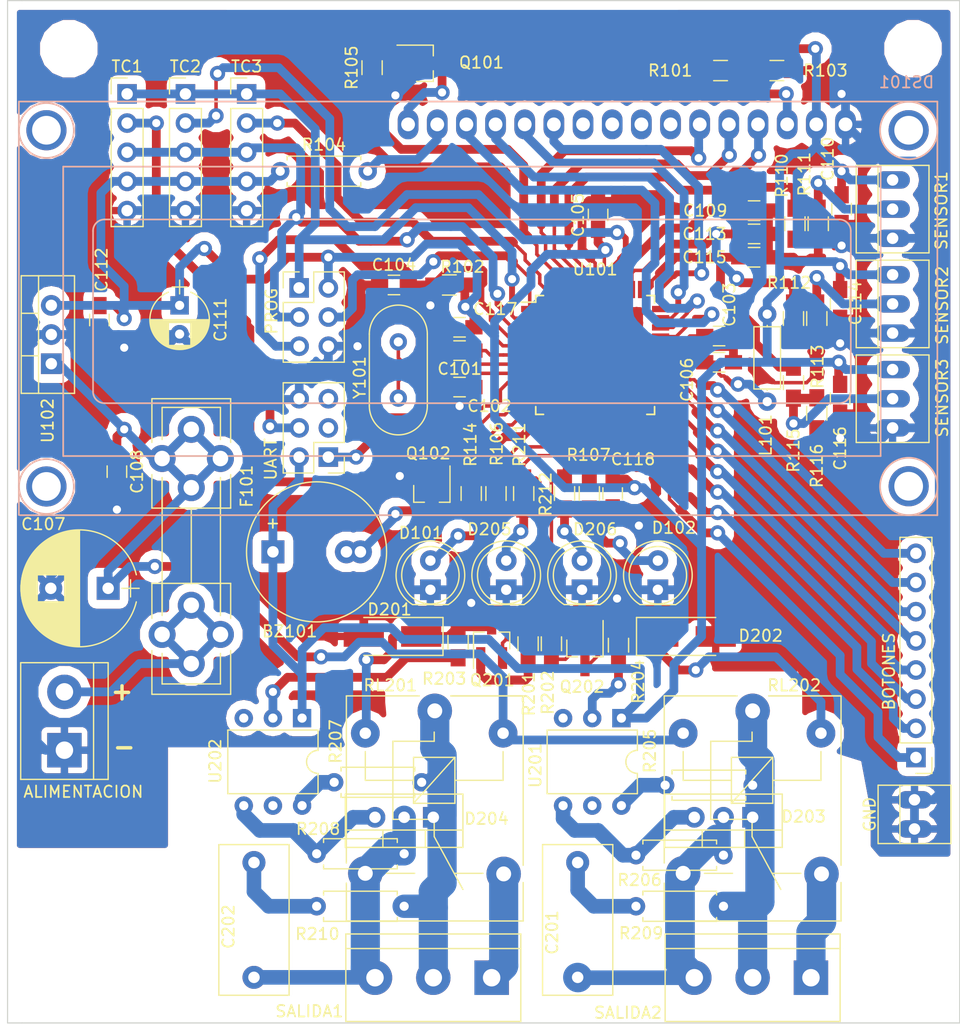
<source format=kicad_pcb>
(kicad_pcb (version 4) (host pcbnew 4.0.6-e0-6349~53~ubuntu16.04.1)
  (layers (0 F.Cu signal) (31 B.Cu signal) (34 B.Paste user) (35 F.Paste user) (36 B.SilkS user) (37 F.SilkS user) (38 B.Mask user) (39 F.Mask user) (44 Edge.Cuts user))
  (net 0 "")
  (net 1 VDD)
  (net 2 GND)
  (net 3 +5V)
  (net 4 /MISO)
  (net 5 /SCK)
  (net 6 /MOSI)
  (net 7 /RST)
  (net 8 /TXD_AVR)
  (net 9 /RXD_AVR)
  (net 10 /Temp2)
  (net 11 /Temp1)
  (net 12 /Salida2)
  (net 13 /Salida1)
  (net 14 "Net-(BZ101-Pad2)")
  (net 15 "Net-(C101-Pad1)")
  (net 16 "Net-(C102-Pad1)")
  (net 17 "Net-(C103-Pad1)")
  (net 18 "Net-(C106-Pad1)")
  (net 19 /CS_1)
  (net 20 "Net-(C201-Pad1)")
  (net 21 "Net-(C201-Pad2)")
  (net 22 "Net-(C202-Pad1)")
  (net 23 "Net-(C202-Pad2)")
  (net 24 "Net-(D101-Pad2)")
  (net 25 "Net-(D102-Pad2)")
  (net 26 "Net-(D201-Pad1)")
  (net 27 "Net-(D202-Pad1)")
  (net 28 "Net-(D203-Pad1)")
  (net 29 "Net-(D203-Pad3)")
  (net 30 "Net-(D204-Pad1)")
  (net 31 "Net-(D204-Pad3)")
  (net 32 "Net-(DS101-Pad16)")
  (net 33 "Net-(DS101-Pad15)")
  (net 34 "Net-(DS101-Pad3)")
  (net 35 /LCD_RS)
  (net 36 /LCD_RW)
  (net 37 /LCD_E)
  (net 38 "Net-(DS101-Pad7)")
  (net 39 "Net-(DS101-Pad8)")
  (net 40 "Net-(DS101-Pad9)")
  (net 41 "Net-(DS101-Pad10)")
  (net 42 /LCD_D4)
  (net 43 /LCD_D5)
  (net 44 /LCD_D6)
  (net 45 /LCD_D7)
  (net 46 "Net-(F101-Pad2)")
  (net 47 /aux1)
  (net 48 /aux2)
  (net 49 /aux3)
  (net 50 /aux4)
  (net 51 /aux5)
  (net 52 /aux6)
  (net 53 /aux7)
  (net 54 /aux8)
  (net 55 "Net-(J106-Pad2)")
  (net 56 "Net-(J107-Pad2)")
  (net 57 "Net-(J108-Pad2)")
  (net 58 /CS_2)
  (net 59 /CS_3)
  (net 60 "Net-(J201-Pad1)")
  (net 61 "Net-(J202-Pad1)")
  (net 62 "Net-(Q101-Pad1)")
  (net 63 "Net-(Q102-Pad1)")
  (net 64 "Net-(Q201-Pad1)")
  (net 65 "Net-(Q202-Pad1)")
  (net 66 /BacklightLCD)
  (net 67 /Buzzer)
  (net 68 "Net-(R203-Pad1)")
  (net 69 "Net-(R204-Pad1)")
  (net 70 "Net-(R205-Pad2)")
  (net 71 "Net-(R207-Pad2)")
  (net 72 "Net-(U201-Pad5)")
  (net 73 "Net-(U201-Pad3)")
  (net 74 "Net-(U202-Pad5)")
  (net 75 "Net-(U202-Pad3)")
  (net 76 /Temp3)
  (net 77 "Net-(D205-Pad2)")
  (net 78 "Net-(D206-Pad2)")
  (net 79 /Led_1)
  (net 80 /Led_2)
  (net 81 "Net-(J103-Pad3)")
  (net 82 "Net-(J103-Pad5)")
  (module TO_SOT_Packages_SMD:SOT-23_Handsoldering (layer F.Cu) (at 141.986 46.355)
    (fp_text reference Q101 (at 4.953 -0.0635) (layer F.SilkS))
    (fp_text value BC817)
    (pad 1 smd rect (at -1.5 -0.95) (size 1.9 0.8) (layers F.Cu F.Paste F.Mask) (net 62 "Net-(Q101-Pad1)"))
    (pad 2 smd rect (at -1.5 0.95) (size 1.9 0.8) (layers F.Cu F.Paste F.Mask) (net 2 GND))
    (pad 3 smd rect (at 1.5 0) (size 1.9 0.8) (layers F.Cu F.Paste F.Mask) (net 32 "Net-(DS101-Pad16)"))
  )
  (module propias:1602B (layer B.Cu) (at 184.15 83.185 180)
    (fp_text reference DS101 (at 0.1905 35.179 180) (layer B.SilkS) (effects (justify mirror)))
    (fp_text value LCD16X2)
    (pad 1 thru_hole oval (at 5.5 31.51) (size 1.8 2.6) (drill 1.2) (layers *.Cu *.Mask) (net 2 GND))
    (pad 2 thru_hole oval (at 8.04 31.51) (size 1.8 2.6) (drill 1.2) (layers *.Cu *.Mask) (net 3 +5V))
    (pad 3 thru_hole oval (at 10.58 31.51) (size 1.8 2.6) (drill 1.2) (layers *.Cu *.Mask) (net 34 "Net-(DS101-Pad3)"))
    (pad 4 thru_hole oval (at 13.12 31.51) (size 1.8 2.6) (drill 1.2) (layers *.Cu *.Mask) (net 35 /LCD_RS))
    (pad 5 thru_hole oval (at 15.66 31.51) (size 1.8 2.6) (drill 1.2) (layers *.Cu *.Mask) (net 36 /LCD_RW))
    (pad 6 thru_hole oval (at 18.2 31.51) (size 1.8 2.6) (drill 1.2) (layers *.Cu *.Mask) (net 37 /LCD_E))
    (pad 7 thru_hole oval (at 20.74 31.51) (size 1.8 2.6) (drill 1.2) (layers *.Cu *.Mask) (net 38 "Net-(DS101-Pad7)"))
    (pad 8 thru_hole oval (at 23.28 31.51) (size 1.8 2.6) (drill 1.2) (layers *.Cu *.Mask) (net 39 "Net-(DS101-Pad8)"))
    (pad 9 thru_hole oval (at 25.82 31.51) (size 1.8 2.6) (drill 1.2) (layers *.Cu *.Mask) (net 40 "Net-(DS101-Pad9)"))
    (pad 10 thru_hole oval (at 28.36 31.51) (size 1.8 2.6) (drill 1.2) (layers *.Cu *.Mask) (net 41 "Net-(DS101-Pad10)"))
    (pad 11 thru_hole oval (at 30.9 31.51) (size 1.8 2.6) (drill 1.2) (layers *.Cu *.Mask) (net 42 /LCD_D4))
    (pad 12 thru_hole oval (at 33.44 31.51) (size 1.8 2.6) (drill 1.2) (layers *.Cu *.Mask) (net 43 /LCD_D5))
    (pad 13 thru_hole oval (at 35.98 31.51) (size 1.8 2.6) (drill 1.2) (layers *.Cu *.Mask) (net 44 /LCD_D6))
    (pad 14 thru_hole oval (at 38.52 31.51) (size 1.8 2.6) (drill 1.2) (layers *.Cu *.Mask) (net 45 /LCD_D7))
    (pad 15 thru_hole oval (at 41.06 31.51 180) (size 1.8 2.6) (drill 1.2) (layers *.Cu *.Mask) (net 33 "Net-(DS101-Pad15)"))
    (pad 16 thru_hole oval (at 43.6 31.51 180) (size 1.8 2.6) (drill 1.2) (layers *.Cu *.Mask) (net 32 "Net-(DS101-Pad16)"))
    (pad 0 thru_hole circle (at 0 0 180) (size 3.5 3.5) (drill 2.5) (layers *.Cu *.Mask))
    (pad 0 thru_hole circle (at 0 31 180) (size 3.5 3.5) (drill 2.5) (layers *.Cu *.Mask))
    (pad 0 thru_hole circle (at 75.1 31 180) (size 3.5 3.5) (drill 2.5) (layers *.Cu *.Mask))
    (pad 0 thru_hole circle (at 75.1 -0.02032 180) (size 3.5 3.5) (drill 2.5) (layers *.Cu *.Mask))
  )
  (module propias:Buzzer (layer F.Cu) (at 128.778 88.9)
    (fp_text reference BZ101 (at 1.4605 6.9215) (layer F.SilkS))
    (fp_text value Buzzer)
    (fp_text user + (at -0.01 -2.54) (layer F.SilkS))
    (pad 2 thru_hole circle (at 6.4 0) (size 2 2) (drill 1) (layers *.Cu *.Mask) (net 14 "Net-(BZ101-Pad2)"))
    (pad 1 thru_hole rect (at 0 0) (size 2 2) (drill 1) (layers *.Cu *.Mask) (net 3 +5V))
    (pad 2 thru_hole circle (at 7.62 0) (size 2 2) (drill 1) (layers *.Cu *.Mask) (net 14 "Net-(BZ101-Pad2)"))
  )
  (module Capacitors_SMD:C_0805_HandSoldering (layer F.Cu) (at 145.034 71.374)
    (fp_text reference C101 (at 0 1.5875 180) (layer F.SilkS))
    (fp_text value 22p)
    (pad 1 smd rect (at -1.25 0) (size 1.5 1.25) (layers F.Cu F.Paste F.Mask) (net 15 "Net-(C101-Pad1)"))
    (pad 2 smd rect (at 1.25 0) (size 1.5 1.25) (layers F.Cu F.Paste F.Mask) (net 2 GND))
  )
  (module Capacitors_SMD:C_0805_HandSoldering (layer F.Cu) (at 145.034 74.549)
    (fp_text reference C102 (at 2.6035 1.651) (layer F.SilkS))
    (fp_text value 22p)
    (pad 1 smd rect (at -1.25 0) (size 1.5 1.25) (layers F.Cu F.Paste F.Mask) (net 16 "Net-(C102-Pad1)"))
    (pad 2 smd rect (at 1.25 0) (size 1.5 1.25) (layers F.Cu F.Paste F.Mask) (net 2 GND))
  )
  (module Capacitors_SMD:C_0805_HandSoldering (layer F.Cu) (at 167.64 70.104)
    (fp_text reference C103 (at 0.889 -2.7305 90) (layer F.SilkS))
    (fp_text value 100n)
    (pad 1 smd rect (at -1.25 0) (size 1.5 1.25) (layers F.Cu F.Paste F.Mask) (net 17 "Net-(C103-Pad1)"))
    (pad 2 smd rect (at 1.25 0) (size 1.5 1.25) (layers F.Cu F.Paste F.Mask) (net 2 GND))
  )
  (module Capacitors_SMD:C_0805_HandSoldering (layer F.Cu) (at 139.319 65.659)
    (fp_text reference C104 (at 0 -1.75) (layer F.SilkS))
    (fp_text value 100n)
    (pad 1 smd rect (at -1.25 0) (size 1.5 1.25) (layers F.Cu F.Paste F.Mask) (net 2 GND))
    (pad 2 smd rect (at 1.25 0) (size 1.5 1.25) (layers F.Cu F.Paste F.Mask) (net 7 /RST))
  )
  (module Capacitors_SMD:C_0805_HandSoldering (layer F.Cu) (at 157.099 59.563 90)
    (fp_text reference C105 (at 0 -1.75 90) (layer F.SilkS))
    (fp_text value 100n)
    (pad 1 smd rect (at -1.25 0 90) (size 1.5 1.25) (layers F.Cu F.Paste F.Mask) (net 3 +5V))
    (pad 2 smd rect (at 1.25 0 90) (size 1.5 1.25) (layers F.Cu F.Paste F.Mask) (net 2 GND))
  )
  (module Capacitors_SMD:C_0805_HandSoldering (layer F.Cu) (at 167.64 72.39)
    (fp_text reference C106 (at -2.794 1.524 90) (layer F.SilkS))
    (fp_text value 100n)
    (pad 1 smd rect (at -1.25 0) (size 1.5 1.25) (layers F.Cu F.Paste F.Mask) (net 18 "Net-(C106-Pad1)"))
    (pad 2 smd rect (at 1.25 0) (size 1.5 1.25) (layers F.Cu F.Paste F.Mask) (net 2 GND))
  )
  (module Capacitors_THT:CP_Radial_D10.0mm_P5.00mm (layer F.Cu) (at 114.427 92.075 180)
    (fp_text reference C107 (at 5.6515 5.588 180) (layer F.SilkS))
    (fp_text value "1000u x16v")
    (pad 1 thru_hole rect (at 0 0 180) (size 2 2) (drill 1) (layers *.Cu *.Mask) (net 1 VDD))
    (pad 2 thru_hole circle (at 5 0 180) (size 2 2) (drill 1) (layers *.Cu *.Mask) (net 2 GND))
  )
  (module Capacitors_SMD:C_0805_HandSoldering (layer F.Cu) (at 115.189 81.915 270)
    (fp_text reference C108 (at 0 -1.75 270) (layer F.SilkS))
    (fp_text value 100n)
    (pad 1 smd rect (at -1.25 0 270) (size 1.5 1.25) (layers F.Cu F.Paste F.Mask) (net 1 VDD))
    (pad 2 smd rect (at 1.25 0 270) (size 1.5 1.25) (layers F.Cu F.Paste F.Mask) (net 2 GND))
  )
  (module Capacitors_SMD:C_0805_HandSoldering (layer F.Cu) (at 170.688 59.182)
    (fp_text reference C109 (at -4.2545 0) (layer F.SilkS))
    (fp_text value 100n)
    (pad 1 smd rect (at -1.25 0) (size 1.5 1.25) (layers F.Cu F.Paste F.Mask) (net 11 /Temp1))
    (pad 2 smd rect (at 1.25 0) (size 1.5 1.25) (layers F.Cu F.Paste F.Mask) (net 2 GND))
  )
  (module Capacitors_SMD:C_0805_HandSoldering (layer F.Cu) (at 178.308 59.055 270)
    (fp_text reference C110 (at -4.3815 1.2065 450) (layer F.SilkS))
    (fp_text value 100n)
    (pad 1 smd rect (at -1.25 0 270) (size 1.5 1.25) (layers F.Cu F.Paste F.Mask) (net 3 +5V))
    (pad 2 smd rect (at 1.25 0 270) (size 1.5 1.25) (layers F.Cu F.Paste F.Mask) (net 2 GND))
  )
  (module Capacitors_THT:CP_Radial_D5.0mm_P2.50mm (layer F.Cu) (at 120.65 67.437 270)
    (fp_text reference C111 (at 1.25 -3.56 270) (layer F.SilkS))
    (fp_text value 100u)
    (pad 1 thru_hole rect (at 0 0 270) (size 1.6 1.6) (drill 0.8) (layers *.Cu *.Mask) (net 3 +5V))
    (pad 2 thru_hole circle (at 2.5 0 270) (size 1.6 1.6) (drill 0.8) (layers *.Cu *.Mask) (net 2 GND))
  )
  (module Capacitors_SMD:C_0805_HandSoldering (layer F.Cu) (at 113.665 68.707 270)
    (fp_text reference C112 (at -4.3815 -0.1905 270) (layer F.SilkS))
    (fp_text value 100n)
    (pad 1 smd rect (at -1.25 0 270) (size 1.5 1.25) (layers F.Cu F.Paste F.Mask) (net 3 +5V))
    (pad 2 smd rect (at 1.25 0 270) (size 1.5 1.25) (layers F.Cu F.Paste F.Mask) (net 2 GND))
  )
  (module Capacitors_SMD:C_0805_HandSoldering (layer F.Cu) (at 170.688 61.214)
    (fp_text reference C113 (at -4.318 0) (layer F.SilkS))
    (fp_text value 100n)
    (pad 1 smd rect (at -1.25 0) (size 1.5 1.25) (layers F.Cu F.Paste F.Mask) (net 10 /Temp2))
    (pad 2 smd rect (at 1.25 0) (size 1.5 1.25) (layers F.Cu F.Paste F.Mask) (net 2 GND))
  )
  (module Capacitors_SMD:C_0805_HandSoldering (layer F.Cu) (at 178.181 67.31 270)
    (fp_text reference C114 (at -0.0635 -1.3335 270) (layer F.SilkS))
    (fp_text value 100n)
    (pad 1 smd rect (at -1.25 0 270) (size 1.5 1.25) (layers F.Cu F.Paste F.Mask) (net 3 +5V))
    (pad 2 smd rect (at 1.25 0 270) (size 1.5 1.25) (layers F.Cu F.Paste F.Mask) (net 2 GND))
  )
  (module Capacitors_SMD:C_0805_HandSoldering (layer F.Cu) (at 170.688 63.246)
    (fp_text reference C115 (at -4.318 0) (layer F.SilkS))
    (fp_text value 100n)
    (pad 1 smd rect (at -1.25 0) (size 1.5 1.25) (layers F.Cu F.Paste F.Mask) (net 76 /Temp3))
    (pad 2 smd rect (at 1.25 0) (size 1.5 1.25) (layers F.Cu F.Paste F.Mask) (net 2 GND))
  )
  (module Capacitors_SMD:C_0805_HandSoldering (layer F.Cu) (at 178.181 75.565 270)
    (fp_text reference C116 (at 4.318 0 270) (layer F.SilkS))
    (fp_text value 100n)
    (pad 1 smd rect (at -1.25 0 270) (size 1.5 1.25) (layers F.Cu F.Paste F.Mask) (net 3 +5V))
    (pad 2 smd rect (at 1.25 0 270) (size 1.5 1.25) (layers F.Cu F.Paste F.Mask) (net 2 GND))
  )
  (module Capacitors_THT:C_Rect_L13.0mm_W6.0mm_P10.00mm_FKS3_FKP3_MKS4 (layer F.Cu) (at 155.321 115.951 270)
    (fp_text reference C201 (at 6.096 2.2225 270) (layer F.SilkS))
    (fp_text value "0.01u 630v")
    (pad 1 thru_hole circle (at 0 0 270) (size 2 2) (drill 1) (layers *.Cu *.Mask) (net 20 "Net-(C201-Pad1)"))
    (pad 2 thru_hole circle (at 10 0 270) (size 2 2) (drill 1) (layers *.Cu *.Mask) (net 21 "Net-(C201-Pad2)"))
  )
  (module Capacitors_THT:C_Rect_L13.0mm_W6.0mm_P10.00mm_FKS3_FKP3_MKS4 (layer F.Cu) (at 127.127 115.951 270)
    (fp_text reference C202 (at 5.588 2.2225 270) (layer F.SilkS))
    (fp_text value "0.01u 630v")
    (pad 1 thru_hole circle (at 0 0 270) (size 2 2) (drill 1) (layers *.Cu *.Mask) (net 22 "Net-(C202-Pad1)"))
    (pad 2 thru_hole circle (at 10 0 270) (size 2 2) (drill 1) (layers *.Cu *.Mask) (net 23 "Net-(C202-Pad2)"))
  )
  (module LEDs:LED_D5.0mm (layer F.Cu) (at 142.494 92.202 90)
    (fp_text reference D101 (at 4.953 -0.8255 180) (layer F.SilkS))
    (fp_text value LED)
    (pad 1 thru_hole rect (at 0 0 90) (size 1.8 1.8) (drill 0.9) (layers *.Cu *.Mask) (net 2 GND))
    (pad 2 thru_hole circle (at 2.54 0 90) (size 1.8 1.8) (drill 0.9) (layers *.Cu *.Mask) (net 24 "Net-(D101-Pad2)"))
  )
  (module LEDs:LED_D5.0mm (layer F.Cu) (at 162.306 92.202 90)
    (fp_text reference D102 (at 5.3975 1.397 180) (layer F.SilkS))
    (fp_text value LED)
    (pad 1 thru_hole rect (at 0 0 90) (size 1.8 1.8) (drill 0.9) (layers *.Cu *.Mask) (net 2 GND))
    (pad 2 thru_hole circle (at 2.54 0 90) (size 1.8 1.8) (drill 0.9) (layers *.Cu *.Mask) (net 25 "Net-(D102-Pad2)"))
  )
  (module Diodes_SMD:D_SMA_Handsoldering (layer F.Cu) (at 139.192 96.266 180)
    (fp_text reference D201 (at 0.254 2.3495 180) (layer F.SilkS))
    (fp_text value 1n4007)
    (pad 1 smd rect (at -2.5 0 180) (size 3.5 1.8) (layers F.Cu F.Paste F.Mask) (net 26 "Net-(D201-Pad1)"))
    (pad 2 smd rect (at 2.5 0 180) (size 3.5 1.8) (layers F.Cu F.Paste F.Mask) (net 2 GND))
  )
  (module Diodes_SMD:D_SMA_Handsoldering (layer F.Cu) (at 164.846 96.266)
    (fp_text reference D202 (at 6.4135 -0.0635) (layer F.SilkS))
    (fp_text value 1n4007)
    (pad 1 smd rect (at -2.5 0) (size 3.5 1.8) (layers F.Cu F.Paste F.Mask) (net 27 "Net-(D202-Pad1)"))
    (pad 2 smd rect (at 2.5 0) (size 3.5 1.8) (layers F.Cu F.Paste F.Mask) (net 2 GND))
  )
  (module Fuse_Holders_and_Fuses:Fuseholder5x20_horiz_open_universal_Type-III (layer F.Cu) (at 121.666 78.232 270)
    (fp_text reference F101 (at 4.953 -4.826 270) (layer F.SilkS))
    (fp_text value Fuse)
    (pad 2 thru_hole circle (at 15.32 0 270) (size 2.35 2.35) (drill 1.35) (layers *.Cu *.Mask) (net 46 "Net-(F101-Pad2)"))
    (pad 2 thru_hole circle (at 20.4 0 270) (size 2.35 2.35) (drill 1.35) (layers *.Cu *.Mask) (net 46 "Net-(F101-Pad2)"))
    (pad 1 thru_hole circle (at 5.08 0 270) (size 2.35 2.35) (drill 1.35) (layers *.Cu *.Mask) (net 1 VDD))
    (pad 1 thru_hole circle (at 0 0 270) (size 2.35 2.35) (drill 1.35) (layers *.Cu *.Mask) (net 1 VDD))
    (pad 2 thru_hole circle (at 17.86 -2.54 270) (size 2.35 2.35) (drill 1.35) (layers *.Cu *.Mask) (net 46 "Net-(F101-Pad2)"))
    (pad 2 thru_hole circle (at 17.86 2.54 270) (size 2.35 2.35) (drill 1.35) (layers *.Cu *.Mask) (net 46 "Net-(F101-Pad2)"))
    (pad 1 thru_hole circle (at 2.54 -2.54 270) (size 2.35 2.35) (drill 1.35) (layers *.Cu *.Mask) (net 1 VDD))
    (pad 1 thru_hole circle (at 2.54 2.54 270) (size 2.35 2.35) (drill 1.35) (layers *.Cu *.Mask) (net 1 VDD))
  )
  (module Pin_Headers:Pin_Header_Straight_1x08_Pitch2.54mm (layer F.Cu) (at 184.785 106.807 180)
    (fp_text reference BOTONES (at 2.3495 7.493 270) (layer F.SilkS))
    (fp_text value Aux)
    (pad 1 thru_hole rect (at 0 0 180) (size 1.7 1.7) (drill 1) (layers *.Cu *.Mask) (net 47 /aux1))
    (pad 2 thru_hole oval (at 0 2.54 180) (size 1.7 1.7) (drill 1) (layers *.Cu *.Mask) (net 48 /aux2))
    (pad 3 thru_hole oval (at 0 5.08 180) (size 1.7 1.7) (drill 1) (layers *.Cu *.Mask) (net 49 /aux3))
    (pad 4 thru_hole oval (at 0 7.62 180) (size 1.7 1.7) (drill 1) (layers *.Cu *.Mask) (net 50 /aux4))
    (pad 5 thru_hole oval (at 0 10.16 180) (size 1.7 1.7) (drill 1) (layers *.Cu *.Mask) (net 51 /aux5))
    (pad 6 thru_hole oval (at 0 12.7 180) (size 1.7 1.7) (drill 1) (layers *.Cu *.Mask) (net 52 /aux6))
    (pad 7 thru_hole oval (at 0 15.24 180) (size 1.7 1.7) (drill 1) (layers *.Cu *.Mask) (net 53 /aux7))
    (pad 8 thru_hole oval (at 0 17.78 180) (size 1.7 1.7) (drill 1) (layers *.Cu *.Mask) (net 54 /aux8))
  )
  (module Pin_Headers:Pin_Header_Straight_2x03_Pitch2.54mm (layer F.Cu) (at 131.064 65.913)
    (fp_text reference PROG (at -2.413 2.032 90) (layer F.SilkS))
    (fp_text value PROG)
    (pad 1 thru_hole rect (at 0 0) (size 1.7 1.7) (drill 1) (layers *.Cu *.Mask) (net 4 /MISO))
    (pad 2 thru_hole oval (at 2.54 0) (size 1.7 1.7) (drill 1) (layers *.Cu *.Mask) (net 3 +5V))
    (pad 3 thru_hole oval (at 0 2.54) (size 1.7 1.7) (drill 1) (layers *.Cu *.Mask) (net 5 /SCK))
    (pad 4 thru_hole oval (at 2.54 2.54) (size 1.7 1.7) (drill 1) (layers *.Cu *.Mask) (net 6 /MOSI))
    (pad 5 thru_hole oval (at 0 5.08) (size 1.7 1.7) (drill 1) (layers *.Cu *.Mask) (net 7 /RST))
    (pad 6 thru_hole oval (at 2.54 5.08) (size 1.7 1.7) (drill 1) (layers *.Cu *.Mask) (net 2 GND))
  )
  (module Connectors:bornier2 (layer F.Cu) (at 110.617 106.172 90)
    (fp_text reference ALIMENTACION (at -3.6195 1.651 180) (layer F.SilkS))
    (fp_text value FUENTE12V)
    (pad 1 thru_hole rect (at 0 0 90) (size 3 3) (drill 1.52) (layers *.Cu *.Mask) (net 2 GND))
    (pad 2 thru_hole circle (at 5.08 0 90) (size 3 3) (drill 1.52) (layers *.Cu *.Mask) (net 46 "Net-(F101-Pad2)"))
  )
  (module Connectors:PINHEAD1-2 (layer F.Cu) (at 184.658 113.03 90)
    (fp_text reference GND (at 1.27 -3.9 90) (layer F.SilkS))
    (fp_text value GND)
    (pad 1 thru_hole oval (at 0 0 90) (size 1.51 3.01) (drill 1) (layers *.Cu *.Mask) (net 2 GND))
    (pad 2 thru_hole oval (at 2.54 0 90) (size 1.51 3.01) (drill 1) (layers *.Cu *.Mask) (net 2 GND))
  )
  (module Connectors:PINHEAD1-3 (layer F.Cu) (at 182.753 61.595 90)
    (fp_text reference SENSOR1 (at 2.413 4.2545 90) (layer F.SilkS))
    (fp_text value LM35)
    (pad 1 thru_hole oval (at 0 0 90) (size 1.51 3.01) (drill 1) (layers *.Cu *.Mask) (net 2 GND))
    (pad 2 thru_hole oval (at 2.54 0 90) (size 1.51 3.01) (drill 1) (layers *.Cu *.Mask) (net 55 "Net-(J106-Pad2)"))
    (pad 3 thru_hole oval (at 5.08 0 90) (size 1.51 3.01) (drill 1) (layers *.Cu *.Mask) (net 3 +5V))
  )
  (module Connectors:PINHEAD1-3 (layer F.Cu) (at 182.753 69.85 90)
    (fp_text reference SENSOR2 (at 2.413 4.318 90) (layer F.SilkS))
    (fp_text value LM35)
    (pad 1 thru_hole oval (at 0 0 90) (size 1.51 3.01) (drill 1) (layers *.Cu *.Mask) (net 2 GND))
    (pad 2 thru_hole oval (at 2.54 0 90) (size 1.51 3.01) (drill 1) (layers *.Cu *.Mask) (net 56 "Net-(J107-Pad2)"))
    (pad 3 thru_hole oval (at 5.08 0 90) (size 1.51 3.01) (drill 1) (layers *.Cu *.Mask) (net 3 +5V))
  )
  (module Connectors:PINHEAD1-3 (layer F.Cu) (at 182.753 78.105 90)
    (fp_text reference SENSOR3 (at 2.6035 4.318 90) (layer F.SilkS))
    (fp_text value LM35)
    (pad 1 thru_hole oval (at 0 0 90) (size 1.51 3.01) (drill 1) (layers *.Cu *.Mask) (net 2 GND))
    (pad 2 thru_hole oval (at 2.54 0 90) (size 1.51 3.01) (drill 1) (layers *.Cu *.Mask) (net 57 "Net-(J108-Pad2)"))
    (pad 3 thru_hole oval (at 5.08 0 90) (size 1.51 3.01) (drill 1) (layers *.Cu *.Mask) (net 3 +5V))
  )
  (module Pin_Headers:Pin_Header_Straight_1x05_Pitch2.54mm (layer F.Cu) (at 116.078 49.022)
    (fp_text reference TC1 (at 0 -2.39) (layer F.SilkS))
    (fp_text value CONN_01X05)
    (pad 1 thru_hole rect (at 0 0) (size 1.7 1.7) (drill 1) (layers *.Cu *.Mask) (net 4 /MISO))
    (pad 2 thru_hole oval (at 0 2.54) (size 1.7 1.7) (drill 1) (layers *.Cu *.Mask) (net 19 /CS_1))
    (pad 3 thru_hole oval (at 0 5.08) (size 1.7 1.7) (drill 1) (layers *.Cu *.Mask) (net 5 /SCK))
    (pad 4 thru_hole oval (at 0 7.62) (size 1.7 1.7) (drill 1) (layers *.Cu *.Mask) (net 3 +5V))
    (pad 5 thru_hole oval (at 0 10.16) (size 1.7 1.7) (drill 1) (layers *.Cu *.Mask) (net 2 GND))
  )
  (module Pin_Headers:Pin_Header_Straight_1x05_Pitch2.54mm (layer F.Cu) (at 121.158 49.022)
    (fp_text reference TC2 (at 0 -2.39) (layer F.SilkS))
    (fp_text value CONN_01X05)
    (pad 1 thru_hole rect (at 0 0) (size 1.7 1.7) (drill 1) (layers *.Cu *.Mask) (net 4 /MISO))
    (pad 2 thru_hole oval (at 0 2.54) (size 1.7 1.7) (drill 1) (layers *.Cu *.Mask) (net 58 /CS_2))
    (pad 3 thru_hole oval (at 0 5.08) (size 1.7 1.7) (drill 1) (layers *.Cu *.Mask) (net 5 /SCK))
    (pad 4 thru_hole oval (at 0 7.62) (size 1.7 1.7) (drill 1) (layers *.Cu *.Mask) (net 3 +5V))
    (pad 5 thru_hole oval (at 0 10.16) (size 1.7 1.7) (drill 1) (layers *.Cu *.Mask) (net 2 GND))
  )
  (module Pin_Headers:Pin_Header_Straight_1x05_Pitch2.54mm (layer F.Cu) (at 126.492 49.022)
    (fp_text reference TC3 (at 0 -2.39) (layer F.SilkS))
    (fp_text value CONN_01X05)
    (pad 1 thru_hole rect (at 0 0) (size 1.7 1.7) (drill 1) (layers *.Cu *.Mask) (net 4 /MISO))
    (pad 2 thru_hole oval (at 0 2.54) (size 1.7 1.7) (drill 1) (layers *.Cu *.Mask) (net 59 /CS_3))
    (pad 3 thru_hole oval (at 0 5.08) (size 1.7 1.7) (drill 1) (layers *.Cu *.Mask) (net 5 /SCK))
    (pad 4 thru_hole oval (at 0 7.62) (size 1.7 1.7) (drill 1) (layers *.Cu *.Mask) (net 3 +5V))
    (pad 5 thru_hole oval (at 0 10.16) (size 1.7 1.7) (drill 1) (layers *.Cu *.Mask) (net 2 GND))
  )
  (module Connectors:bornier3 (layer F.Cu) (at 175.641 125.984 180)
    (fp_text reference SALIDA2 (at 15.9385 -3.048 180) (layer F.SilkS))
    (fp_text value SALIDA2)
    (pad 1 thru_hole rect (at 0 0 180) (size 3 3) (drill 1.52) (layers *.Cu *.Mask) (net 60 "Net-(J201-Pad1)"))
    (pad 2 thru_hole circle (at 5.08 0 180) (size 3 3) (drill 1.52) (layers *.Cu *.Mask) (net 28 "Net-(D203-Pad1)"))
    (pad 3 thru_hole circle (at 10.16 0 180) (size 3 3) (drill 1.52) (layers *.Cu *.Mask) (net 21 "Net-(C201-Pad2)"))
  )
  (module Connectors:bornier3 (layer F.Cu) (at 147.828 125.984 180)
    (fp_text reference SALIDA1 (at 15.875 -2.921 180) (layer F.SilkS))
    (fp_text value SALIDA2)
    (pad 1 thru_hole rect (at 0 0 180) (size 3 3) (drill 1.52) (layers *.Cu *.Mask) (net 61 "Net-(J202-Pad1)"))
    (pad 2 thru_hole circle (at 5.08 0 180) (size 3 3) (drill 1.52) (layers *.Cu *.Mask) (net 30 "Net-(D204-Pad1)"))
    (pad 3 thru_hole circle (at 10.16 0 180) (size 3 3) (drill 1.52) (layers *.Cu *.Mask) (net 23 "Net-(C202-Pad2)"))
  )
  (module Inductors_THT:L_Axial_L5.3mm_D2.2mm_P7.62mm_Horizontal_Vishay_IM-1 (layer F.Cu) (at 171.831 68.199 270)
    (fp_text reference L101 (at 10.541 0.127 450) (layer F.SilkS))
    (fp_text value L)
    (pad 1 thru_hole circle (at 0 0 270) (size 1.6 1.6) (drill 0.8) (layers *.Cu *.Mask) (net 3 +5V))
    (pad 2 thru_hole oval (at 7.62 0 270) (size 1.6 1.6) (drill 0.8) (layers *.Cu *.Mask) (net 18 "Net-(C106-Pad1)"))
  )
  (module Mounting_Holes:MountingHole_3.5mm (layer F.Cu) (at 110.998 124.968)
    (fp_text reference MK101 hide)
    (fp_text value Mounting_Hole)
    (pad 1 np_thru_hole circle (at 0 0) (size 3.5 3.5) (drill 3.5) (layers *.Cu *.Mask))
  )
  (module Mounting_Holes:MountingHole_3.5mm (layer F.Cu) (at 184.531 45.085)
    (fp_text reference MK102 hide)
    (fp_text value Mounting_Hole)
    (pad 1 np_thru_hole circle (at 0 0) (size 3.5 3.5) (drill 3.5) (layers *.Cu *.Mask))
  )
  (module Mounting_Holes:MountingHole_3.5mm (layer F.Cu) (at 110.998 45.085)
    (fp_text reference MK103 hide)
    (fp_text value Mounting_Hole)
    (pad 1 np_thru_hole circle (at 0 0) (size 3.5 3.5) (drill 3.5) (layers *.Cu *.Mask))
  )
  (module Mounting_Holes:MountingHole_3.5mm (layer F.Cu) (at 184.531 124.968)
    (fp_text reference MK104 hide)
    (fp_text value Mounting_Hole)
    (pad 1 np_thru_hole circle (at 0 0) (size 3.5 3.5) (drill 3.5) (layers *.Cu *.Mask))
  )
  (module TO_SOT_Packages_SMD:SOT-23_Handsoldering (layer F.Cu) (at 142.621 83.82 270)
    (fp_text reference Q102 (at -3.4925 0.3175 360) (layer F.SilkS))
    (fp_text value BC817)
    (pad 1 smd rect (at -1.5 -0.95 270) (size 1.9 0.8) (layers F.Cu F.Paste F.Mask) (net 63 "Net-(Q102-Pad1)"))
    (pad 2 smd rect (at -1.5 0.95 270) (size 1.9 0.8) (layers F.Cu F.Paste F.Mask) (net 2 GND))
    (pad 3 smd rect (at 1.5 0 270) (size 1.9 0.8) (layers F.Cu F.Paste F.Mask) (net 14 "Net-(BZ101-Pad2)"))
  )
  (module TO_SOT_Packages_SMD:SOT-23_Handsoldering (layer F.Cu) (at 147.828 96.647 90)
    (fp_text reference Q201 (at -3.429 0.0635 180) (layer F.SilkS))
    (fp_text value BC817)
    (pad 1 smd rect (at -1.5 -0.95 90) (size 1.9 0.8) (layers F.Cu F.Paste F.Mask) (net 64 "Net-(Q201-Pad1)"))
    (pad 2 smd rect (at -1.5 0.95 90) (size 1.9 0.8) (layers F.Cu F.Paste F.Mask) (net 2 GND))
    (pad 3 smd rect (at 1.5 0 90) (size 1.9 0.8) (layers F.Cu F.Paste F.Mask) (net 26 "Net-(D201-Pad1)"))
  )
  (module TO_SOT_Packages_SMD:SOT-23_Handsoldering (layer F.Cu) (at 155.956 97.282 270)
    (fp_text reference Q202 (at 3.3655 0.254 360) (layer F.SilkS))
    (fp_text value BC817)
    (pad 1 smd rect (at -1.5 -0.95 270) (size 1.9 0.8) (layers F.Cu F.Paste F.Mask) (net 65 "Net-(Q202-Pad1)"))
    (pad 2 smd rect (at -1.5 0.95 270) (size 1.9 0.8) (layers F.Cu F.Paste F.Mask) (net 2 GND))
    (pad 3 smd rect (at 1.5 0 270) (size 1.9 0.8) (layers F.Cu F.Paste F.Mask) (net 27 "Net-(D202-Pad1)"))
  )
  (module Resistors_SMD:R_0805_HandSoldering (layer F.Cu) (at 167.767 46.99 180)
    (fp_text reference R101 (at 4.3815 0 180) (layer F.SilkS))
    (fp_text value 10k)
    (pad 1 smd rect (at -1.35 0 180) (size 1.5 1.3) (layers F.Cu F.Paste F.Mask) (net 34 "Net-(DS101-Pad3)"))
    (pad 2 smd rect (at 1.35 0 180) (size 1.5 1.3) (layers F.Cu F.Paste F.Mask) (net 3 +5V))
  )
  (module Resistors_SMD:R_0805_HandSoldering (layer F.Cu) (at 144.145 65.659 180)
    (fp_text reference R102 (at -1.143 1.5875 180) (layer F.SilkS))
    (fp_text value 10k)
    (pad 1 smd rect (at -1.35 0 180) (size 1.5 1.3) (layers F.Cu F.Paste F.Mask) (net 3 +5V))
    (pad 2 smd rect (at 1.35 0 180) (size 1.5 1.3) (layers F.Cu F.Paste F.Mask) (net 7 /RST))
  )
  (module Resistors_SMD:R_0805_HandSoldering (layer F.Cu) (at 172.673 46.99 180)
    (fp_text reference R103 (at -4.238 0 180) (layer F.SilkS))
    (fp_text value 1k)
    (pad 1 smd rect (at -1.35 0 180) (size 1.5 1.3) (layers F.Cu F.Paste F.Mask) (net 2 GND))
    (pad 2 smd rect (at 1.35 0 180) (size 1.5 1.3) (layers F.Cu F.Paste F.Mask) (net 34 "Net-(DS101-Pad3)"))
  )
  (module Resistors_THT:R_Axial_DIN0207_L6.3mm_D2.5mm_P7.62mm_Horizontal (layer F.Cu) (at 129.413 55.753)
    (fp_text reference R104 (at 3.81 -2.31) (layer F.SilkS))
    (fp_text value 100)
    (pad 1 thru_hole circle (at 0 0) (size 1.6 1.6) (drill 0.8) (layers *.Cu *.Mask) (net 3 +5V))
    (pad 2 thru_hole oval (at 7.62 0) (size 1.6 1.6) (drill 0.8) (layers *.Cu *.Mask) (net 33 "Net-(DS101-Pad15)"))
  )
  (module Resistors_SMD:R_0805_HandSoldering (layer F.Cu) (at 137.414 46.736 270)
    (fp_text reference R105 (at 0 1.778 270) (layer F.SilkS))
    (fp_text value 1k)
    (pad 1 smd rect (at -1.35 0 270) (size 1.5 1.3) (layers F.Cu F.Paste F.Mask) (net 62 "Net-(Q101-Pad1)"))
    (pad 2 smd rect (at 1.35 0 270) (size 1.5 1.3) (layers F.Cu F.Paste F.Mask) (net 66 /BacklightLCD))
  )
  (module Resistors_SMD:R_0805_HandSoldering (layer F.Cu) (at 148.209 83.82 90)
    (fp_text reference R106 (at 4.318 0.0635 90) (layer F.SilkS))
    (fp_text value 470)
    (pad 1 smd rect (at -1.35 0 90) (size 1.5 1.3) (layers F.Cu F.Paste F.Mask) (net 24 "Net-(D101-Pad2)"))
    (pad 2 smd rect (at 1.35 0 90) (size 1.5 1.3) (layers F.Cu F.Paste F.Mask) (net 79 /Led_1))
  )
  (module Resistors_SMD:R_0805_HandSoldering (layer F.Cu) (at 156.337 83.82 90)
    (fp_text reference R107 (at 3.3655 -0.0635 180) (layer F.SilkS))
    (fp_text value 470)
    (pad 1 smd rect (at -1.35 0 90) (size 1.5 1.3) (layers F.Cu F.Paste F.Mask) (net 25 "Net-(D102-Pad2)"))
    (pad 2 smd rect (at 1.35 0 90) (size 1.5 1.3) (layers F.Cu F.Paste F.Mask) (net 80 /Led_2))
  )
  (module Resistors_SMD:R_0805_HandSoldering (layer F.Cu) (at 174.244 60.325 90)
    (fp_text reference R110 (at 4.191 -1.143 90) (layer F.SilkS))
    (fp_text value 1k)
    (pad 1 smd rect (at -1.35 0 90) (size 1.5 1.3) (layers F.Cu F.Paste F.Mask) (net 55 "Net-(J106-Pad2)"))
    (pad 2 smd rect (at 1.35 0 90) (size 1.5 1.3) (layers F.Cu F.Paste F.Mask) (net 11 /Temp1))
  )
  (module Resistors_SMD:R_0805_HandSoldering (layer F.Cu) (at 176.276 60.325 90)
    (fp_text reference R111 (at 4.318 -1.2065 90) (layer F.SilkS))
    (fp_text value TBD)
    (pad 1 smd rect (at -1.35 0 90) (size 1.5 1.3) (layers F.Cu F.Paste F.Mask) (net 2 GND))
    (pad 2 smd rect (at 1.35 0 90) (size 1.5 1.3) (layers F.Cu F.Paste F.Mask) (net 55 "Net-(J106-Pad2)"))
  )
  (module Resistors_SMD:R_0805_HandSoldering (layer F.Cu) (at 174.117 68.58 90)
    (fp_text reference R112 (at 3.1115 -0.381 180) (layer F.SilkS))
    (fp_text value 1k)
    (pad 1 smd rect (at -1.35 0 90) (size 1.5 1.3) (layers F.Cu F.Paste F.Mask) (net 56 "Net-(J107-Pad2)"))
    (pad 2 smd rect (at 1.35 0 90) (size 1.5 1.3) (layers F.Cu F.Paste F.Mask) (net 10 /Temp2))
  )
  (module Resistors_SMD:R_0805_HandSoldering (layer F.Cu) (at 176.149 68.58 90)
    (fp_text reference R113 (at -4.191 0.0635 270) (layer F.SilkS))
    (fp_text value TBD)
    (pad 1 smd rect (at -1.35 0 90) (size 1.5 1.3) (layers F.Cu F.Paste F.Mask) (net 2 GND))
    (pad 2 smd rect (at 1.35 0 90) (size 1.5 1.3) (layers F.Cu F.Paste F.Mask) (net 56 "Net-(J107-Pad2)"))
  )
  (module Resistors_SMD:R_0805_HandSoldering (layer F.Cu) (at 146.05 83.82 270)
    (fp_text reference R114 (at -4.2545 0.0635 270) (layer F.SilkS))
    (fp_text value 10k)
    (pad 1 smd rect (at -1.35 0 270) (size 1.5 1.3) (layers F.Cu F.Paste F.Mask) (net 67 /Buzzer))
    (pad 2 smd rect (at 1.35 0 270) (size 1.5 1.3) (layers F.Cu F.Paste F.Mask) (net 63 "Net-(Q102-Pad1)"))
  )
  (module Resistors_SMD:R_0805_HandSoldering (layer F.Cu) (at 174.117 74.168 90)
    (fp_text reference R115 (at -5.9055 0 90) (layer F.SilkS))
    (fp_text value 1k)
    (pad 1 smd rect (at -1.35 0 90) (size 1.5 1.3) (layers F.Cu F.Paste F.Mask) (net 57 "Net-(J108-Pad2)"))
    (pad 2 smd rect (at 1.35 0 90) (size 1.5 1.3) (layers F.Cu F.Paste F.Mask) (net 76 /Temp3))
  )
  (module Resistors_SMD:R_0805_HandSoldering (layer F.Cu) (at 176.149 76.835 90)
    (fp_text reference R116 (at -4.572 0 90) (layer F.SilkS))
    (fp_text value TBD)
    (pad 1 smd rect (at -1.35 0 90) (size 1.5 1.3) (layers F.Cu F.Paste F.Mask) (net 2 GND))
    (pad 2 smd rect (at 1.35 0 90) (size 1.5 1.3) (layers F.Cu F.Paste F.Mask) (net 57 "Net-(J108-Pad2)"))
  )
  (module Resistors_SMD:R_0805_HandSoldering (layer F.Cu) (at 151.003 96.901 90)
    (fp_text reference R201 (at -4.3815 0.0635 90) (layer F.SilkS))
    (fp_text value 10k)
    (pad 1 smd rect (at -1.35 0 90) (size 1.5 1.3) (layers F.Cu F.Paste F.Mask) (net 64 "Net-(Q201-Pad1)"))
    (pad 2 smd rect (at 1.35 0 90) (size 1.5 1.3) (layers F.Cu F.Paste F.Mask) (net 13 /Salida1))
  )
  (module Resistors_SMD:R_0805_HandSoldering (layer F.Cu) (at 153.035 96.901 90)
    (fp_text reference R202 (at -4.2545 -0.3175 90) (layer F.SilkS))
    (fp_text value 10k)
    (pad 1 smd rect (at -1.35 0 90) (size 1.5 1.3) (layers F.Cu F.Paste F.Mask) (net 65 "Net-(Q202-Pad1)"))
    (pad 2 smd rect (at 1.35 0 90) (size 1.5 1.3) (layers F.Cu F.Paste F.Mask) (net 12 /Salida2))
  )
  (module Resistors_SMD:R_0805_HandSoldering (layer F.Cu) (at 144.907 96.774 90)
    (fp_text reference R203 (at -3.175 -1.2065 180) (layer F.SilkS))
    (fp_text value TBD)
    (pad 1 smd rect (at -1.35 0 90) (size 1.5 1.3) (layers F.Cu F.Paste F.Mask) (net 68 "Net-(R203-Pad1)"))
    (pad 2 smd rect (at 1.35 0 90) (size 1.5 1.3) (layers F.Cu F.Paste F.Mask) (net 26 "Net-(D201-Pad1)"))
  )
  (module Resistors_SMD:R_0805_HandSoldering (layer F.Cu) (at 158.877 97.028 90)
    (fp_text reference R204 (at -3.175 1.7145 90) (layer F.SilkS))
    (fp_text value TBD)
    (pad 1 smd rect (at -1.35 0 90) (size 1.5 1.3) (layers F.Cu F.Paste F.Mask) (net 69 "Net-(R204-Pad1)"))
    (pad 2 smd rect (at 1.35 0 90) (size 1.5 1.3) (layers F.Cu F.Paste F.Mask) (net 27 "Net-(D202-Pad1)"))
  )
  (module Resistors_THT:R_Axial_DIN0207_L6.3mm_D2.5mm_P7.62mm_Horizontal (layer F.Cu) (at 170.561 109.22 180)
    (fp_text reference R205 (at 8.9535 2.9845 270) (layer F.SilkS))
    (fp_text value 360)
    (pad 1 thru_hole circle (at 0 0 180) (size 1.6 1.6) (drill 0.8) (layers *.Cu *.Mask) (net 28 "Net-(D203-Pad1)"))
    (pad 2 thru_hole oval (at 7.62 0 180) (size 1.6 1.6) (drill 0.8) (layers *.Cu *.Mask) (net 70 "Net-(R205-Pad2)"))
  )
  (module Resistors_THT:R_Axial_DIN0207_L6.3mm_D2.5mm_P7.62mm_Horizontal (layer F.Cu) (at 168.021 115.316 180)
    (fp_text reference R206 (at 7.3025 -2.159 180) (layer F.SilkS))
    (fp_text value 330)
    (pad 1 thru_hole circle (at 0 0 180) (size 1.6 1.6) (drill 0.8) (layers *.Cu *.Mask) (net 21 "Net-(C201-Pad2)"))
    (pad 2 thru_hole oval (at 7.62 0 180) (size 1.6 1.6) (drill 0.8) (layers *.Cu *.Mask) (net 29 "Net-(D203-Pad3)"))
  )
  (module Resistors_THT:R_Axial_DIN0207_L6.3mm_D2.5mm_P7.62mm_Horizontal (layer F.Cu) (at 141.732 108.966 180)
    (fp_text reference R207 (at 7.493 3.556 270) (layer F.SilkS))
    (fp_text value 360)
    (pad 1 thru_hole circle (at 0 0 180) (size 1.6 1.6) (drill 0.8) (layers *.Cu *.Mask) (net 30 "Net-(D204-Pad1)"))
    (pad 2 thru_hole oval (at 7.62 0 180) (size 1.6 1.6) (drill 0.8) (layers *.Cu *.Mask) (net 71 "Net-(R207-Pad2)"))
  )
  (module Resistors_THT:R_Axial_DIN0207_L6.3mm_D2.5mm_P7.62mm_Horizontal (layer F.Cu) (at 140.208 115.189 180)
    (fp_text reference R208 (at 7.493 2.159 180) (layer F.SilkS))
    (fp_text value 330)
    (pad 1 thru_hole circle (at 0 0 180) (size 1.6 1.6) (drill 0.8) (layers *.Cu *.Mask) (net 23 "Net-(C202-Pad2)"))
    (pad 2 thru_hole oval (at 7.62 0 180) (size 1.6 1.6) (drill 0.8) (layers *.Cu *.Mask) (net 31 "Net-(D204-Pad3)"))
  )
  (module Resistors_THT:R_Axial_DIN0207_L6.3mm_D2.5mm_P7.62mm_Horizontal (layer F.Cu) (at 160.401 119.761)
    (fp_text reference R209 (at 0.4445 2.3495) (layer F.SilkS))
    (fp_text value 39R)
    (pad 1 thru_hole circle (at 0 0) (size 1.6 1.6) (drill 0.8) (layers *.Cu *.Mask) (net 20 "Net-(C201-Pad1)"))
    (pad 2 thru_hole oval (at 7.62 0) (size 1.6 1.6) (drill 0.8) (layers *.Cu *.Mask) (net 28 "Net-(D203-Pad1)"))
  )
  (module Resistors_THT:R_Axial_DIN0207_L6.3mm_D2.5mm_P7.62mm_Horizontal (layer F.Cu) (at 132.588 119.761)
    (fp_text reference R210 (at 0.0635 2.413) (layer F.SilkS))
    (fp_text value 39R)
    (pad 1 thru_hole circle (at 0 0) (size 1.6 1.6) (drill 0.8) (layers *.Cu *.Mask) (net 22 "Net-(C202-Pad1)"))
    (pad 2 thru_hole oval (at 7.62 0) (size 1.6 1.6) (drill 0.8) (layers *.Cu *.Mask) (net 30 "Net-(D204-Pad1)"))
  )
  (module Relays_THT:Relay_SANYOU_SRD_Series_Form_C (layer F.Cu) (at 142.875 102.743 270)
    (fp_text reference RL201 (at -2.2225 3.8735 360) (layer F.SilkS))
    (fp_text value RELAY)
    (pad 2 thru_hole circle (at 1.95 6.05) (size 2.5 2.5) (drill 1) (layers *.Cu *.Mask) (net 26 "Net-(D201-Pad1)"))
    (pad 3 thru_hole circle (at 14.15 6.05) (size 3 3) (drill 1.3) (layers *.Cu *.Mask) (net 23 "Net-(C202-Pad2)"))
    (pad 4 thru_hole circle (at 14.2 -6) (size 3 3) (drill 1.3) (layers *.Cu *.Mask) (net 61 "Net-(J202-Pad1)"))
    (pad 5 thru_hole circle (at 1.95 -5.95) (size 2.5 2.5) (drill 1) (layers *.Cu *.Mask) (net 1 VDD))
    (pad 1 thru_hole circle (at 0 0) (size 3 3) (drill 1.3) (layers *.Cu *.Mask) (net 30 "Net-(D204-Pad1)"))
  )
  (module Relays_THT:Relay_SANYOU_SRD_Series_Form_C (layer F.Cu) (at 170.561 102.743 270)
    (fp_text reference RL202 (at -2.2225 -3.6195 360) (layer F.SilkS))
    (fp_text value RELAY)
    (pad 2 thru_hole circle (at 1.95 6.05) (size 2.5 2.5) (drill 1) (layers *.Cu *.Mask) (net 1 VDD))
    (pad 3 thru_hole circle (at 14.15 6.05) (size 3 3) (drill 1.3) (layers *.Cu *.Mask) (net 21 "Net-(C201-Pad2)"))
    (pad 4 thru_hole circle (at 14.2 -6) (size 3 3) (drill 1.3) (layers *.Cu *.Mask) (net 60 "Net-(J201-Pad1)"))
    (pad 5 thru_hole circle (at 1.95 -5.95) (size 2.5 2.5) (drill 1) (layers *.Cu *.Mask) (net 27 "Net-(D202-Pad1)"))
    (pad 1 thru_hole circle (at 0 0) (size 3 3) (drill 1.3) (layers *.Cu *.Mask) (net 28 "Net-(D203-Pad1)"))
  )
  (module Housings_QFP:TQFP-44_10x10mm_Pitch0.8mm (layer F.Cu) (at 156.845 71.755)
    (fp_text reference U101 (at 0 -7.45) (layer F.SilkS))
    (fp_text value ATMEGA16A-AU)
    (pad 1 smd rect (at -5.7 -4) (size 1.5 0.55) (layers F.Cu F.Paste F.Mask) (net 6 /MOSI))
    (pad 2 smd rect (at -5.7 -3.2) (size 1.5 0.55) (layers F.Cu F.Paste F.Mask) (net 4 /MISO))
    (pad 3 smd rect (at -5.7 -2.4) (size 1.5 0.55) (layers F.Cu F.Paste F.Mask) (net 5 /SCK))
    (pad 4 smd rect (at -5.7 -1.6) (size 1.5 0.55) (layers F.Cu F.Paste F.Mask) (net 7 /RST))
    (pad 5 smd rect (at -5.7 -0.8) (size 1.5 0.55) (layers F.Cu F.Paste F.Mask) (net 3 +5V))
    (pad 6 smd rect (at -5.7 0) (size 1.5 0.55) (layers F.Cu F.Paste F.Mask) (net 2 GND))
    (pad 7 smd rect (at -5.7 0.8) (size 1.5 0.55) (layers F.Cu F.Paste F.Mask) (net 15 "Net-(C101-Pad1)"))
    (pad 8 smd rect (at -5.7 1.6) (size 1.5 0.55) (layers F.Cu F.Paste F.Mask) (net 16 "Net-(C102-Pad1)"))
    (pad 9 smd rect (at -5.7 2.4) (size 1.5 0.55) (layers F.Cu F.Paste F.Mask) (net 9 /RXD_AVR))
    (pad 10 smd rect (at -5.7 3.2) (size 1.5 0.55) (layers F.Cu F.Paste F.Mask) (net 8 /TXD_AVR))
    (pad 11 smd rect (at -5.7 4) (size 1.5 0.55) (layers F.Cu F.Paste F.Mask) (net 19 /CS_1))
    (pad 12 smd rect (at -4 5.7 90) (size 1.5 0.55) (layers F.Cu F.Paste F.Mask) (net 67 /Buzzer))
    (pad 13 smd rect (at -3.2 5.7 90) (size 1.5 0.55) (layers F.Cu F.Paste F.Mask) (net 79 /Led_1))
    (pad 14 smd rect (at -2.4 5.7 90) (size 1.5 0.55) (layers F.Cu F.Paste F.Mask) (net 13 /Salida1))
    (pad 15 smd rect (at -1.6 5.7 90) (size 1.5 0.55) (layers F.Cu F.Paste F.Mask) (net 12 /Salida2))
    (pad 16 smd rect (at -0.8 5.7 90) (size 1.5 0.55) (layers F.Cu F.Paste F.Mask) (net 80 /Led_2))
    (pad 17 smd rect (at 0 5.7 90) (size 1.5 0.55) (layers F.Cu F.Paste F.Mask) (net 3 +5V))
    (pad 18 smd rect (at 0.8 5.7 90) (size 1.5 0.55) (layers F.Cu F.Paste F.Mask) (net 2 GND))
    (pad 19 smd rect (at 1.6 5.7 90) (size 1.5 0.55) (layers F.Cu F.Paste F.Mask) (net 47 /aux1))
    (pad 20 smd rect (at 2.4 5.7 90) (size 1.5 0.55) (layers F.Cu F.Paste F.Mask) (net 48 /aux2))
    (pad 21 smd rect (at 3.2 5.7 90) (size 1.5 0.55) (layers F.Cu F.Paste F.Mask) (net 49 /aux3))
    (pad 22 smd rect (at 4 5.7 90) (size 1.5 0.55) (layers F.Cu F.Paste F.Mask) (net 50 /aux4))
    (pad 23 smd rect (at 5.7 4) (size 1.5 0.55) (layers F.Cu F.Paste F.Mask) (net 51 /aux5))
    (pad 24 smd rect (at 5.7 3.2) (size 1.5 0.55) (layers F.Cu F.Paste F.Mask) (net 52 /aux6))
    (pad 25 smd rect (at 5.7 2.4) (size 1.5 0.55) (layers F.Cu F.Paste F.Mask) (net 53 /aux7))
    (pad 26 smd rect (at 5.7 1.6) (size 1.5 0.55) (layers F.Cu F.Paste F.Mask) (net 54 /aux8))
    (pad 27 smd rect (at 5.7 0.8) (size 1.5 0.55) (layers F.Cu F.Paste F.Mask) (net 18 "Net-(C106-Pad1)"))
    (pad 28 smd rect (at 5.7 0) (size 1.5 0.55) (layers F.Cu F.Paste F.Mask) (net 2 GND))
    (pad 29 smd rect (at 5.7 -0.8) (size 1.5 0.55) (layers F.Cu F.Paste F.Mask) (net 17 "Net-(C103-Pad1)"))
    (pad 30 smd rect (at 5.7 -1.6) (size 1.5 0.55) (layers F.Cu F.Paste F.Mask) (net 45 /LCD_D7))
    (pad 31 smd rect (at 5.7 -2.4) (size 1.5 0.55) (layers F.Cu F.Paste F.Mask) (net 44 /LCD_D6))
    (pad 32 smd rect (at 5.7 -3.2) (size 1.5 0.55) (layers F.Cu F.Paste F.Mask) (net 43 /LCD_D5))
    (pad 33 smd rect (at 5.7 -4) (size 1.5 0.55) (layers F.Cu F.Paste F.Mask) (net 42 /LCD_D4))
    (pad 34 smd rect (at 4 -5.7 90) (size 1.5 0.55) (layers F.Cu F.Paste F.Mask) (net 76 /Temp3))
    (pad 35 smd rect (at 3.2 -5.7 90) (size 1.5 0.55) (layers F.Cu F.Paste F.Mask) (net 10 /Temp2))
    (pad 36 smd rect (at 2.4 -5.7 90) (size 1.5 0.55) (layers F.Cu F.Paste F.Mask) (net 11 /Temp1))
    (pad 37 smd rect (at 1.6 -5.7 90) (size 1.5 0.55) (layers F.Cu F.Paste F.Mask) (net 58 /CS_2))
    (pad 38 smd rect (at 0.8 -5.7 90) (size 1.5 0.55) (layers F.Cu F.Paste F.Mask) (net 3 +5V))
    (pad 39 smd rect (at 0 -5.7 90) (size 1.5 0.55) (layers F.Cu F.Paste F.Mask) (net 2 GND))
    (pad 40 smd rect (at -0.8 -5.7 90) (size 1.5 0.55) (layers F.Cu F.Paste F.Mask) (net 35 /LCD_RS))
    (pad 41 smd rect (at -1.6 -5.7 90) (size 1.5 0.55) (layers F.Cu F.Paste F.Mask) (net 36 /LCD_RW))
    (pad 42 smd rect (at -2.4 -5.7 90) (size 1.5 0.55) (layers F.Cu F.Paste F.Mask) (net 37 /LCD_E))
    (pad 43 smd rect (at -3.2 -5.7 90) (size 1.5 0.55) (layers F.Cu F.Paste F.Mask) (net 66 /BacklightLCD))
    (pad 44 smd rect (at -4 -5.7 90) (size 1.5 0.55) (layers F.Cu F.Paste F.Mask) (net 59 /CS_3))
  )
  (module TO_SOT_Packages_THT:TO-220_Vertical (layer F.Cu) (at 109.474 72.517 90)
    (fp_text reference U102 (at -4.953 -0.3175 90) (layer F.SilkS))
    (fp_text value LM7805CT)
    (pad 1 thru_hole rect (at 0 0 90) (size 1.8 1.8) (drill 1) (layers *.Cu *.Mask) (net 1 VDD))
    (pad 2 thru_hole oval (at 2.54 0 90) (size 1.8 1.8) (drill 1) (layers *.Cu *.Mask) (net 2 GND))
    (pad 3 thru_hole oval (at 5.08 0 90) (size 1.8 1.8) (drill 1) (layers *.Cu *.Mask) (net 3 +5V))
  )
  (module Crystals:Crystal_HC18-U_Vertical (layer F.Cu) (at 139.7 70.612 270)
    (fp_text reference Y101 (at 3.1115 3.3655 270) (layer F.SilkS))
    (fp_text value Crystal)
    (pad 1 thru_hole circle (at 0 0 270) (size 1.5 1.5) (drill 0.8) (layers *.Cu *.Mask) (net 15 "Net-(C101-Pad1)"))
    (pad 2 thru_hole circle (at 4.9 0 270) (size 1.5 1.5) (drill 0.8) (layers *.Cu *.Mask) (net 16 "Net-(C102-Pad1)"))
  )
  (module Capacitors_SMD:C_0805_HandSoldering (layer F.Cu) (at 145.034 69.342 180)
    (fp_text reference C117 (at -3.1115 1.5875 180) (layer F.SilkS))
    (fp_text value 100n)
    (pad 1 smd rect (at -1.25 0 180) (size 1.5 1.25) (layers F.Cu F.Paste F.Mask) (net 3 +5V))
    (pad 2 smd rect (at 1.25 0 180) (size 1.5 1.25) (layers F.Cu F.Paste F.Mask) (net 2 GND))
  )
  (module Capacitors_SMD:C_0805_HandSoldering (layer F.Cu) (at 158.369 83.82 270)
    (fp_text reference C118 (at -2.9845 -1.778 360) (layer F.SilkS))
    (fp_text value 100n)
    (pad 1 smd rect (at -1.25 0 270) (size 1.5 1.25) (layers F.Cu F.Paste F.Mask) (net 3 +5V))
    (pad 2 smd rect (at 1.25 0 270) (size 1.5 1.25) (layers F.Cu F.Paste F.Mask) (net 2 GND))
  )
  (module LEDs:LED_D5.0mm (layer F.Cu) (at 149.098 92.202 90)
    (fp_text reference D205 (at 5.2705 -1.4605 180) (layer F.SilkS))
    (fp_text value LED)
    (pad 1 thru_hole rect (at 0 0 90) (size 1.8 1.8) (drill 0.9) (layers *.Cu *.Mask) (net 2 GND))
    (pad 2 thru_hole circle (at 2.54 0 90) (size 1.8 1.8) (drill 0.9) (layers *.Cu *.Mask) (net 77 "Net-(D205-Pad2)"))
  )
  (module LEDs:LED_D5.0mm (layer F.Cu) (at 155.702 92.202 90)
    (fp_text reference D206 (at 5.2705 1.143 180) (layer F.SilkS))
    (fp_text value LED)
    (pad 1 thru_hole rect (at 0 0 90) (size 1.8 1.8) (drill 0.9) (layers *.Cu *.Mask) (net 2 GND))
    (pad 2 thru_hole circle (at 2.54 0 90) (size 1.8 1.8) (drill 0.9) (layers *.Cu *.Mask) (net 78 "Net-(D206-Pad2)"))
  )
  (module Resistors_SMD:R_0805_HandSoldering (layer F.Cu) (at 150.622 83.82 90)
    (fp_text reference R211 (at 4.2545 -0.381 90) (layer F.SilkS))
    (fp_text value 470)
    (pad 1 smd rect (at -1.35 0 90) (size 1.5 1.3) (layers F.Cu F.Paste F.Mask) (net 77 "Net-(D205-Pad2)"))
    (pad 2 smd rect (at 1.35 0 90) (size 1.5 1.3) (layers F.Cu F.Paste F.Mask) (net 13 /Salida1))
  )
  (module Resistors_SMD:R_0805_HandSoldering (layer F.Cu) (at 154.178 83.82 90)
    (fp_text reference R212 (at -0.0635 -1.651 90) (layer F.SilkS))
    (fp_text value 470)
    (pad 1 smd rect (at -1.35 0 90) (size 1.5 1.3) (layers F.Cu F.Paste F.Mask) (net 78 "Net-(D206-Pad2)"))
    (pad 2 smd rect (at 1.35 0 90) (size 1.5 1.3) (layers F.Cu F.Paste F.Mask) (net 12 /Salida2))
  )
  (module Pin_Headers:Pin_Header_Straight_2x03_Pitch2.54mm (layer F.Cu) (at 133.604 80.645 180)
    (fp_text reference UART (at 5.0165 -0.1905 270) (layer F.SilkS))
    (fp_text value PROG)
    (pad 1 thru_hole rect (at 0 0 180) (size 1.7 1.7) (drill 1) (layers *.Cu *.Mask) (net 8 /TXD_AVR))
    (pad 2 thru_hole oval (at 2.54 0 180) (size 1.7 1.7) (drill 1) (layers *.Cu *.Mask) (net 3 +5V))
    (pad 3 thru_hole oval (at 0 2.54 180) (size 1.7 1.7) (drill 1) (layers *.Cu *.Mask) (net 81 "Net-(J103-Pad3)"))
    (pad 4 thru_hole oval (at 2.54 2.54 180) (size 1.7 1.7) (drill 1) (layers *.Cu *.Mask) (net 9 /RXD_AVR))
    (pad 5 thru_hole oval (at 0 5.08 180) (size 1.7 1.7) (drill 1) (layers *.Cu *.Mask) (net 82 "Net-(J103-Pad5)"))
    (pad 6 thru_hole oval (at 2.54 5.08 180) (size 1.7 1.7) (drill 1) (layers *.Cu *.Mask) (net 2 GND))
  )
  (module TO_SOT_Packages_THT:TO-220_Vertical (layer F.Cu) (at 170.561 112.014 180)
    (fp_text reference D203 (at -4.445 0.0635 180) (layer F.SilkS))
    (fp_text value BTA24)
    (pad 1 thru_hole rect (at 0 0 180) (size 1.8 1.8) (drill 1) (layers *.Cu *.Mask) (net 28 "Net-(D203-Pad1)"))
    (pad 2 thru_hole oval (at 2.54 0 180) (size 1.8 1.8) (drill 1) (layers *.Cu *.Mask) (net 21 "Net-(C201-Pad2)"))
    (pad 3 thru_hole oval (at 5.08 0 180) (size 1.8 1.8) (drill 1) (layers *.Cu *.Mask) (net 29 "Net-(D203-Pad3)"))
  )
  (module TO_SOT_Packages_THT:TO-220_Vertical (layer F.Cu) (at 142.748 112.014 180)
    (fp_text reference D204 (at -4.6355 -0.127 180) (layer F.SilkS))
    (fp_text value BTA24)
    (pad 1 thru_hole rect (at 0 0 180) (size 1.8 1.8) (drill 1) (layers *.Cu *.Mask) (net 30 "Net-(D204-Pad1)"))
    (pad 2 thru_hole oval (at 2.54 0 180) (size 1.8 1.8) (drill 1) (layers *.Cu *.Mask) (net 23 "Net-(C202-Pad2)"))
    (pad 3 thru_hole oval (at 5.08 0 180) (size 1.8 1.8) (drill 1) (layers *.Cu *.Mask) (net 31 "Net-(D204-Pad3)"))
  )
  (module Housings_DIP:DIP-6_W7.62mm (layer F.Cu) (at 159.131 103.378 270)
    (fp_text reference U201 (at 4.1275 7.493 270) (layer F.SilkS))
    (fp_text value MOC3063M)
    (pad 1 thru_hole rect (at 0 0 270) (size 1.6 1.6) (drill 0.8) (layers *.Cu *.Mask) (net 3 +5V))
    (pad 4 thru_hole oval (at 7.62 5.08 270) (size 1.6 1.6) (drill 0.8) (layers *.Cu *.Mask) (net 29 "Net-(D203-Pad3)"))
    (pad 2 thru_hole oval (at 0 2.54 270) (size 1.6 1.6) (drill 0.8) (layers *.Cu *.Mask) (net 69 "Net-(R204-Pad1)"))
    (pad 5 thru_hole oval (at 7.62 2.54 270) (size 1.6 1.6) (drill 0.8) (layers *.Cu *.Mask) (net 72 "Net-(U201-Pad5)"))
    (pad 3 thru_hole oval (at 0 5.08 270) (size 1.6 1.6) (drill 0.8) (layers *.Cu *.Mask) (net 73 "Net-(U201-Pad3)"))
    (pad 6 thru_hole oval (at 7.62 0 270) (size 1.6 1.6) (drill 0.8) (layers *.Cu *.Mask) (net 70 "Net-(R205-Pad2)"))
  )
  (module Housings_DIP:DIP-6_W7.62mm (layer F.Cu) (at 131.318 103.378 270)
    (fp_text reference U202 (at 3.7465 7.5565 270) (layer F.SilkS))
    (fp_text value MOC3063M)
    (pad 1 thru_hole rect (at 0 0 270) (size 1.6 1.6) (drill 0.8) (layers *.Cu *.Mask) (net 3 +5V))
    (pad 4 thru_hole oval (at 7.62 5.08 270) (size 1.6 1.6) (drill 0.8) (layers *.Cu *.Mask) (net 31 "Net-(D204-Pad3)"))
    (pad 2 thru_hole oval (at 0 2.54 270) (size 1.6 1.6) (drill 0.8) (layers *.Cu *.Mask) (net 68 "Net-(R203-Pad1)"))
    (pad 5 thru_hole oval (at 7.62 2.54 270) (size 1.6 1.6) (drill 0.8) (layers *.Cu *.Mask) (net 74 "Net-(U202-Pad5)"))
    (pad 3 thru_hole oval (at 0 5.08 270) (size 1.6 1.6) (drill 0.8) (layers *.Cu *.Mask) (net 75 "Net-(U202-Pad3)"))
    (pad 6 thru_hole oval (at 7.62 0 270) (size 1.6 1.6) (drill 0.8) (layers *.Cu *.Mask) (net 71 "Net-(R207-Pad2)"))
  )
  (gr_text - (at 115.824 105.8545) (layer F.SilkS) (effects (font (size 1.5 1.5) (thickness 0.3))))
  (gr_text + (at 115.6335 101.0285) (layer F.SilkS) (effects (font (size 1.5 1.5) (thickness 0.3))))
  (gr_text "RAMIRO ALONSO - ABEL DAMIANI" (at 144.399 43.307) (layer F.Cu) (effects (font (size 1.5 1.5) (thickness 0.3))))
  (gr_line (start 105.664 40.894) (end 105.664 129.921) (angle 90) (layer Edge.Cuts) (width 0.1))
  (gr_line (start 106.934 40.894) (end 105.664 40.894) (angle 90) (layer Edge.Cuts) (width 0.1))
  (gr_line (start 188.595 40.894) (end 188.595 129.921) (angle 90) (layer Edge.Cuts) (width 0.1))
  (gr_line (start 106.934 129.921) (end 105.664 129.921) (angle 90) (layer Edge.Cuts) (width 0.1))
  (gr_line (start 188.595 40.894) (end 106.934 40.894) (angle 90) (layer Edge.Cuts) (width 0.1))
  (gr_line (start 106.934 129.921) (end 188.595 129.921) (angle 90) (layer Edge.Cuts) (width 0.1))
  (segment (start 132.969 98.044) (end 135.001 98.044) (width 0.762) (layer B.Cu) (net 1))
  (segment (start 146.812 97.79) (end 148.825 99.803) (width 0.762) (layer B.Cu) (net 1))
  (segment (start 139.319 97.79) (end 146.812 97.79) (width 0.762) (layer B.Cu) (net 1))
  (segment (start 138.303 96.774) (end 139.319 97.79) (width 0.762) (layer B.Cu) (net 1))
  (segment (start 136.271 96.774) (end 138.303 96.774) (width 0.762) (layer B.Cu) (net 1))
  (segment (start 135.001 98.044) (end 136.271 96.774) (width 0.762) (layer B.Cu) (net 1))
  (segment (start 115.189 80.665) (end 115.189 78.867) (width 0.762) (layer F.Cu) (net 1))
  (segment (start 115.189 78.867) (end 115.824 78.232) (width 0.762) (layer F.Cu) (net 1))
  (segment (start 124.206 80.772) (end 121.666 78.232) (width 0.762) (layer B.Cu) (net 1))
  (segment (start 121.666 83.312) (end 124.206 80.772) (width 0.762) (layer B.Cu) (net 1))
  (segment (start 119.126 80.772) (end 121.666 83.312) (width 0.762) (layer B.Cu) (net 1))
  (segment (start 115.824 78.232) (end 118.364 80.772) (width 0.762) (layer B.Cu) (net 1))
  (segment (start 118.364 80.772) (end 119.126 80.772) (width 0.762) (layer B.Cu) (net 1))
  (segment (start 119.126 80.772) (end 121.666 78.232) (width 0.762) (layer B.Cu) (net 1))
  (segment (start 109.474 72.517) (end 110.109 72.517) (width 0.762) (layer B.Cu) (net 1))
  (segment (start 110.109 72.517) (end 115.824 78.232) (width 0.762) (layer B.Cu) (net 1))
  (segment (start 114.427 92.075) (end 114.427 90.551) (width 0.762) (layer B.Cu) (net 1))
  (segment (start 114.427 90.551) (end 121.666 83.312) (width 0.762) (layer B.Cu) (net 1))
  (segment (start 118.491 90.17) (end 116.332 90.17) (width 0.762) (layer B.Cu) (net 1))
  (segment (start 116.332 90.17) (end 114.427 92.075) (width 0.762) (layer B.Cu) (net 1))
  (segment (start 132.969 98.044) (end 130.937 98.044) (width 0.762) (layer F.Cu) (net 1))
  (segment (start 123.063 90.17) (end 118.491 90.17) (width 0.762) (layer F.Cu) (net 1))
  (segment (start 130.937 98.044) (end 123.063 90.17) (width 0.762) (layer F.Cu) (net 1))
  (segment (start 148.825 104.693) (end 148.825 99.803) (width 0.762) (layer B.Cu) (net 1))
  (segment (start 164.511 104.693) (end 163.921 105.283) (width 0.762) (layer B.Cu) (net 1))
  (segment (start 163.921 105.283) (end 149.415 105.283) (width 0.762) (layer B.Cu) (net 1))
  (segment (start 149.415 105.283) (end 148.825 104.693) (width 0.762) (layer B.Cu) (net 1))
  (segment (start 110.109 72.517) (end 115.824 78.232) (width 0.3048) (layer B.Cu) (net 1))
  (segment (start 114.427 92.075) (end 116.332 90.17) (width 0.3048) (layer B.Cu) (net 1))
  (via (at 132.969 98.044) (size 1.3208) (drill 0.7112) (layers F.Cu B.Cu) (net 1))
  (via (at 118.491 90.17) (size 1.3208) (drill 0.7112) (layers F.Cu B.Cu) (net 1))
  (segment (start 119.126 80.772) (end 118.364 80.772) (width 0.3048) (layer B.Cu) (net 1))
  (segment (start 115.824 78.232) (end 115.189 78.867) (width 0.3048) (layer F.Cu) (net 1))
  (via (at 115.824 78.232) (size 1.3208) (drill 0.7112) (layers F.Cu B.Cu) (net 1))
  (segment (start 163.794 105.41) (end 164.511 104.693) (width 0.3048) (layer B.Cu) (net 1))
  (segment (start 157.099 58.313) (end 156.317 58.313) (width 0.762) (layer F.Cu) (net 2))
  (segment (start 155.702 58.928) (end 155.702 59.69) (width 0.762) (layer F.Cu) (net 2))
  (segment (start 156.317 58.313) (end 155.702 58.928) (width 0.762) (layer F.Cu) (net 2))
  (segment (start 156.103 63.012) (end 155.702 62.611) (width 0.762) (layer F.Cu) (net 2))
  (segment (start 155.702 62.611) (end 155.702 59.69) (width 0.762) (layer F.Cu) (net 2))
  (segment (start 171.938 63.246) (end 173.863 63.246) (width 0.762) (layer F.Cu) (net 2))
  (segment (start 174.117 63.246) (end 174.371 63.5) (width 0.762) (layer F.Cu) (net 2))
  (segment (start 173.863 63.246) (end 174.117 63.246) (width 0.762) (layer F.Cu) (net 2))
  (segment (start 171.938 61.214) (end 171.938 63.246) (width 0.762) (layer F.Cu) (net 2))
  (segment (start 171.938 59.182) (end 171.938 61.214) (width 0.762) (layer F.Cu) (net 2))
  (segment (start 136.144 70.993) (end 136.906 70.231) (width 0.762) (layer B.Cu) (net 2))
  (segment (start 137.414 70.231) (end 139.192 68.453) (width 0.762) (layer B.Cu) (net 2))
  (segment (start 136.906 70.231) (end 137.414 70.231) (width 0.762) (layer B.Cu) (net 2))
  (segment (start 142.494 67.437) (end 141.478 68.453) (width 0.762) (layer B.Cu) (net 2))
  (segment (start 141.478 68.453) (end 139.192 68.453) (width 0.762) (layer B.Cu) (net 2))
  (segment (start 140.486 47.305) (end 140.486 48.109) (width 0.762) (layer F.Cu) (net 2))
  (segment (start 140.486 48.109) (end 139.446 49.149) (width 0.762) (layer F.Cu) (net 2))
  (via (at 139.446 49.149) (size 1.3208) (drill 0.7112) (layers F.Cu B.Cu) (net 2))
  (segment (start 140.486 48.109) (end 139.446 49.149) (width 0.3048) (layer F.Cu) (net 2))
  (segment (start 182.753 78.105) (end 181.864 78.994) (width 0.762) (layer B.Cu) (net 2))
  (segment (start 181.864 78.994) (end 178.181 78.994) (width 0.762) (layer B.Cu) (net 2))
  (segment (start 156.845 63.754) (end 156.464 63.373) (width 0.3048) (layer F.Cu) (net 2))
  (segment (start 156.103 63.012) (end 156.464 63.373) (width 0.762) (layer F.Cu) (net 2))
  (segment (start 143.784 69.342) (end 143.784 68.092) (width 0.762) (layer F.Cu) (net 2))
  (segment (start 143.129 67.437) (end 142.494 67.437) (width 0.762) (layer F.Cu) (net 2))
  (segment (start 143.784 68.092) (end 143.129 67.437) (width 0.762) (layer F.Cu) (net 2))
  (segment (start 138.069 65.659) (end 136.779 65.659) (width 0.762) (layer F.Cu) (net 2))
  (segment (start 136.779 65.659) (end 136.271 66.167) (width 0.762) (layer F.Cu) (net 2))
  (segment (start 136.271 66.167) (end 136.271 70.866) (width 0.762) (layer F.Cu) (net 2))
  (segment (start 136.271 70.866) (end 136.144 70.993) (width 0.762) (layer F.Cu) (net 2))
  (segment (start 145.034 76.2) (end 145.288 76.2) (width 0.762) (layer F.Cu) (net 2))
  (segment (start 146.284 75.204) (end 146.284 74.549) (width 0.762) (layer F.Cu) (net 2))
  (segment (start 145.288 76.2) (end 146.284 75.204) (width 0.762) (layer F.Cu) (net 2))
  (segment (start 115.189 83.165) (end 115.189 85.217) (width 0.762) (layer F.Cu) (net 2))
  (segment (start 146.05 93.345) (end 145.796 93.345) (width 0.762) (layer F.Cu) (net 2))
  (segment (start 136.692 94.702) (end 136.692 96.266) (width 0.762) (layer F.Cu) (net 2))
  (segment (start 137.414 93.98) (end 136.692 94.702) (width 0.762) (layer F.Cu) (net 2))
  (segment (start 145.161 93.98) (end 137.414 93.98) (width 0.762) (layer F.Cu) (net 2))
  (segment (start 145.796 93.345) (end 145.161 93.98) (width 0.762) (layer F.Cu) (net 2))
  (segment (start 158.75 92.964) (end 158.75 93.853) (width 0.762) (layer F.Cu) (net 2))
  (segment (start 158.75 93.853) (end 158.75 93.726) (width 0.762) (layer F.Cu) (net 2))
  (segment (start 158.75 93.726) (end 158.75 93.853) (width 0.762) (layer F.Cu) (net 2))
  (segment (start 159.766 93.853) (end 158.75 93.853) (width 0.762) (layer F.Cu) (net 2))
  (segment (start 158.75 93.853) (end 155.194 93.853) (width 0.762) (layer F.Cu) (net 2))
  (segment (start 155.194 93.853) (end 155.006 94.041) (width 0.762) (layer F.Cu) (net 2))
  (segment (start 155.006 94.041) (end 155.006 95.782) (width 0.762) (layer F.Cu) (net 2))
  (segment (start 167.346 96.266) (end 167.346 95.083) (width 0.762) (layer F.Cu) (net 2))
  (segment (start 166.116 93.853) (end 164.933 93.853) (width 0.762) (layer F.Cu) (net 2))
  (segment (start 167.346 95.083) (end 166.116 93.853) (width 0.762) (layer F.Cu) (net 2))
  (segment (start 158.75 92.964) (end 158.75 93.091) (width 0.762) (layer F.Cu) (net 2))
  (segment (start 159.512 93.853) (end 159.766 93.853) (width 0.762) (layer F.Cu) (net 2))
  (segment (start 159.766 93.853) (end 164.933 93.853) (width 0.762) (layer F.Cu) (net 2))
  (segment (start 158.75 93.091) (end 159.512 93.853) (width 0.762) (layer F.Cu) (net 2))
  (segment (start 141.671 82.32) (end 139.851 82.32) (width 0.762) (layer F.Cu) (net 2))
  (segment (start 139.851 82.32) (end 139.827 82.296) (width 0.762) (layer F.Cu) (net 2))
  (segment (start 158.369 85.07) (end 159.746 85.07) (width 0.762) (layer F.Cu) (net 2))
  (segment (start 160.655 85.979) (end 160.655 86.614) (width 0.762) (layer F.Cu) (net 2))
  (segment (start 159.746 85.07) (end 160.655 85.979) (width 0.762) (layer F.Cu) (net 2))
  (segment (start 168.89 72.39) (end 168.89 70.104) (width 0.762) (layer F.Cu) (net 2))
  (segment (start 176.149 78.185) (end 177.372 78.185) (width 0.762) (layer F.Cu) (net 2))
  (segment (start 177.372 78.185) (end 178.181 78.994) (width 0.762) (layer F.Cu) (net 2))
  (segment (start 178.181 76.815) (end 178.181 78.994) (width 0.762) (layer F.Cu) (net 2))
  (segment (start 178.181 68.56) (end 178.181 70.739) (width 0.762) (layer F.Cu) (net 2))
  (segment (start 176.149 69.93) (end 177.372 69.93) (width 0.762) (layer F.Cu) (net 2))
  (segment (start 177.372 69.93) (end 178.181 70.739) (width 0.762) (layer F.Cu) (net 2))
  (segment (start 176.276 63.246) (end 176.276 61.675) (width 0.762) (layer F.Cu) (net 2))
  (segment (start 174.371 63.5) (end 176.022 63.5) (width 0.762) (layer F.Cu) (net 2))
  (segment (start 176.022 63.5) (end 176.276 63.246) (width 0.762) (layer F.Cu) (net 2))
  (segment (start 176.276 61.675) (end 177.753 61.675) (width 0.762) (layer F.Cu) (net 2))
  (segment (start 177.753 61.675) (end 178.308 62.23) (width 0.762) (layer F.Cu) (net 2))
  (segment (start 178.308 60.305) (end 178.308 62.23) (width 0.762) (layer F.Cu) (net 2))
  (segment (start 174.023 46.99) (end 176.276 46.99) (width 0.762) (layer F.Cu) (net 2))
  (segment (start 176.276 46.99) (end 178.308 49.022) (width 0.762) (layer F.Cu) (net 2))
  (segment (start 162.306 92.202) (end 163.83 92.202) (width 0.762) (layer B.Cu) (net 2))
  (via (at 160.655 86.614) (size 1.3208) (drill 0.7112) (layers F.Cu B.Cu) (net 2))
  (segment (start 163.83 92.202) (end 164.465 91.567) (width 0.762) (layer B.Cu) (net 2))
  (segment (start 164.465 91.567) (end 164.465 88.646) (width 0.762) (layer B.Cu) (net 2))
  (segment (start 164.465 88.646) (end 162.433 86.614) (width 0.762) (layer B.Cu) (net 2))
  (segment (start 162.433 86.614) (end 160.655 86.614) (width 0.762) (layer B.Cu) (net 2))
  (segment (start 158.75 92.964) (end 158.75 92.202) (width 0.762) (layer B.Cu) (net 2))
  (segment (start 146.05 93.345) (end 146.05 92.202) (width 0.762) (layer B.Cu) (net 2))
  (segment (start 155.702 92.202) (end 158.75 92.202) (width 0.762) (layer B.Cu) (net 2))
  (segment (start 158.75 92.202) (end 162.306 92.202) (width 0.762) (layer B.Cu) (net 2))
  (segment (start 149.098 92.202) (end 155.702 92.202) (width 0.762) (layer B.Cu) (net 2))
  (segment (start 142.494 92.202) (end 146.05 92.202) (width 0.762) (layer B.Cu) (net 2))
  (segment (start 146.05 92.202) (end 149.098 92.202) (width 0.762) (layer B.Cu) (net 2))
  (segment (start 139.827 82.296) (end 136.525 82.296) (width 0.762) (layer B.Cu) (net 2))
  (segment (start 132.461 86.36) (end 132.461 90.424) (width 0.762) (layer B.Cu) (net 2))
  (segment (start 136.525 82.296) (end 132.461 86.36) (width 0.762) (layer B.Cu) (net 2))
  (segment (start 132.461 90.424) (end 134.239 92.202) (width 0.762) (layer B.Cu) (net 2))
  (segment (start 134.239 92.202) (end 142.494 92.202) (width 0.762) (layer B.Cu) (net 2))
  (segment (start 121.158 59.182) (end 116.078 59.182) (width 0.762) (layer B.Cu) (net 2))
  (segment (start 126.492 59.182) (end 121.158 59.182) (width 0.762) (layer B.Cu) (net 2))
  (segment (start 115.824 71.12) (end 115.824 70.485) (width 0.762) (layer B.Cu) (net 2))
  (segment (start 115.824 70.485) (end 115.316 69.977) (width 0.762) (layer B.Cu) (net 2))
  (segment (start 109.474 69.977) (end 115.316 69.977) (width 0.762) (layer B.Cu) (net 2))
  (segment (start 115.316 69.977) (end 120.61 69.977) (width 0.762) (layer B.Cu) (net 2))
  (segment (start 120.61 69.977) (end 120.65 69.937) (width 0.762) (layer B.Cu) (net 2))
  (segment (start 131.064 72.898) (end 131.064 75.565) (width 0.762) (layer B.Cu) (net 2))
  (segment (start 133.604 70.993) (end 133.604 72.644) (width 0.762) (layer B.Cu) (net 2))
  (segment (start 123.611 72.898) (end 120.65 69.937) (width 0.762) (layer B.Cu) (net 2))
  (segment (start 133.35 72.898) (end 131.064 72.898) (width 0.762) (layer B.Cu) (net 2))
  (segment (start 131.064 72.898) (end 123.611 72.898) (width 0.762) (layer B.Cu) (net 2))
  (segment (start 133.604 72.644) (end 133.35 72.898) (width 0.762) (layer B.Cu) (net 2))
  (segment (start 142.494 67.437) (end 142.494 73.66) (width 0.762) (layer B.Cu) (net 2))
  (segment (start 142.494 73.66) (end 145.034 76.2) (width 0.762) (layer B.Cu) (net 2))
  (segment (start 133.604 70.993) (end 136.144 70.993) (width 0.762) (layer B.Cu) (net 2))
  (segment (start 178.65 51.675) (end 178.65 49.364) (width 0.762) (layer B.Cu) (net 2))
  (segment (start 178.65 49.364) (end 178.308 49.022) (width 0.762) (layer B.Cu) (net 2))
  (segment (start 182.753 61.595) (end 186.817 61.595) (width 0.762) (layer B.Cu) (net 2))
  (segment (start 186.817 61.595) (end 186.817 61.468) (width 0.762) (layer B.Cu) (net 2))
  (segment (start 182.753 69.85) (end 186.817 69.85) (width 0.762) (layer B.Cu) (net 2))
  (segment (start 182.753 78.105) (end 186.055 78.105) (width 0.762) (layer B.Cu) (net 2))
  (segment (start 186.055 78.105) (end 186.817 77.343) (width 0.762) (layer B.Cu) (net 2))
  (segment (start 184.658 110.49) (end 184.658 113.03) (width 0.762) (layer B.Cu) (net 2))
  (segment (start 178.65 51.675) (end 181.839 54.864) (width 0.762) (layer B.Cu) (net 2))
  (segment (start 181.839 54.864) (end 184.15 54.864) (width 0.762) (layer B.Cu) (net 2))
  (segment (start 184.15 54.864) (end 184.658 54.864) (width 0.762) (layer B.Cu) (net 2))
  (segment (start 184.658 54.864) (end 186.817 57.023) (width 0.762) (layer B.Cu) (net 2))
  (segment (start 186.817 57.023) (end 186.817 61.468) (width 0.762) (layer B.Cu) (net 2))
  (segment (start 186.817 61.468) (end 186.817 69.85) (width 0.762) (layer B.Cu) (net 2))
  (segment (start 186.817 69.85) (end 186.817 77.343) (width 0.762) (layer B.Cu) (net 2))
  (segment (start 187.071 86.487) (end 187.071 109.728) (width 0.762) (layer B.Cu) (net 2))
  (segment (start 186.817 77.343) (end 186.817 86.233) (width 0.762) (layer B.Cu) (net 2))
  (segment (start 186.817 86.233) (end 187.071 86.487) (width 0.762) (layer B.Cu) (net 2))
  (segment (start 187.071 109.728) (end 186.309 110.49) (width 0.762) (layer B.Cu) (net 2))
  (segment (start 186.309 110.49) (end 184.658 110.49) (width 0.762) (layer B.Cu) (net 2))
  (segment (start 182.753 61.595) (end 178.943 61.595) (width 0.762) (layer B.Cu) (net 2))
  (segment (start 178.943 61.595) (end 178.308 62.23) (width 0.762) (layer B.Cu) (net 2))
  (segment (start 178.181 70.739) (end 179.07 69.85) (width 0.762) (layer B.Cu) (net 2))
  (via (at 178.181 70.739) (size 1.3208) (drill 0.7112) (layers F.Cu B.Cu) (net 2))
  (segment (start 179.07 69.85) (end 182.753 69.85) (width 0.762) (layer B.Cu) (net 2))
  (segment (start 115.189 85.217) (end 115.189 83.439) (width 0.762) (layer B.Cu) (net 2))
  (segment (start 115.189 83.439) (end 107.569 75.819) (width 0.762) (layer B.Cu) (net 2))
  (segment (start 107.569 75.819) (end 107.569 70.739) (width 0.762) (layer B.Cu) (net 2))
  (segment (start 107.569 70.739) (end 108.331 69.977) (width 0.762) (layer B.Cu) (net 2))
  (segment (start 108.331 69.977) (end 109.474 69.977) (width 0.762) (layer B.Cu) (net 2))
  (segment (start 109.427 92.075) (end 109.427 90.979) (width 0.762) (layer B.Cu) (net 2))
  (segment (start 109.427 90.979) (end 115.189 85.217) (width 0.762) (layer B.Cu) (net 2))
  (segment (start 110.617 106.172) (end 108.966 106.172) (width 0.762) (layer B.Cu) (net 2))
  (segment (start 107.95 93.552) (end 109.427 92.075) (width 0.762) (layer B.Cu) (net 2))
  (segment (start 107.95 105.156) (end 107.95 93.552) (width 0.762) (layer B.Cu) (net 2))
  (segment (start 108.966 106.172) (end 107.95 105.156) (width 0.762) (layer B.Cu) (net 2))
  (via (at 145.034 76.2) (size 1.3208) (drill 0.7112) (layers F.Cu B.Cu) (net 2))
  (segment (start 145.034 76.2) (end 142.494 73.66) (width 0.3048) (layer B.Cu) (net 2))
  (via (at 142.494 67.437) (size 1.3208) (drill 0.7112) (layers F.Cu B.Cu) (net 2))
  (segment (start 136.525 65.913) (end 136.779 65.659) (width 0.3048) (layer F.Cu) (net 2))
  (segment (start 136.525 70.612) (end 136.525 65.913) (width 0.3048) (layer F.Cu) (net 2))
  (segment (start 136.144 70.993) (end 136.525 70.612) (width 0.3048) (layer F.Cu) (net 2))
  (via (at 136.144 70.993) (size 1.3208) (drill 0.7112) (layers F.Cu B.Cu) (net 2))
  (segment (start 178.308 49.022) (end 176.276 46.99) (width 0.3048) (layer F.Cu) (net 2))
  (via (at 178.308 49.022) (size 1.3208) (drill 0.7112) (layers F.Cu B.Cu) (net 2))
  (segment (start 178.65 49.364) (end 178.308 49.022) (width 0.3048) (layer B.Cu) (net 2))
  (segment (start 168.89 72.39) (end 170.688 72.39) (width 0.3048) (layer F.Cu) (net 2))
  (segment (start 176.149 73.279) (end 176.149 69.93) (width 0.3048) (layer F.Cu) (net 2))
  (segment (start 175.26 74.168) (end 176.149 73.279) (width 0.3048) (layer F.Cu) (net 2))
  (segment (start 172.466 74.168) (end 175.26 74.168) (width 0.3048) (layer F.Cu) (net 2))
  (segment (start 170.688 72.39) (end 172.466 74.168) (width 0.3048) (layer F.Cu) (net 2))
  (segment (start 131.064 72.644) (end 131.064 72.771) (width 0.3048) (layer B.Cu) (net 2))
  (segment (start 131.064 72.771) (end 131.064 72.644) (width 0.3048) (layer B.Cu) (net 2))
  (segment (start 143.784 69.342) (end 144.907 69.342) (width 0.3048) (layer F.Cu) (net 2))
  (segment (start 144.907 69.342) (end 145.034 69.469) (width 0.3048) (layer F.Cu) (net 2))
  (segment (start 145.034 69.469) (end 145.034 71.247) (width 0.3048) (layer F.Cu) (net 2))
  (segment (start 145.034 71.247) (end 145.161 71.374) (width 0.3048) (layer F.Cu) (net 2))
  (segment (start 145.161 71.374) (end 146.284 71.374) (width 0.3048) (layer F.Cu) (net 2))
  (segment (start 148.844 71.755) (end 147.701 71.755) (width 0.3048) (layer F.Cu) (net 2))
  (segment (start 147.701 71.755) (end 147.32 71.374) (width 0.3048) (layer F.Cu) (net 2))
  (segment (start 146.284 71.374) (end 147.32 71.374) (width 0.3048) (layer F.Cu) (net 2))
  (segment (start 113.665 69.957) (end 114.661 69.957) (width 0.3048) (layer F.Cu) (net 2))
  (segment (start 115.824 71.12) (end 115.824 69.977) (width 0.3048) (layer B.Cu) (net 2))
  (via (at 115.824 71.12) (size 1.3208) (drill 0.7112) (layers F.Cu B.Cu) (net 2))
  (segment (start 114.661 69.957) (end 115.824 71.12) (width 0.3048) (layer F.Cu) (net 2))
  (segment (start 115.824 69.977) (end 115.824 70.104) (width 0.3048) (layer B.Cu) (net 2))
  (segment (start 115.824 70.104) (end 115.824 69.977) (width 0.3048) (layer B.Cu) (net 2))
  (segment (start 109.474 69.977) (end 115.824 69.977) (width 0.3048) (layer B.Cu) (net 2))
  (segment (start 115.824 69.977) (end 120.61 69.977) (width 0.3048) (layer B.Cu) (net 2))
  (segment (start 120.61 69.977) (end 120.65 69.937) (width 0.3048) (layer B.Cu) (net 2))
  (segment (start 162.545 71.755) (end 164.465 71.755) (width 0.3048) (layer F.Cu) (net 2))
  (segment (start 164.973 71.247) (end 168.89 71.247) (width 0.3048) (layer F.Cu) (net 2))
  (segment (start 164.465 71.755) (end 164.973 71.247) (width 0.3048) (layer F.Cu) (net 2))
  (segment (start 168.89 72.39) (end 168.89 71.247) (width 0.3048) (layer F.Cu) (net 2))
  (segment (start 168.89 71.247) (end 168.89 70.104) (width 0.3048) (layer F.Cu) (net 2))
  (segment (start 160.401 81.788) (end 161.544 81.788) (width 0.3048) (layer F.Cu) (net 2))
  (segment (start 157.645 79.032) (end 160.401 81.788) (width 0.3048) (layer F.Cu) (net 2))
  (segment (start 157.645 77.455) (end 157.645 79.032) (width 0.3048) (layer F.Cu) (net 2))
  (segment (start 160.655 85.598) (end 160.655 86.614) (width 0.3048) (layer F.Cu) (net 2))
  (segment (start 162.433 83.82) (end 160.655 85.598) (width 0.3048) (layer F.Cu) (net 2))
  (segment (start 162.433 82.677) (end 162.433 83.82) (width 0.3048) (layer F.Cu) (net 2))
  (segment (start 161.544 81.788) (end 162.433 82.677) (width 0.3048) (layer F.Cu) (net 2))
  (segment (start 142.494 92.202) (end 134.239 92.202) (width 0.3048) (layer B.Cu) (net 2))
  (segment (start 139.827 82.296) (end 139.851 82.32) (width 0.3048) (layer F.Cu) (net 2))
  (via (at 139.827 82.296) (size 1.3208) (drill 0.7112) (layers F.Cu B.Cu) (net 2))
  (segment (start 134.239 92.202) (end 132.461 90.424) (width 0.3048) (layer B.Cu) (net 2))
  (segment (start 184.658 110.49) (end 186.309 110.49) (width 0.3048) (layer B.Cu) (net 2))
  (segment (start 186.309 110.49) (end 187.071 109.728) (width 0.3048) (layer B.Cu) (net 2))
  (segment (start 178.65 52.666) (end 178.65 51.675) (width 0.3048) (layer B.Cu) (net 2))
  (segment (start 178.65 51.675) (end 178.65 50.966) (width 0.3048) (layer B.Cu) (net 2))
  (segment (start 148.778 98.147) (end 148.778 96.84) (width 0.3048) (layer F.Cu) (net 2))
  (segment (start 148.778 96.84) (end 149.225 96.393) (width 0.3048) (layer F.Cu) (net 2))
  (segment (start 149.225 96.393) (end 149.225 93.853) (width 0.3048) (layer F.Cu) (net 2))
  (segment (start 149.225 93.853) (end 149.098 93.726) (width 0.3048) (layer F.Cu) (net 2))
  (segment (start 149.098 93.726) (end 146.431 93.726) (width 0.3048) (layer F.Cu) (net 2))
  (segment (start 146.431 93.726) (end 146.05 93.345) (width 0.3048) (layer F.Cu) (net 2))
  (segment (start 176.276 61.675) (end 176.276 61.468) (width 0.3048) (layer F.Cu) (net 2))
  (via (at 178.308 62.23) (size 1.3208) (drill 0.7112) (layers F.Cu B.Cu) (net 2))
  (segment (start 178.308 62.23) (end 178.943 61.595) (width 0.3048) (layer B.Cu) (net 2))
  (via (at 178.181 78.994) (size 1.3208) (drill 0.7112) (layers F.Cu B.Cu) (net 2))
  (segment (start 179.07 69.85) (end 182.753 69.85) (width 0.3048) (layer B.Cu) (net 2))
  (segment (start 176.149 69.93) (end 177.847 69.93) (width 0.3048) (layer F.Cu) (net 2))
  (segment (start 177.847 69.93) (end 178.181 69.596) (width 0.3048) (layer F.Cu) (net 2))
  (segment (start 178.181 69.596) (end 178.181 68.56) (width 0.3048) (layer F.Cu) (net 2))
  (segment (start 178.181 76.815) (end 178.181 77.724) (width 0.3048) (layer F.Cu) (net 2))
  (segment (start 177.72 78.185) (end 176.149 78.185) (width 0.3048) (layer F.Cu) (net 2))
  (segment (start 178.181 77.724) (end 177.72 78.185) (width 0.3048) (layer F.Cu) (net 2))
  (segment (start 120.65 69.937) (end 121.372 69.937) (width 0.3048) (layer B.Cu) (net 2))
  (segment (start 133.604 71.882) (end 133.604 70.993) (width 0.3048) (layer B.Cu) (net 2))
  (segment (start 132.842 72.644) (end 133.604 71.882) (width 0.3048) (layer B.Cu) (net 2))
  (segment (start 131.064 72.644) (end 132.842 72.644) (width 0.3048) (layer B.Cu) (net 2))
  (via (at 115.189 85.217) (size 1.3208) (drill 0.7112) (layers F.Cu B.Cu) (net 2))
  (segment (start 115.189 85.217) (end 109.427 90.979) (width 0.3048) (layer B.Cu) (net 2))
  (segment (start 156.845 66.055) (end 156.845 63.754) (width 0.3048) (layer F.Cu) (net 2))
  (segment (start 136.692 96.266) (end 136.692 95.718) (width 0.3048) (layer F.Cu) (net 2))
  (via (at 146.05 93.345) (size 1.3208) (drill 0.7112) (layers F.Cu B.Cu) (net 2))
  (segment (start 167.346 95.464) (end 167.346 96.266) (width 0.3048) (layer F.Cu) (net 2))
  (segment (start 162.306 92.202) (end 159.512 92.202) (width 0.3048) (layer B.Cu) (net 2))
  (segment (start 159.512 92.202) (end 158.75 92.964) (width 0.3048) (layer B.Cu) (net 2))
  (segment (start 155.006 95.782) (end 155.006 94.803) (width 0.3048) (layer F.Cu) (net 2))
  (segment (start 155.006 94.803) (end 155.956 93.853) (width 0.3048) (layer F.Cu) (net 2))
  (segment (start 155.956 93.853) (end 157.861 93.853) (width 0.3048) (layer F.Cu) (net 2))
  (segment (start 157.861 93.853) (end 158.75 92.964) (width 0.3048) (layer F.Cu) (net 2))
  (segment (start 157.988 92.202) (end 155.702 92.202) (width 0.3048) (layer B.Cu) (net 2))
  (segment (start 158.75 92.964) (end 157.988 92.202) (width 0.3048) (layer B.Cu) (net 2))
  (via (at 158.75 92.964) (size 1.3208) (drill 0.7112) (layers F.Cu B.Cu) (net 2))
  (segment (start 148.844 71.755) (end 151.145 71.755) (width 0.3048) (layer F.Cu) (net 2))
  (segment (start 156.845 66.055) (end 156.845 71.755) (width 0.3048) (layer F.Cu) (net 2))
  (segment (start 156.845 71.755) (end 156.845 71.628) (width 0.3048) (layer F.Cu) (net 2))
  (segment (start 156.845 71.628) (end 156.845 71.755) (width 0.3048) (layer F.Cu) (net 2))
  (segment (start 157.645 77.455) (end 157.645 71.755) (width 0.3048) (layer F.Cu) (net 2))
  (segment (start 157.645 71.755) (end 157.607 71.755) (width 0.3048) (layer F.Cu) (net 2))
  (segment (start 162.545 71.755) (end 160.528 71.755) (width 0.3048) (layer F.Cu) (net 2))
  (segment (start 160.528 71.755) (end 157.607 71.755) (width 0.3048) (layer F.Cu) (net 2))
  (segment (start 157.607 71.755) (end 156.845 71.755) (width 0.3048) (layer F.Cu) (net 2))
  (segment (start 156.845 71.755) (end 151.145 71.755) (width 0.3048) (layer F.Cu) (net 2))
  (segment (start 171.831 68.199) (end 171.831 72.39) (width 0.762) (layer B.Cu) (net 3))
  (segment (start 171.831 72.39) (end 171.831 72.263) (width 0.762) (layer B.Cu) (net 3))
  (segment (start 171.831 72.263) (end 171.831 72.39) (width 0.762) (layer B.Cu) (net 3))
  (segment (start 178.054 72.39) (end 171.831 72.39) (width 0.762) (layer B.Cu) (net 3))
  (segment (start 171.831 72.39) (end 167.767 72.39) (width 0.762) (layer B.Cu) (net 3))
  (segment (start 167.767 72.39) (end 167.767 72.517) (width 0.762) (layer B.Cu) (net 3))
  (segment (start 167.767 72.517) (end 167.767 72.39) (width 0.762) (layer B.Cu) (net 3))
  (segment (start 176.11 51.675) (end 176.11 53.555) (width 0.762) (layer B.Cu) (net 3))
  (segment (start 176.11 53.555) (end 175.436 54.229) (width 0.762) (layer B.Cu) (net 3))
  (segment (start 175.436 54.229) (end 173.99 54.229) (width 0.762) (layer B.Cu) (net 3))
  (segment (start 178.181 64.008) (end 177.8 63.627) (width 0.762) (layer B.Cu) (net 3))
  (segment (start 177.8 63.627) (end 172.9105 63.627) (width 0.762) (layer B.Cu) (net 3))
  (segment (start 176.11 51.675) (end 176.11 52.109) (width 0.762) (layer B.Cu) (net 3))
  (segment (start 173.99 54.229) (end 172.9105 55.3085) (width 0.762) (layer B.Cu) (net 3))
  (segment (start 172.9105 55.3085) (end 172.9105 63.627) (width 0.762) (layer B.Cu) (net 3))
  (segment (start 172.9105 63.627) (end 172.9105 65.9765) (width 0.762) (layer B.Cu) (net 3))
  (segment (start 157.645 66.055) (end 157.645 62.7) (width 0.3048) (layer F.Cu) (net 3))
  (segment (start 157.645 62.7) (end 157.734 62.611) (width 0.3048) (layer F.Cu) (net 3))
  (segment (start 166.116 92.329) (end 166.116 96.266) (width 0.762) (layer B.Cu) (net 3))
  (segment (start 161.29 103.378) (end 159.131 103.378) (width 0.762) (layer B.Cu) (net 3))
  (segment (start 163.703 100.965) (end 161.29 103.378) (width 0.762) (layer B.Cu) (net 3))
  (segment (start 163.703 98.679) (end 163.703 100.965) (width 0.762) (layer B.Cu) (net 3))
  (segment (start 166.116 96.266) (end 163.703 98.679) (width 0.762) (layer B.Cu) (net 3))
  (segment (start 131.318 101.092) (end 131.318 97.409) (width 0.762) (layer B.Cu) (net 3))
  (segment (start 150.114 99.06) (end 160.02 99.06) (width 0.762) (layer B.Cu) (net 3))
  (segment (start 160.02 99.06) (end 160.782 99.06) (width 0.762) (layer B.Cu) (net 3))
  (segment (start 147.574 96.52) (end 150.114 99.06) (width 0.762) (layer B.Cu) (net 3))
  (segment (start 140.081 96.52) (end 147.574 96.52) (width 0.762) (layer B.Cu) (net 3))
  (segment (start 139.065 95.504) (end 140.081 96.52) (width 0.762) (layer B.Cu) (net 3))
  (segment (start 133.223 95.504) (end 139.065 95.504) (width 0.762) (layer B.Cu) (net 3))
  (segment (start 131.318 97.409) (end 133.223 95.504) (width 0.762) (layer B.Cu) (net 3))
  (segment (start 157.734 62.611) (end 157.353 62.992) (width 0.762) (layer B.Cu) (net 3))
  (segment (start 148.082 68.834) (end 148.082 69.85) (width 0.762) (layer B.Cu) (net 3))
  (segment (start 151.257 65.659) (end 148.082 68.834) (width 0.762) (layer B.Cu) (net 3))
  (segment (start 151.257 64.389) (end 151.257 65.659) (width 0.762) (layer B.Cu) (net 3))
  (segment (start 152.654 62.992) (end 151.257 64.389) (width 0.762) (layer B.Cu) (net 3))
  (segment (start 157.353 62.992) (end 152.654 62.992) (width 0.762) (layer B.Cu) (net 3))
  (segment (start 166.116 89.154) (end 166.116 74.041) (width 0.762) (layer B.Cu) (net 3))
  (segment (start 166.116 74.041) (end 167.767 72.39) (width 0.762) (layer B.Cu) (net 3))
  (segment (start 171.831 68.326) (end 171.831 68.199) (width 0.762) (layer B.Cu) (net 3))
  (segment (start 157.099 60.813) (end 157.099 61.976) (width 0.762) (layer F.Cu) (net 3))
  (segment (start 148.082 69.85) (end 148.082 70.104) (width 0.762) (layer B.Cu) (net 3))
  (via (at 157.734 62.611) (size 1.3208) (drill 0.7112) (layers F.Cu B.Cu) (net 3))
  (segment (start 157.099 61.976) (end 157.734 62.611) (width 0.762) (layer F.Cu) (net 3))
  (segment (start 171.831 67.056) (end 171.831 68.199) (width 0.762) (layer B.Cu) (net 3))
  (segment (start 172.9105 65.9765) (end 171.831 67.056) (width 0.762) (layer B.Cu) (net 3))
  (segment (start 135.763 63.246) (end 140.97 63.246) (width 0.762) (layer B.Cu) (net 3))
  (segment (start 140.97 63.246) (end 142.113 62.103) (width 0.762) (layer B.Cu) (net 3))
  (segment (start 142.113 62.103) (end 145.034 62.103) (width 0.762) (layer B.Cu) (net 3))
  (segment (start 146.558 66.548) (end 145.542 67.564) (width 0.762) (layer B.Cu) (net 3))
  (segment (start 146.558 63.627) (end 146.558 66.548) (width 0.762) (layer B.Cu) (net 3))
  (segment (start 145.034 62.103) (end 146.558 63.627) (width 0.762) (layer B.Cu) (net 3))
  (segment (start 126.492 56.642) (end 128.524 56.642) (width 0.762) (layer B.Cu) (net 3))
  (segment (start 128.524 56.642) (end 129.413 55.753) (width 0.762) (layer B.Cu) (net 3))
  (segment (start 133.604 63.246) (end 135.763 63.246) (width 0.762) (layer B.Cu) (net 3))
  (segment (start 120.65 67.437) (end 120.65 64.135) (width 0.762) (layer B.Cu) (net 3))
  (segment (start 125.476 65.151) (end 128.143 65.151) (width 0.762) (layer F.Cu) (net 3))
  (segment (start 122.809 62.484) (end 125.476 65.151) (width 0.762) (layer F.Cu) (net 3))
  (via (at 122.809 62.484) (size 1.3208) (drill 0.7112) (layers F.Cu B.Cu) (net 3))
  (segment (start 122.301 62.484) (end 122.809 62.484) (width 0.762) (layer B.Cu) (net 3))
  (segment (start 120.65 64.135) (end 122.301 62.484) (width 0.762) (layer B.Cu) (net 3))
  (segment (start 128.143 65.151) (end 130.048 63.246) (width 0.762) (layer F.Cu) (net 3))
  (via (at 133.604 63.246) (size 1.3208) (drill 0.7112) (layers F.Cu B.Cu) (net 3))
  (segment (start 133.604 63.246) (end 130.048 63.246) (width 0.762) (layer F.Cu) (net 3))
  (segment (start 160.274 83.312) (end 154.178 83.312) (width 0.762) (layer B.Cu) (net 3))
  (segment (start 148.082 77.216) (end 148.082 70.104) (width 0.762) (layer B.Cu) (net 3))
  (segment (start 150.749 79.883) (end 148.082 77.216) (width 0.762) (layer B.Cu) (net 3))
  (segment (start 154.178 83.312) (end 150.749 79.883) (width 0.762) (layer B.Cu) (net 3))
  (segment (start 158.369 82.57) (end 159.532 82.57) (width 0.762) (layer F.Cu) (net 3))
  (segment (start 159.532 82.57) (end 160.274 83.312) (width 0.762) (layer F.Cu) (net 3))
  (via (at 160.274 83.312) (size 1.3208) (drill 0.7112) (layers F.Cu B.Cu) (net 3))
  (segment (start 160.274 83.312) (end 161.036 83.312) (width 0.762) (layer B.Cu) (net 3))
  (segment (start 159.532 82.57) (end 160.274 83.312) (width 0.762) (layer F.Cu) (net 3))
  (segment (start 146.284 69.342) (end 146.284 68.306) (width 0.762) (layer F.Cu) (net 3))
  (segment (start 146.284 68.306) (end 145.542 67.564) (width 0.762) (layer F.Cu) (net 3))
  (segment (start 145.495 65.659) (end 145.495 67.517) (width 0.762) (layer F.Cu) (net 3))
  (segment (start 145.495 67.517) (end 145.542 67.564) (width 0.762) (layer F.Cu) (net 3))
  (segment (start 178.054 72.39) (end 178.054 74.188) (width 0.762) (layer F.Cu) (net 3))
  (segment (start 178.054 74.188) (end 178.181 74.315) (width 0.762) (layer F.Cu) (net 3))
  (segment (start 178.181 66.06) (end 178.181 64.008) (width 0.762) (layer F.Cu) (net 3))
  (segment (start 178.308 57.805) (end 178.308 55.753) (width 0.762) (layer F.Cu) (net 3))
  (segment (start 166.417 46.99) (end 166.417 45.546) (width 0.762) (layer F.Cu) (net 3))
  (segment (start 176.11 45.173) (end 176.11 51.675) (width 0.762) (layer B.Cu) (net 3))
  (segment (start 176.022 45.085) (end 176.11 45.173) (width 0.762) (layer B.Cu) (net 3))
  (via (at 176.022 45.085) (size 1.3208) (drill 0.7112) (layers F.Cu B.Cu) (net 3))
  (segment (start 166.878 45.085) (end 176.022 45.085) (width 0.762) (layer F.Cu) (net 3))
  (segment (start 166.417 45.546) (end 166.878 45.085) (width 0.762) (layer F.Cu) (net 3))
  (segment (start 166.417 46.99) (end 166.497 47.07) (width 0.762) (layer F.Cu) (net 3))
  (segment (start 131.064 80.645) (end 131.064 82.677) (width 0.762) (layer B.Cu) (net 3))
  (segment (start 128.778 84.963) (end 128.778 88.9) (width 0.762) (layer B.Cu) (net 3))
  (segment (start 131.064 82.677) (end 128.778 84.963) (width 0.762) (layer B.Cu) (net 3))
  (segment (start 116.078 56.642) (end 114.808 56.642) (width 0.762) (layer B.Cu) (net 3))
  (segment (start 115.824 65.786) (end 115.824 68.58) (width 0.762) (layer B.Cu) (net 3))
  (segment (start 113.792 63.754) (end 115.824 65.786) (width 0.762) (layer B.Cu) (net 3))
  (segment (start 113.792 57.658) (end 113.792 63.754) (width 0.762) (layer B.Cu) (net 3))
  (segment (start 114.808 56.642) (end 113.792 57.658) (width 0.762) (layer B.Cu) (net 3))
  (segment (start 121.158 56.642) (end 116.078 56.642) (width 0.762) (layer B.Cu) (net 3))
  (segment (start 126.492 56.642) (end 121.158 56.642) (width 0.762) (layer B.Cu) (net 3))
  (segment (start 115.824 68.58) (end 115.824 67.437) (width 0.762) (layer B.Cu) (net 3))
  (segment (start 115.824 67.437) (end 115.697 67.564) (width 0.762) (layer B.Cu) (net 3))
  (segment (start 115.697 67.818) (end 115.697 67.437) (width 0.762) (layer B.Cu) (net 3))
  (segment (start 115.697 67.564) (end 115.697 67.818) (width 0.762) (layer B.Cu) (net 3))
  (segment (start 109.474 67.437) (end 115.697 67.437) (width 0.762) (layer B.Cu) (net 3))
  (segment (start 115.697 67.437) (end 120.65 67.437) (width 0.762) (layer B.Cu) (net 3))
  (segment (start 133.604 63.246) (end 133.604 65.913) (width 0.762) (layer B.Cu) (net 3))
  (segment (start 178.308 55.753) (end 176.4665 53.9115) (width 0.762) (layer B.Cu) (net 3))
  (segment (start 176.4665 53.9115) (end 176.11 53.555) (width 0.762) (layer B.Cu) (net 3))
  (segment (start 182.753 56.515) (end 179.07 56.515) (width 0.762) (layer B.Cu) (net 3))
  (segment (start 179.07 56.515) (end 178.308 55.753) (width 0.762) (layer B.Cu) (net 3))
  (segment (start 171.831 68.199) (end 171.831 68.58) (width 0.762) (layer B.Cu) (net 3))
  (segment (start 182.753 64.77) (end 178.943 64.77) (width 0.762) (layer B.Cu) (net 3))
  (segment (start 178.943 64.77) (end 178.181 64.008) (width 0.762) (layer B.Cu) (net 3))
  (segment (start 182.753 73.025) (end 178.689 73.025) (width 0.762) (layer B.Cu) (net 3))
  (segment (start 178.689 73.025) (end 178.054 72.39) (width 0.762) (layer B.Cu) (net 3))
  (segment (start 148.082 70.104) (end 145.542 67.564) (width 0.762) (layer B.Cu) (net 3))
  (segment (start 166.116 88.392) (end 161.036 83.312) (width 0.762) (layer B.Cu) (net 3))
  (segment (start 166.116 92.329) (end 166.116 89.154) (width 0.762) (layer B.Cu) (net 3))
  (segment (start 166.116 89.154) (end 166.116 88.392) (width 0.762) (layer B.Cu) (net 3))
  (segment (start 160.782 99.06) (end 160.782 101.727) (width 0.762) (layer B.Cu) (net 3))
  (segment (start 160.782 101.727) (end 159.131 103.378) (width 0.762) (layer B.Cu) (net 3))
  (segment (start 131.318 103.378) (end 131.318 101.092) (width 0.762) (layer B.Cu) (net 3))
  (segment (start 131.318 101.092) (end 131.318 99.568) (width 0.762) (layer B.Cu) (net 3))
  (segment (start 131.318 99.568) (end 128.778 97.028) (width 0.762) (layer B.Cu) (net 3))
  (segment (start 128.778 97.028) (end 128.778 88.9) (width 0.762) (layer B.Cu) (net 3))
  (segment (start 145.542 67.564) (end 145.495 67.517) (width 0.3048) (layer F.Cu) (net 3))
  (via (at 145.542 67.564) (size 1.3208) (drill 0.7112) (layers F.Cu B.Cu) (net 3))
  (segment (start 146.284 68.306) (end 145.495 67.517) (width 0.3048) (layer F.Cu) (net 3))
  (segment (start 151.145 70.955) (end 148.806 70.955) (width 0.3048) (layer F.Cu) (net 3))
  (segment (start 147.193 69.342) (end 146.284 69.342) (width 0.3048) (layer F.Cu) (net 3))
  (segment (start 148.806 70.955) (end 147.193 69.342) (width 0.3048) (layer F.Cu) (net 3))
  (segment (start 113.665 67.457) (end 114.701 67.457) (width 0.3048) (layer F.Cu) (net 3))
  (segment (start 114.701 67.457) (end 115.824 68.58) (width 0.3048) (layer F.Cu) (net 3))
  (via (at 115.824 68.58) (size 1.3208) (drill 0.7112) (layers F.Cu B.Cu) (net 3))
  (segment (start 115.824 67.437) (end 115.824 67.564) (width 0.3048) (layer B.Cu) (net 3))
  (segment (start 115.824 67.564) (end 115.824 67.437) (width 0.3048) (layer B.Cu) (net 3))
  (segment (start 109.474 67.437) (end 115.824 67.437) (width 0.3048) (layer B.Cu) (net 3))
  (segment (start 115.824 67.437) (end 120.65 67.437) (width 0.3048) (layer B.Cu) (net 3))
  (segment (start 178.308 55.753) (end 178.308 55.499) (width 0.3048) (layer B.Cu) (net 3))
  (segment (start 178.308 55.499) (end 177.927 55.118) (width 0.3048) (layer B.Cu) (net 3))
  (segment (start 176.11 53.301) (end 176.11 51.675) (width 0.3048) (layer B.Cu) (net 3))
  (segment (start 177.927 55.118) (end 176.11 53.301) (width 0.3048) (layer B.Cu) (net 3))
  (segment (start 159.131 103.378) (end 159.385 103.378) (width 0.3048) (layer B.Cu) (net 3))
  (segment (start 128.778 97.028) (end 128.778 96.52) (width 0.3048) (layer B.Cu) (net 3))
  (segment (start 128.778 96.52) (end 128.778 95.504) (width 0.3048) (layer B.Cu) (net 3))
  (segment (start 128.778 95.504) (end 128.778 88.9) (width 0.3048) (layer B.Cu) (net 3))
  (segment (start 131.318 99.568) (end 128.778 97.028) (width 0.3048) (layer B.Cu) (net 3))
  (segment (start 178.308 55.753) (end 179.07 56.515) (width 0.3048) (layer B.Cu) (net 3))
  (via (at 178.308 55.753) (size 1.3208) (drill 0.7112) (layers F.Cu B.Cu) (net 3))
  (via (at 178.181 64.008) (size 1.3208) (drill 0.7112) (layers F.Cu B.Cu) (net 3))
  (segment (start 178.943 64.77) (end 178.181 64.008) (width 0.3048) (layer B.Cu) (net 3))
  (segment (start 178.181 72.517) (end 178.181 74.315) (width 0.3048) (layer F.Cu) (net 3))
  (segment (start 178.054 72.39) (end 178.181 72.517) (width 0.3048) (layer F.Cu) (net 3))
  (via (at 178.054 72.39) (size 1.3208) (drill 0.7112) (layers F.Cu B.Cu) (net 3))
  (segment (start 178.689 73.025) (end 178.054 72.39) (width 0.3048) (layer B.Cu) (net 3))
  (segment (start 120.396 67.691) (end 120.65 67.437) (width 0.3048) (layer B.Cu) (net 3))
  (segment (start 158.369 82.57) (end 158.369 80.899) (width 0.3048) (layer F.Cu) (net 3))
  (segment (start 158.369 80.899) (end 156.845 79.375) (width 0.3048) (layer F.Cu) (net 3))
  (segment (start 156.845 79.375) (end 156.845 77.455) (width 0.3048) (layer F.Cu) (net 3))
  (segment (start 132.461 57.3405) (end 132.461 60.325) (width 0.762) (layer B.Cu) (net 4))
  (segment (start 132.461 60.325) (end 131.064 61.722) (width 0.762) (layer B.Cu) (net 4))
  (segment (start 149.606 65.151) (end 149.606 67.056) (width 0.508) (layer F.Cu) (net 4))
  (segment (start 135.89 61.722) (end 131.064 61.722) (width 0.762) (layer B.Cu) (net 4))
  (via (at 149.606 65.151) (size 1.3208) (drill 0.7112) (layers F.Cu B.Cu) (net 4))
  (segment (start 151.145 68.555) (end 149.835 68.555) (width 0.3048) (layer F.Cu) (net 4))
  (segment (start 149.835 68.555) (end 149.606 68.326) (width 0.3048) (layer F.Cu) (net 4))
  (segment (start 149.606 68.326) (end 149.606 67.818) (width 0.3048) (layer F.Cu) (net 4))
  (segment (start 149.606 67.818) (end 149.606 67.056) (width 0.3048) (layer F.Cu) (net 4))
  (segment (start 149.606 62.738) (end 149.606 65.151) (width 0.762) (layer B.Cu) (net 4))
  (segment (start 144.018 58.928) (end 145.796 58.928) (width 0.762) (layer B.Cu) (net 4))
  (segment (start 145.796 58.928) (end 149.606 62.738) (width 0.762) (layer B.Cu) (net 4))
  (segment (start 138.43 61.722) (end 141.224 58.928) (width 0.762) (layer B.Cu) (net 4))
  (segment (start 141.224 58.928) (end 144.018 58.928) (width 0.762) (layer B.Cu) (net 4))
  (segment (start 135.89 61.722) (end 138.43 61.722) (width 0.762) (layer B.Cu) (net 4))
  (segment (start 132.461 55.88) (end 132.461 52.07) (width 0.762) (layer B.Cu) (net 4))
  (segment (start 132.461 52.07) (end 130.683 50.292) (width 0.762) (layer B.Cu) (net 4))
  (segment (start 131.064 65.913) (end 131.064 61.722) (width 0.762) (layer B.Cu) (net 4))
  (segment (start 130.683 50.292) (end 129.413 49.022) (width 0.762) (layer B.Cu) (net 4))
  (segment (start 129.413 49.022) (end 126.492 49.022) (width 0.762) (layer B.Cu) (net 4))
  (segment (start 132.461 57.3405) (end 132.461 55.88) (width 0.762) (layer B.Cu) (net 4))
  (segment (start 121.158 49.022) (end 116.078 49.022) (width 0.762) (layer B.Cu) (net 4))
  (segment (start 126.492 49.022) (end 121.158 49.022) (width 0.762) (layer B.Cu) (net 4))
  (segment (start 125.984 49.022) (end 126.492 49.022) (width 0.3048) (layer B.Cu) (net 4))
  (segment (start 130.81 59.7535) (end 129.54 61.0235) (width 0.762) (layer B.Cu) (net 5))
  (segment (start 129.54 61.0235) (end 129.54 63.754) (width 0.762) (layer B.Cu) (net 5))
  (segment (start 131.191 56.642) (end 131.191 59.3725) (width 0.762) (layer B.Cu) (net 5))
  (segment (start 131.2545 60.198) (end 134.62 60.198) (width 0.762) (layer F.Cu) (net 5))
  (segment (start 130.81 59.7535) (end 131.2545 60.198) (width 0.762) (layer F.Cu) (net 5))
  (via (at 130.81 59.7535) (size 1.3208) (drill 0.7112) (layers F.Cu B.Cu) (net 5))
  (segment (start 131.191 59.3725) (end 130.81 59.7535) (width 0.762) (layer B.Cu) (net 5))
  (segment (start 148.336 67.31) (end 148.844 67.818) (width 0.508) (layer F.Cu) (net 5))
  (segment (start 148.336 66.421) (end 148.336 67.31) (width 0.508) (layer F.Cu) (net 5))
  (segment (start 144.272 60.579) (end 141.605 60.579) (width 0.762) (layer B.Cu) (net 5))
  (segment (start 141.605 60.579) (end 140.462 61.722) (width 0.762) (layer B.Cu) (net 5))
  (segment (start 137.287 61.849) (end 140.335 61.849) (width 0.762) (layer F.Cu) (net 5))
  (segment (start 137.287 61.849) (end 136.271 61.849) (width 0.762) (layer F.Cu) (net 5))
  (segment (start 136.271 61.849) (end 134.62 60.198) (width 0.762) (layer F.Cu) (net 5))
  (segment (start 140.335 61.849) (end 140.462 61.722) (width 0.762) (layer F.Cu) (net 5))
  (via (at 140.462 61.722) (size 1.3208) (drill 0.7112) (layers F.Cu B.Cu) (net 5))
  (segment (start 140.462 61.722) (end 141.605 60.579) (width 0.762) (layer B.Cu) (net 5))
  (segment (start 145.288 60.579) (end 147.955 63.246) (width 0.762) (layer B.Cu) (net 5))
  (segment (start 144.272 60.579) (end 145.288 60.579) (width 0.762) (layer B.Cu) (net 5))
  (segment (start 147.955 66.04) (end 148.336 66.421) (width 0.762) (layer B.Cu) (net 5))
  (segment (start 151.145 69.355) (end 149.619 69.355) (width 0.3048) (layer F.Cu) (net 5))
  (segment (start 148.844 67.818) (end 148.844 68.58) (width 0.3048) (layer F.Cu) (net 5))
  (segment (start 148.844 68.58) (end 149.619 69.355) (width 0.3048) (layer F.Cu) (net 5))
  (via (at 148.336 66.421) (size 1.3208) (drill 0.7112) (layers F.Cu B.Cu) (net 5))
  (segment (start 147.955 63.246) (end 147.955 66.04) (width 0.762) (layer B.Cu) (net 5))
  (segment (start 129.159 53.721) (end 126.873 53.721) (width 0.762) (layer B.Cu) (net 5))
  (segment (start 126.873 53.721) (end 126.492 54.102) (width 0.762) (layer B.Cu) (net 5))
  (segment (start 131.191 56.642) (end 131.191 54.102) (width 0.762) (layer B.Cu) (net 5))
  (segment (start 130.81 53.721) (end 129.159 53.721) (width 0.762) (layer B.Cu) (net 5))
  (segment (start 131.191 54.102) (end 130.81 53.721) (width 0.762) (layer B.Cu) (net 5))
  (segment (start 128.905 68.072) (end 129.286 68.453) (width 0.762) (layer B.Cu) (net 5))
  (segment (start 129.54 63.754) (end 128.905 64.389) (width 0.762) (layer B.Cu) (net 5))
  (segment (start 129.286 68.453) (end 131.064 68.453) (width 0.762) (layer B.Cu) (net 5))
  (segment (start 128.905 64.389) (end 128.905 68.072) (width 0.762) (layer B.Cu) (net 5))
  (segment (start 121.158 54.102) (end 116.078 54.102) (width 0.762) (layer B.Cu) (net 5))
  (segment (start 126.492 54.102) (end 121.158 54.102) (width 0.762) (layer B.Cu) (net 5))
  (segment (start 139.192 64.77) (end 136.144 64.77) (width 0.762) (layer B.Cu) (net 6))
  (segment (start 134.9375 68.453) (end 133.604 68.453) (width 0.762) (layer B.Cu) (net 6))
  (segment (start 135.6995 67.691) (end 134.9375 68.453) (width 0.762) (layer B.Cu) (net 6))
  (segment (start 135.6995 65.2145) (end 135.6995 67.691) (width 0.762) (layer B.Cu) (net 6))
  (segment (start 136.144 64.77) (end 135.6995 65.2145) (width 0.762) (layer B.Cu) (net 6))
  (segment (start 142.748 63.627) (end 143.256 63.119) (width 0.762) (layer F.Cu) (net 6))
  (segment (start 149.225 63.119) (end 149.733 63.627) (width 0.762) (layer F.Cu) (net 6))
  (segment (start 143.256 63.119) (end 149.225 63.119) (width 0.762) (layer F.Cu) (net 6))
  (segment (start 139.192 64.77) (end 141.605 64.77) (width 0.762) (layer B.Cu) (net 6))
  (via (at 142.748 63.627) (size 1.3208) (drill 0.7112) (layers F.Cu B.Cu) (net 6))
  (segment (start 141.605 64.77) (end 142.748 63.627) (width 0.762) (layer B.Cu) (net 6))
  (segment (start 133.604 68.453) (end 134.239 68.453) (width 0.762) (layer B.Cu) (net 6))
  (segment (start 151.145 65.039) (end 151.145 66.055) (width 0.3048) (layer F.Cu) (net 6))
  (segment (start 149.733 63.627) (end 151.145 65.039) (width 0.3048) (layer F.Cu) (net 6))
  (segment (start 151.145 67.755) (end 151.145 66.055) (width 0.3048) (layer F.Cu) (net 6))
  (segment (start 133.604 68.453) (end 134.366 68.453) (width 0.3048) (layer B.Cu) (net 6))
  (segment (start 151.145 70.155) (end 149.276 70.155) (width 0.3048) (layer F.Cu) (net 7))
  (segment (start 149.276 70.155) (end 147.828 68.707) (width 0.3048) (layer F.Cu) (net 7))
  (segment (start 142.795 65.659) (end 142.795 65.485) (width 0.508) (layer F.Cu) (net 7))
  (segment (start 142.795 65.485) (end 144.018 64.262) (width 0.508) (layer F.Cu) (net 7))
  (segment (start 147.828 68.072) (end 147.828 68.707) (width 0.508) (layer F.Cu) (net 7))
  (segment (start 146.939 67.183) (end 147.828 68.072) (width 0.508) (layer F.Cu) (net 7))
  (segment (start 146.939 65.786) (end 146.939 67.183) (width 0.508) (layer F.Cu) (net 7))
  (segment (start 147.193 65.532) (end 146.939 65.786) (width 0.508) (layer F.Cu) (net 7))
  (segment (start 147.193 64.389) (end 147.193 65.532) (width 0.508) (layer F.Cu) (net 7))
  (segment (start 147.066 64.262) (end 147.193 64.389) (width 0.508) (layer F.Cu) (net 7))
  (segment (start 144.018 64.262) (end 147.066 64.262) (width 0.508) (layer F.Cu) (net 7))
  (segment (start 133.477 61.722) (end 129.286 61.722) (width 0.762) (layer F.Cu) (net 7))
  (segment (start 127.635 66.548) (end 127.635 63.373) (width 0.762) (layer B.Cu) (net 7))
  (segment (start 127.635 63.373) (end 129.286 61.722) (width 0.762) (layer F.Cu) (net 7))
  (via (at 127.635 63.373) (size 1.3208) (drill 0.7112) (layers F.Cu B.Cu) (net 7))
  (segment (start 131.064 70.993) (end 129.032 70.993) (width 0.762) (layer B.Cu) (net 7))
  (segment (start 127.635 69.596) (end 127.635 66.548) (width 0.762) (layer B.Cu) (net 7))
  (segment (start 129.032 70.993) (end 127.635 69.596) (width 0.762) (layer B.Cu) (net 7))
  (segment (start 139.954 64.008) (end 140.569 64.623) (width 0.762) (layer F.Cu) (net 7))
  (segment (start 133.477 61.722) (end 134.239 61.722) (width 0.762) (layer F.Cu) (net 7))
  (segment (start 134.239 61.722) (end 136.525 64.008) (width 0.762) (layer F.Cu) (net 7))
  (segment (start 136.525 64.008) (end 139.954 64.008) (width 0.762) (layer F.Cu) (net 7))
  (segment (start 140.569 65.659) (end 142.795 65.659) (width 0.762) (layer F.Cu) (net 7))
  (segment (start 140.569 64.623) (end 140.569 65.659) (width 0.762) (layer F.Cu) (net 7))
  (segment (start 140.569 64.623) (end 140.569 65.659) (width 0.3048) (layer F.Cu) (net 7))
  (segment (start 142.795 65.659) (end 142.795 66.087) (width 0.3048) (layer F.Cu) (net 7))
  (segment (start 136.017 80.645) (end 136.017 80.518) (width 0.762) (layer F.Cu) (net 8))
  (segment (start 146.177 78.486) (end 146.431 78.232) (width 0.762) (layer F.Cu) (net 8))
  (segment (start 138.049 78.486) (end 146.177 78.486) (width 0.762) (layer F.Cu) (net 8))
  (segment (start 136.017 80.518) (end 138.049 78.486) (width 0.762) (layer F.Cu) (net 8))
  (segment (start 133.604 80.645) (end 136.017 80.645) (width 0.762) (layer B.Cu) (net 8))
  (segment (start 146.431 78.232) (end 147.701 76.962) (width 0.3048) (layer F.Cu) (net 8))
  (segment (start 151.145 74.955) (end 149.835 74.955) (width 0.3048) (layer F.Cu) (net 8))
  (segment (start 149.835 74.955) (end 149.606 75.184) (width 0.3048) (layer F.Cu) (net 8))
  (segment (start 148.971 76.962) (end 148.082 76.962) (width 0.3048) (layer F.Cu) (net 8))
  (segment (start 149.606 76.327) (end 148.971 76.962) (width 0.3048) (layer F.Cu) (net 8))
  (segment (start 149.606 75.184) (end 149.606 76.327) (width 0.3048) (layer F.Cu) (net 8))
  (segment (start 147.701 76.962) (end 148.082 76.962) (width 0.3048) (layer F.Cu) (net 8))
  (via (at 136.017 80.645) (size 1.3208) (drill 0.7112) (layers F.Cu B.Cu) (net 8))
  (segment (start 143.891 77.343) (end 143.764 77.216) (width 0.762) (layer F.Cu) (net 9))
  (segment (start 128.524 73.787) (end 128.524 77.978) (width 0.762) (layer F.Cu) (net 9))
  (segment (start 128.905 73.406) (end 128.524 73.787) (width 0.762) (layer F.Cu) (net 9))
  (segment (start 135.763 73.406) (end 128.905 73.406) (width 0.762) (layer F.Cu) (net 9))
  (segment (start 136.652 74.295) (end 135.763 73.406) (width 0.762) (layer F.Cu) (net 9))
  (segment (start 136.652 75.311) (end 136.652 74.295) (width 0.762) (layer F.Cu) (net 9))
  (segment (start 138.557 77.216) (end 136.652 75.311) (width 0.762) (layer F.Cu) (net 9))
  (segment (start 143.764 77.216) (end 138.557 77.216) (width 0.762) (layer F.Cu) (net 9))
  (segment (start 131.064 78.105) (end 128.651 78.105) (width 0.762) (layer B.Cu) (net 9))
  (segment (start 128.651 78.105) (end 128.524 77.978) (width 0.762) (layer B.Cu) (net 9))
  (segment (start 143.891 77.343) (end 146.05 77.343) (width 0.3048) (layer F.Cu) (net 9))
  (segment (start 146.05 77.343) (end 147.193 76.2) (width 0.3048) (layer F.Cu) (net 9))
  (segment (start 151.145 74.155) (end 149.238 74.155) (width 0.3048) (layer F.Cu) (net 9))
  (segment (start 148.209 76.2) (end 147.193 76.2) (width 0.3048) (layer F.Cu) (net 9))
  (segment (start 148.59 75.819) (end 148.209 76.2) (width 0.3048) (layer F.Cu) (net 9))
  (segment (start 148.59 74.803) (end 148.59 75.819) (width 0.3048) (layer F.Cu) (net 9))
  (segment (start 149.238 74.155) (end 148.59 74.803) (width 0.3048) (layer F.Cu) (net 9))
  (segment (start 128.524 77.978) (end 128.651 78.105) (width 0.3048) (layer B.Cu) (net 9))
  (via (at 128.524 77.978) (size 1.3208) (drill 0.7112) (layers F.Cu B.Cu) (net 9))
  (segment (start 169.164 65.0875) (end 167.386 63.3095) (width 0.762) (layer B.Cu) (net 10))
  (segment (start 167.386 63.3095) (end 167.386 61.214) (width 0.762) (layer B.Cu) (net 10))
  (segment (start 169.438 61.214) (end 167.386 61.214) (width 0.762) (layer F.Cu) (net 10))
  (via (at 167.386 61.214) (size 1.3208) (drill 0.7112) (layers F.Cu B.Cu) (net 10))
  (segment (start 174.117 65.913) (end 174.117 67.23) (width 0.762) (layer F.Cu) (net 10))
  (segment (start 173.6725 65.4685) (end 174.117 65.913) (width 0.762) (layer F.Cu) (net 10))
  (segment (start 169.545 65.4685) (end 173.6725 65.4685) (width 0.762) (layer F.Cu) (net 10))
  (segment (start 169.164 65.0875) (end 169.545 65.4685) (width 0.762) (layer F.Cu) (net 10))
  (via (at 169.164 65.0875) (size 1.3208) (drill 0.7112) (layers F.Cu B.Cu) (net 10))
  (segment (start 163.322 62.103) (end 166.497 62.103) (width 0.762) (layer F.Cu) (net 10))
  (segment (start 160.045 64.618) (end 160.274 64.389) (width 0.3048) (layer F.Cu) (net 10))
  (segment (start 160.274 64.389) (end 161.036 64.389) (width 0.3048) (layer F.Cu) (net 10))
  (segment (start 161.036 64.389) (end 162.052 63.373) (width 0.3048) (layer F.Cu) (net 10))
  (segment (start 160.045 66.055) (end 160.045 64.618) (width 0.3048) (layer F.Cu) (net 10))
  (segment (start 162.052 63.373) (end 163.322 62.103) (width 0.762) (layer F.Cu) (net 10))
  (segment (start 166.497 62.103) (end 167.386 61.214) (width 0.762) (layer F.Cu) (net 10))
  (segment (start 167.386 61.214) (end 168.295 61.214) (width 0.762) (layer F.Cu) (net 10))
  (segment (start 159.8295 63.8175) (end 160.655 62.992) (width 0.3048) (layer F.Cu) (net 11))
  (segment (start 166.624 59.182) (end 169.438 59.182) (width 0.762) (layer F.Cu) (net 11))
  (segment (start 165.1 60.706) (end 166.624 59.182) (width 0.762) (layer F.Cu) (net 11))
  (segment (start 162.941 60.706) (end 165.1 60.706) (width 0.762) (layer F.Cu) (net 11))
  (segment (start 162.433 61.214) (end 162.941 60.706) (width 0.762) (layer F.Cu) (net 11))
  (segment (start 160.655 62.992) (end 162.433 61.214) (width 0.762) (layer F.Cu) (net 11))
  (segment (start 169.438 59.182) (end 169.438 57.638) (width 0.762) (layer F.Cu) (net 11))
  (segment (start 169.438 57.638) (end 169.926 57.15) (width 0.762) (layer F.Cu) (net 11))
  (segment (start 169.926 57.15) (end 173.863 57.15) (width 0.762) (layer F.Cu) (net 11))
  (segment (start 173.863 57.15) (end 174.244 57.531) (width 0.762) (layer F.Cu) (net 11))
  (segment (start 174.244 57.531) (end 174.244 58.975) (width 0.762) (layer F.Cu) (net 11))
  (segment (start 159.245 66.055) (end 159.245 64.402) (width 0.3048) (layer F.Cu) (net 11))
  (segment (start 159.245 64.402) (end 159.8295 63.8175) (width 0.3048) (layer F.Cu) (net 11))
  (segment (start 153.035 95.551) (end 153.035 82.804) (width 0.3048) (layer F.Cu) (net 12))
  (segment (start 153.369 82.47) (end 154.178 82.47) (width 0.3048) (layer F.Cu) (net 12))
  (segment (start 153.035 82.804) (end 153.369 82.47) (width 0.3048) (layer F.Cu) (net 12))
  (segment (start 154.178 82.47) (end 154.178 81.407) (width 0.3048) (layer F.Cu) (net 12))
  (segment (start 155.245 80.34) (end 155.245 77.455) (width 0.3048) (layer F.Cu) (net 12))
  (segment (start 154.178 81.407) (end 155.245 80.34) (width 0.3048) (layer F.Cu) (net 12))
  (segment (start 151.003 95.551) (end 151.003 94.234) (width 0.3048) (layer F.Cu) (net 13))
  (segment (start 151.685 82.47) (end 150.622 82.47) (width 0.3048) (layer F.Cu) (net 13))
  (segment (start 152.019 82.804) (end 151.685 82.47) (width 0.3048) (layer F.Cu) (net 13))
  (segment (start 152.019 93.218) (end 152.019 82.804) (width 0.3048) (layer F.Cu) (net 13))
  (segment (start 151.003 94.234) (end 152.019 93.218) (width 0.3048) (layer F.Cu) (net 13))
  (segment (start 150.622 82.47) (end 150.622 81.28) (width 0.3048) (layer F.Cu) (net 13))
  (segment (start 154.445 79.489) (end 154.445 77.455) (width 0.3048) (layer F.Cu) (net 13))
  (segment (start 153.416 80.518) (end 154.445 79.489) (width 0.3048) (layer F.Cu) (net 13))
  (segment (start 151.384 80.518) (end 153.416 80.518) (width 0.3048) (layer F.Cu) (net 13))
  (segment (start 150.622 81.28) (end 151.384 80.518) (width 0.3048) (layer F.Cu) (net 13))
  (segment (start 142.621 85.32) (end 139.724 85.32) (width 0.762) (layer F.Cu) (net 14))
  (segment (start 139.724 85.32) (end 139.446 85.598) (width 0.762) (layer F.Cu) (net 14))
  (segment (start 136.398 88.9) (end 139.446 85.852) (width 0.762) (layer B.Cu) (net 14))
  (segment (start 139.446 85.852) (end 139.446 85.598) (width 0.762) (layer B.Cu) (net 14))
  (segment (start 135.178 88.9) (end 136.398 88.9) (width 0.762) (layer B.Cu) (net 14))
  (segment (start 139.446 85.852) (end 139.446 85.598) (width 0.3048) (layer B.Cu) (net 14))
  (via (at 139.446 85.598) (size 1.3208) (drill 0.7112) (layers F.Cu B.Cu) (net 14))
  (segment (start 139.446 85.598) (end 139.724 85.32) (width 0.3048) (layer F.Cu) (net 14))
  (segment (start 143.784 71.374) (end 143.784 72.555) (width 0.3048) (layer F.Cu) (net 15))
  (segment (start 143.764 72.517) (end 143.764 72.555) (width 0.3048) (layer F.Cu) (net 15))
  (segment (start 143.764 72.535) (end 143.764 72.517) (width 0.3048) (layer F.Cu) (net 15))
  (segment (start 143.784 72.555) (end 143.764 72.535) (width 0.3048) (layer F.Cu) (net 15))
  (segment (start 140.843 72.555) (end 140.246 72.555) (width 0.3048) (layer F.Cu) (net 15))
  (segment (start 139.7 72.009) (end 139.7 70.612) (width 0.3048) (layer F.Cu) (net 15))
  (segment (start 140.246 72.555) (end 139.7 72.009) (width 0.3048) (layer F.Cu) (net 15))
  (segment (start 143.129 72.555) (end 140.843 72.555) (width 0.3048) (layer F.Cu) (net 15))
  (segment (start 144.78 72.555) (end 143.764 72.555) (width 0.3048) (layer F.Cu) (net 15))
  (segment (start 143.764 72.555) (end 143.129 72.555) (width 0.3048) (layer F.Cu) (net 15))
  (segment (start 151.145 72.555) (end 144.78 72.555) (width 0.3048) (layer F.Cu) (net 15))
  (segment (start 143.784 74.549) (end 143.784 73.355) (width 0.3048) (layer F.Cu) (net 16))
  (segment (start 143.764 73.406) (end 143.764 73.355) (width 0.3048) (layer F.Cu) (net 16))
  (segment (start 143.764 73.375) (end 143.764 73.406) (width 0.3048) (layer F.Cu) (net 16))
  (segment (start 143.784 73.355) (end 143.764 73.375) (width 0.3048) (layer F.Cu) (net 16))
  (segment (start 141.097 73.355) (end 140.386 73.355) (width 0.3048) (layer F.Cu) (net 16))
  (segment (start 139.7 74.041) (end 139.7 75.512) (width 0.3048) (layer F.Cu) (net 16))
  (segment (start 140.386 73.355) (end 139.7 74.041) (width 0.3048) (layer F.Cu) (net 16))
  (segment (start 143.002 73.355) (end 141.097 73.355) (width 0.3048) (layer F.Cu) (net 16))
  (segment (start 144.907 73.355) (end 143.764 73.355) (width 0.3048) (layer F.Cu) (net 16))
  (segment (start 143.764 73.355) (end 143.002 73.355) (width 0.3048) (layer F.Cu) (net 16))
  (segment (start 151.145 73.355) (end 144.907 73.355) (width 0.3048) (layer F.Cu) (net 16))
  (segment (start 162.545 70.955) (end 164.249 70.955) (width 0.3048) (layer F.Cu) (net 17))
  (segment (start 165.1 70.104) (end 166.39 70.104) (width 0.3048) (layer F.Cu) (net 17))
  (segment (start 164.249 70.955) (end 165.1 70.104) (width 0.3048) (layer F.Cu) (net 17))
  (segment (start 166.39 72.39) (end 167.386 72.39) (width 0.3048) (layer F.Cu) (net 18))
  (segment (start 167.386 72.39) (end 167.64 72.644) (width 0.3048) (layer F.Cu) (net 18))
  (segment (start 167.64 72.644) (end 167.64 73.406) (width 0.3048) (layer F.Cu) (net 18))
  (segment (start 167.64 73.406) (end 167.817798 73.583798) (width 0.3048) (layer F.Cu) (net 18))
  (segment (start 168.275 73.787) (end 168.071798 73.583798) (width 0.3048) (layer F.Cu) (net 18))
  (segment (start 168.783 74.295) (end 168.275 73.787) (width 0.508) (layer F.Cu) (net 18))
  (segment (start 169.291 74.295) (end 168.783 74.295) (width 0.508) (layer F.Cu) (net 18))
  (segment (start 168.071798 73.583798) (end 167.817798 73.583798) (width 0.3048) (layer F.Cu) (net 18))
  (segment (start 169.291 74.295) (end 170.307 74.295) (width 0.762) (layer B.Cu) (net 18))
  (segment (start 170.307 74.295) (end 171.831 75.819) (width 0.762) (layer B.Cu) (net 18))
  (via (at 169.291 74.295) (size 1.3208) (drill 0.7112) (layers F.Cu B.Cu) (net 18))
  (segment (start 162.545 72.555) (end 164.935 72.555) (width 0.3048) (layer F.Cu) (net 18))
  (segment (start 165.1 72.39) (end 166.39 72.39) (width 0.3048) (layer F.Cu) (net 18))
  (segment (start 164.935 72.555) (end 165.1 72.39) (width 0.3048) (layer F.Cu) (net 18))
  (segment (start 165.882 72.263) (end 165.882 72.664) (width 0.3048) (layer F.Cu) (net 18))
  (segment (start 118.618 51.562) (end 118.618 60.96) (width 0.762) (layer F.Cu) (net 19))
  (segment (start 118.618 60.96) (end 126.492 68.834) (width 0.762) (layer F.Cu) (net 19))
  (segment (start 128.778 82.804) (end 136.779 82.804) (width 0.762) (layer F.Cu) (net 19))
  (segment (start 126.492 80.518) (end 128.778 82.804) (width 0.762) (layer F.Cu) (net 19))
  (segment (start 126.492 68.834) (end 126.492 80.518) (width 0.762) (layer F.Cu) (net 19))
  (segment (start 136.779 82.804) (end 139.7 79.883) (width 0.762) (layer F.Cu) (net 19))
  (segment (start 139.7 79.883) (end 145.669 79.883) (width 0.762) (layer F.Cu) (net 19))
  (segment (start 116.078 51.562) (end 118.618 51.562) (width 0.762) (layer B.Cu) (net 19))
  (segment (start 120.015 62.357) (end 127 69.342) (width 0.3048) (layer F.Cu) (net 19))
  (segment (start 127 69.342) (end 127 70.485) (width 0.3048) (layer F.Cu) (net 19))
  (segment (start 143.256 79.883) (end 145.669 79.883) (width 0.3048) (layer F.Cu) (net 19))
  (segment (start 145.669 79.883) (end 146.558 79.883) (width 0.3048) (layer F.Cu) (net 19))
  (segment (start 146.558 79.883) (end 148.59 77.851) (width 0.3048) (layer F.Cu) (net 19))
  (segment (start 151.145 75.755) (end 151.145 76.312) (width 0.3048) (layer F.Cu) (net 19))
  (segment (start 149.606 77.851) (end 148.59 77.851) (width 0.3048) (layer F.Cu) (net 19))
  (segment (start 151.145 76.312) (end 149.606 77.851) (width 0.3048) (layer F.Cu) (net 19))
  (segment (start 127 80.518) (end 127 70.485) (width 0.3048) (layer F.Cu) (net 19))
  (segment (start 129.286 82.804) (end 127 80.518) (width 0.3048) (layer F.Cu) (net 19))
  (segment (start 136.779 82.804) (end 129.286 82.804) (width 0.3048) (layer F.Cu) (net 19))
  (segment (start 139.7 79.883) (end 136.779 82.804) (width 0.3048) (layer F.Cu) (net 19))
  (segment (start 143.256 79.883) (end 139.7 79.883) (width 0.3048) (layer F.Cu) (net 19))
  (via (at 118.618 51.562) (size 1.3208) (drill 0.7112) (layers F.Cu B.Cu) (net 19))
  (segment (start 120.015 62.357) (end 118.618 60.96) (width 0.3048) (layer F.Cu) (net 19))
  (segment (start 160.401 119.761) (end 156.718 119.761) (width 1.27) (layer B.Cu) (net 20))
  (segment (start 155.321 118.364) (end 155.321 115.951) (width 1.27) (layer B.Cu) (net 20))
  (segment (start 156.718 119.761) (end 155.321 118.364) (width 1.27) (layer B.Cu) (net 20))
  (segment (start 168.021 112.014) (end 168.021 115.316) (width 1.27) (layer B.Cu) (net 21))
  (segment (start 164.511 116.893) (end 164.511 116.54) (width 1.27) (layer B.Cu) (net 21))
  (segment (start 164.511 116.54) (end 167.386 113.665) (width 2.032) (layer B.Cu) (net 21))
  (segment (start 167.513 113.665) (end 167.513 114.808) (width 1.27) (layer B.Cu) (net 21))
  (segment (start 167.386 113.665) (end 167.513 113.665) (width 1.27) (layer B.Cu) (net 21))
  (segment (start 167.513 114.808) (end 168.021 115.316) (width 1.27) (layer B.Cu) (net 21))
  (segment (start 165.481 125.984) (end 164.211 124.714) (width 2.54) (layer B.Cu) (net 21))
  (segment (start 164.211 124.714) (end 164.211 117.193) (width 2.54) (layer B.Cu) (net 21))
  (segment (start 164.211 117.193) (end 164.511 116.893) (width 2.54) (layer B.Cu) (net 21))
  (segment (start 165.481 125.984) (end 155.354 125.984) (width 1.27) (layer B.Cu) (net 21))
  (segment (start 155.354 125.984) (end 155.321 125.951) (width 1.27) (layer B.Cu) (net 21))
  (segment (start 155.354 125.984) (end 155.321 125.951) (width 2.54) (layer B.Cu) (net 21))
  (segment (start 164.511 116.893) (end 164.511 125.014) (width 2.032) (layer B.Cu) (net 21))
  (segment (start 164.511 125.014) (end 165.481 125.984) (width 2.032) (layer B.Cu) (net 21))
  (segment (start 164.511 116.893) (end 164.511 116.413) (width 0.3048) (layer B.Cu) (net 21))
  (segment (start 155.321 125.951) (end 165.448 125.951) (width 0.3048) (layer B.Cu) (net 21))
  (segment (start 165.448 125.951) (end 165.481 125.984) (width 0.3048) (layer B.Cu) (net 21))
  (segment (start 164.511 125.014) (end 165.481 125.984) (width 0.3048) (layer B.Cu) (net 21))
  (segment (start 132.588 119.761) (end 128.397 119.761) (width 1.27) (layer B.Cu) (net 22))
  (segment (start 127.127 118.491) (end 127.127 115.951) (width 1.27) (layer B.Cu) (net 22))
  (segment (start 128.397 119.761) (end 127.127 118.491) (width 1.27) (layer B.Cu) (net 22))
  (segment (start 137.668 125.984) (end 137.635 125.951) (width 1.27) (layer B.Cu) (net 23))
  (segment (start 137.635 125.951) (end 127.127 125.951) (width 1.27) (layer B.Cu) (net 23))
  (segment (start 140.208 112.014) (end 140.208 115.189) (width 2.032) (layer B.Cu) (net 23))
  (segment (start 140.208 115.189) (end 139.827 115.189) (width 2.032) (layer B.Cu) (net 23))
  (segment (start 139.827 115.189) (end 139.178 114.54) (width 2.032) (layer B.Cu) (net 23))
  (segment (start 139.178 114.54) (end 136.825 116.893) (width 2.54) (layer B.Cu) (net 23))
  (segment (start 137.668 125.984) (end 136.825 125.141) (width 2.54) (layer B.Cu) (net 23))
  (segment (start 136.825 125.141) (end 136.825 116.893) (width 2.54) (layer B.Cu) (net 23))
  (segment (start 137.668 125.984) (end 127.16 125.984) (width 0.3048) (layer B.Cu) (net 23))
  (segment (start 127.16 125.984) (end 127.127 125.951) (width 0.3048) (layer B.Cu) (net 23))
  (segment (start 137.668 125.984) (end 136.698 125.014) (width 0.3048) (layer B.Cu) (net 23))
  (segment (start 136.698 125.014) (end 136.698 116.893) (width 0.3048) (layer B.Cu) (net 23))
  (segment (start 136.698 116.893) (end 137.742 116.893) (width 0.3048) (layer B.Cu) (net 23))
  (segment (start 137.742 116.893) (end 139.446 115.189) (width 0.3048) (layer B.Cu) (net 23))
  (segment (start 139.446 115.189) (end 140.208 115.189) (width 0.3048) (layer B.Cu) (net 23))
  (segment (start 148.209 85.17) (end 148.209 86.741) (width 0.762) (layer F.Cu) (net 24))
  (segment (start 147.447 87.503) (end 144.907 87.503) (width 0.762) (layer F.Cu) (net 24))
  (segment (start 148.209 86.741) (end 147.447 87.503) (width 0.762) (layer F.Cu) (net 24))
  (segment (start 144.907 87.503) (end 142.748 89.662) (width 0.762) (layer B.Cu) (net 24))
  (via (at 144.907 87.503) (size 1.3208) (drill 0.7112) (layers F.Cu B.Cu) (net 24))
  (segment (start 142.748 89.662) (end 142.494 89.662) (width 0.762) (layer B.Cu) (net 24))
  (segment (start 142.494 89.662) (end 142.748 89.662) (width 0.3048) (layer B.Cu) (net 24))
  (segment (start 148.209 85.852) (end 148.209 85.17) (width 0.3048) (layer F.Cu) (net 24))
  (segment (start 156.337 85.17) (end 156.337 86.614) (width 0.762) (layer F.Cu) (net 25))
  (segment (start 157.861 88.138) (end 159.004 88.138) (width 0.762) (layer F.Cu) (net 25))
  (segment (start 156.337 86.614) (end 157.861 88.138) (width 0.762) (layer F.Cu) (net 25))
  (segment (start 162.306 89.662) (end 160.147 89.662) (width 0.762) (layer B.Cu) (net 25))
  (via (at 159.004 88.138) (size 1.3208) (drill 0.7112) (layers F.Cu B.Cu) (net 25))
  (segment (start 160.147 89.662) (end 159.004 88.519) (width 0.762) (layer B.Cu) (net 25))
  (segment (start 159.004 88.519) (end 159.004 88.138) (width 0.762) (layer B.Cu) (net 25))
  (segment (start 147.828 95.147) (end 147.551 95.424) (width 0.762) (layer F.Cu) (net 26))
  (segment (start 147.551 95.424) (end 144.907 95.424) (width 0.762) (layer F.Cu) (net 26))
  (segment (start 144.907 95.424) (end 144.065 96.266) (width 0.762) (layer F.Cu) (net 26))
  (segment (start 144.065 96.266) (end 141.692 96.266) (width 0.762) (layer F.Cu) (net 26))
  (segment (start 141.692 96.266) (end 139.319 96.266) (width 0.762) (layer F.Cu) (net 26))
  (segment (start 139.319 96.266) (end 139.192 96.393) (width 0.762) (layer F.Cu) (net 26))
  (segment (start 139.192 96.393) (end 139.192 97.551314) (width 0.762) (layer F.Cu) (net 26))
  (segment (start 139.192 97.551314) (end 138.445314 98.298) (width 0.762) (layer F.Cu) (net 26))
  (segment (start 138.445314 98.298) (end 136.906 98.298) (width 0.762) (layer F.Cu) (net 26))
  (segment (start 136.906 98.298) (end 136.906 104.612) (width 0.762) (layer B.Cu) (net 26))
  (segment (start 136.906 104.612) (end 136.825 104.693) (width 0.762) (layer B.Cu) (net 26))
  (segment (start 144.907 95.424) (end 147.551 95.424) (width 0.3048) (layer F.Cu) (net 26))
  (segment (start 136.825 104.693) (end 136.825 98.379) (width 0.3048) (layer B.Cu) (net 26))
  (segment (start 139.192 96.393) (end 139.319 96.266) (width 0.3048) (layer F.Cu) (net 26))
  (segment (start 139.192 97.282) (end 139.192 96.393) (width 0.3048) (layer F.Cu) (net 26))
  (segment (start 138.303 98.171) (end 139.192 97.282) (width 0.3048) (layer F.Cu) (net 26))
  (segment (start 137.033 98.171) (end 138.303 98.171) (width 0.3048) (layer F.Cu) (net 26))
  (segment (start 136.906 98.298) (end 137.033 98.171) (width 0.3048) (layer F.Cu) (net 26))
  (via (at 136.906 98.298) (size 1.3208) (drill 0.7112) (layers F.Cu B.Cu) (net 26))
  (segment (start 136.825 98.379) (end 136.906 98.298) (width 0.3048) (layer B.Cu) (net 26))
  (segment (start 141.692 96.266) (end 141.692 96.56) (width 0.3048) (layer F.Cu) (net 26))
  (segment (start 158.877 95.678) (end 159.465 96.266) (width 0.762) (layer F.Cu) (net 27))
  (segment (start 159.465 96.266) (end 162.346 96.266) (width 0.762) (layer F.Cu) (net 27))
  (segment (start 162.346 96.266) (end 162.346 97.449) (width 0.762) (layer F.Cu) (net 27))
  (segment (start 164.084 99.187) (end 165.608 99.187) (width 0.762) (layer F.Cu) (net 27))
  (segment (start 162.346 97.449) (end 164.084 99.187) (width 0.762) (layer F.Cu) (net 27))
  (segment (start 176.511 104.693) (end 176.511 101.962) (width 0.762) (layer B.Cu) (net 27))
  (via (at 165.608 99.187) (size 1.3208) (drill 0.7112) (layers F.Cu B.Cu) (net 27))
  (segment (start 176.511 101.962) (end 172.593 98.044) (width 0.762) (layer B.Cu) (net 27))
  (segment (start 172.593 98.044) (end 166.751 98.044) (width 0.762) (layer B.Cu) (net 27))
  (segment (start 166.751 98.044) (end 165.608 99.187) (width 0.762) (layer B.Cu) (net 27))
  (segment (start 161.758 95.678) (end 162.346 96.266) (width 0.3048) (layer F.Cu) (net 27))
  (segment (start 155.956 98.782) (end 156.234 98.782) (width 0.3048) (layer F.Cu) (net 27))
  (segment (start 156.234 98.782) (end 157.988 97.028) (width 0.3048) (layer F.Cu) (net 27))
  (segment (start 157.988 97.028) (end 158.623 97.028) (width 0.3048) (layer F.Cu) (net 27))
  (segment (start 158.623 97.028) (end 158.877 96.774) (width 0.3048) (layer F.Cu) (net 27))
  (segment (start 158.877 96.774) (end 158.877 95.678) (width 0.3048) (layer F.Cu) (net 27))
  (segment (start 170.561 102.743) (end 170.561 106.4895) (width 2.54) (layer B.Cu) (net 28))
  (segment (start 170.561 106.4895) (end 171.196 107.1245) (width 2.54) (layer B.Cu) (net 28))
  (segment (start 170.561 109.22) (end 171.196 109.22) (width 1.27) (layer B.Cu) (net 28))
  (segment (start 171.196 109.22) (end 171.45 109.22) (width 1.27) (layer B.Cu) (net 28))
  (segment (start 171.45 109.22) (end 171.196 109.22) (width 1.27) (layer B.Cu) (net 28))
  (segment (start 168.021 119.761) (end 170.307 119.761) (width 2.54) (layer B.Cu) (net 28))
  (segment (start 170.307 119.761) (end 170.561 120.015) (width 2.54) (layer B.Cu) (net 28))
  (segment (start 170.561 125.984) (end 170.561 120.015) (width 2.54) (layer B.Cu) (net 28))
  (segment (start 171.196 119.38) (end 171.196 109.22) (width 2.54) (layer B.Cu) (net 28))
  (segment (start 170.561 120.015) (end 171.196 119.38) (width 2.54) (layer B.Cu) (net 28))
  (segment (start 171.196 109.22) (end 171.196 107.1245) (width 2.54) (layer B.Cu) (net 28))
  (segment (start 170.561 109.22) (end 170.561 112.014) (width 0.3048) (layer B.Cu) (net 28))
  (segment (start 170.561 102.743) (end 170.561 109.22) (width 0.3048) (layer B.Cu) (net 28))
  (segment (start 170.561 125.984) (end 170.561 118.872) (width 0.3048) (layer B.Cu) (net 28))
  (segment (start 168.021 119.761) (end 169.672 119.761) (width 0.3048) (layer B.Cu) (net 28))
  (segment (start 170.561 118.872) (end 170.561 112.014) (width 0.3048) (layer B.Cu) (net 28))
  (segment (start 169.672 119.761) (end 170.561 118.872) (width 0.3048) (layer B.Cu) (net 28))
  (segment (start 154.051 110.998) (end 154.051 112.141) (width 1.27) (layer B.Cu) (net 29))
  (segment (start 159.258 115.316) (end 160.401 115.316) (width 1.27) (layer B.Cu) (net 29))
  (segment (start 157.099 113.157) (end 159.258 115.316) (width 1.27) (layer B.Cu) (net 29))
  (segment (start 155.067 113.157) (end 157.099 113.157) (width 1.27) (layer B.Cu) (net 29))
  (segment (start 154.051 112.141) (end 155.067 113.157) (width 1.27) (layer B.Cu) (net 29))
  (segment (start 160.401 115.316) (end 160.02 115.316) (width 1.27) (layer B.Cu) (net 29))
  (segment (start 165.481 112.014) (end 163.703 112.014) (width 1.27) (layer B.Cu) (net 29))
  (segment (start 163.703 112.014) (end 160.401 115.316) (width 1.27) (layer B.Cu) (net 29))
  (segment (start 165.481 112.014) (end 163.576 112.014) (width 0.3048) (layer B.Cu) (net 29))
  (segment (start 163.576 112.014) (end 160.401 115.189) (width 0.3048) (layer B.Cu) (net 29))
  (segment (start 160.401 115.189) (end 160.401 115.316) (width 0.3048) (layer B.Cu) (net 29))
  (segment (start 140.208 119.761) (end 142.748 119.761) (width 2.032) (layer B.Cu) (net 30))
  (segment (start 142.621 119.888) (end 142.748 119.888) (width 2.032) (layer B.Cu) (net 30))
  (segment (start 142.748 119.761) (end 142.621 119.888) (width 2.032) (layer B.Cu) (net 30))
  (segment (start 142.748 125.984) (end 142.748 119.888) (width 2.54) (layer B.Cu) (net 30))
  (segment (start 142.748 119.888) (end 142.748 118.491) (width 2.54) (layer B.Cu) (net 30))
  (segment (start 142.748 118.491) (end 143.51 117.729) (width 2.54) (layer B.Cu) (net 30))
  (segment (start 143.51 108.0135) (end 143.51 117.729) (width 2.54) (layer B.Cu) (net 30))
  (segment (start 142.875 102.743) (end 142.875 105.9815) (width 2.54) (layer B.Cu) (net 30))
  (segment (start 142.875 105.9815) (end 143.51 106.6165) (width 2.54) (layer B.Cu) (net 30))
  (segment (start 143.129 108.966) (end 143.129 111.633) (width 0.762) (layer B.Cu) (net 30))
  (segment (start 143.129 111.633) (end 142.748 112.014) (width 0.762) (layer B.Cu) (net 30))
  (segment (start 141.732 108.966) (end 143.51 108.966) (width 0.762) (layer B.Cu) (net 30))
  (segment (start 143.51 108.966) (end 143.129 108.966) (width 0.762) (layer B.Cu) (net 30))
  (segment (start 142.748 112.014) (end 143.51 112.014) (width 0.762) (layer B.Cu) (net 30))
  (segment (start 143.51 112.014) (end 143.637 111.887) (width 0.762) (layer B.Cu) (net 30))
  (segment (start 143.637 111.887) (end 143.764 111.887) (width 0.762) (layer B.Cu) (net 30))
  (segment (start 143.764 111.887) (end 143.51 111.887) (width 0.762) (layer B.Cu) (net 30))
  (segment (start 143.51 111.887) (end 143.51 108.0135) (width 2.54) (layer B.Cu) (net 30))
  (segment (start 143.51 108.0135) (end 143.51 106.6165) (width 2.54) (layer B.Cu) (net 30))
  (segment (start 143.129 108.966) (end 142.875 108.966) (width 2.032) (layer B.Cu) (net 30))
  (segment (start 142.875 108.966) (end 143.129 108.966) (width 2.032) (layer B.Cu) (net 30))
  (segment (start 137.668 112.014) (end 135.763 112.014) (width 1.27) (layer B.Cu) (net 31))
  (segment (start 135.763 112.014) (end 132.588 115.189) (width 1.27) (layer B.Cu) (net 31))
  (segment (start 126.238 110.998) (end 126.238 111.76) (width 1.27) (layer B.Cu) (net 31))
  (segment (start 126.238 111.76) (end 127.635 113.157) (width 1.27) (layer B.Cu) (net 31))
  (segment (start 127.635 113.157) (end 130.556 113.157) (width 1.27) (layer B.Cu) (net 31))
  (segment (start 130.556 113.157) (end 132.588 115.189) (width 1.27) (layer B.Cu) (net 31))
  (segment (start 143.486 46.355) (end 143.51 46.379) (width 0.762) (layer F.Cu) (net 32))
  (segment (start 143.51 46.379) (end 143.51 48.895) (width 0.762) (layer F.Cu) (net 32))
  (segment (start 140.55 51.675) (end 140.55 50.331) (width 0.762) (layer B.Cu) (net 32))
  (segment (start 140.55 50.331) (end 141.986 48.895) (width 0.762) (layer B.Cu) (net 32))
  (segment (start 141.986 48.895) (end 143.51 48.895) (width 0.762) (layer B.Cu) (net 32))
  (segment (start 143.486 48.871) (end 143.486 46.355) (width 0.3048) (layer F.Cu) (net 32))
  (segment (start 143.51 48.895) (end 143.486 48.871) (width 0.3048) (layer F.Cu) (net 32))
  (via (at 143.51 48.895) (size 1.3208) (drill 0.7112) (layers F.Cu B.Cu) (net 32))
  (segment (start 141.986 48.895) (end 143.51 48.895) (width 0.3048) (layer B.Cu) (net 32))
  (segment (start 140.55 50.331) (end 141.986 48.895) (width 0.3048) (layer B.Cu) (net 32))
  (segment (start 143.09 51.675) (end 143.09 52.998) (width 0.762) (layer B.Cu) (net 33))
  (segment (start 138.049 54.737) (end 137.033 55.753) (width 0.762) (layer B.Cu) (net 33))
  (segment (start 141.351 54.737) (end 138.049 54.737) (width 0.762) (layer B.Cu) (net 33))
  (segment (start 143.09 52.998) (end 141.351 54.737) (width 0.762) (layer B.Cu) (net 33))
  (segment (start 143.129 51.636) (end 143.09 51.675) (width 0.3048) (layer B.Cu) (net 33))
  (segment (start 173.482 49.022) (end 171.958 49.022) (width 0.762) (layer F.Cu) (net 34))
  (segment (start 171.323 48.387) (end 171.323 46.99) (width 0.762) (layer F.Cu) (net 34))
  (segment (start 171.958 49.022) (end 171.323 48.387) (width 0.762) (layer F.Cu) (net 34))
  (segment (start 169.117 46.99) (end 171.323 46.99) (width 0.762) (layer F.Cu) (net 34))
  (segment (start 173.57 51.675) (end 173.57 49.11) (width 0.762) (layer B.Cu) (net 34))
  (segment (start 173.57 49.11) (end 173.482 49.022) (width 0.762) (layer B.Cu) (net 34))
  (via (at 173.482 49.022) (size 1.3208) (drill 0.7112) (layers F.Cu B.Cu) (net 34))
  (segment (start 173.57 49.11) (end 173.482 49.022) (width 0.3048) (layer B.Cu) (net 34))
  (segment (start 167.894 56.896) (end 169.037 55.753) (width 0.762) (layer F.Cu) (net 35))
  (segment (start 171.069 54.356) (end 171.069 51.714) (width 0.762) (layer B.Cu) (net 35))
  (via (at 171.069 54.356) (size 1.3208) (drill 0.7112) (layers F.Cu B.Cu) (net 35))
  (segment (start 169.672 55.753) (end 171.069 54.356) (width 0.762) (layer F.Cu) (net 35))
  (segment (start 169.164 55.753) (end 169.672 55.753) (width 0.762) (layer F.Cu) (net 35))
  (segment (start 169.037 55.753) (end 169.164 55.753) (width 0.762) (layer F.Cu) (net 35))
  (segment (start 171.069 51.714) (end 171.03 51.675) (width 0.762) (layer B.Cu) (net 35))
  (segment (start 154.559 61.722) (end 154.559 57.785) (width 0.762) (layer F.Cu) (net 35))
  (segment (start 164.211 57.404) (end 167.386 57.404) (width 0.762) (layer F.Cu) (net 35))
  (segment (start 163.068 56.261) (end 164.211 57.404) (width 0.762) (layer F.Cu) (net 35))
  (segment (start 156.083 56.261) (end 163.068 56.261) (width 0.762) (layer F.Cu) (net 35))
  (segment (start 154.559 57.785) (end 156.083 56.261) (width 0.762) (layer F.Cu) (net 35))
  (segment (start 154.559 62.103) (end 154.559 62.865) (width 0.3048) (layer F.Cu) (net 35))
  (segment (start 154.559 61.722) (end 154.559 62.103) (width 0.762) (layer F.Cu) (net 35))
  (segment (start 154.559 62.865) (end 154.94 63.246) (width 0.3048) (layer F.Cu) (net 35))
  (segment (start 156.045 64.351) (end 154.94 63.246) (width 0.3048) (layer F.Cu) (net 35))
  (segment (start 156.045 66.055) (end 156.045 64.351) (width 0.3048) (layer F.Cu) (net 35))
  (segment (start 167.894 56.896) (end 167.386 57.404) (width 0.762) (layer F.Cu) (net 35))
  (segment (start 171.069 51.714) (end 171.03 51.675) (width 0.762) (layer B.Cu) (net 35))
  (segment (start 168.529 54.356) (end 166.751 56.134) (width 0.762) (layer F.Cu) (net 36))
  (segment (start 166.751 56.134) (end 164.973 56.134) (width 0.762) (layer F.Cu) (net 36))
  (segment (start 153.289 57.404) (end 153.289 60.071) (width 0.762) (layer F.Cu) (net 36))
  (segment (start 155.575 55.118) (end 153.289 57.404) (width 0.762) (layer F.Cu) (net 36))
  (segment (start 163.957 55.118) (end 155.575 55.118) (width 0.762) (layer F.Cu) (net 36))
  (segment (start 164.973 56.134) (end 163.957 55.118) (width 0.762) (layer F.Cu) (net 36))
  (segment (start 153.289 59.182) (end 153.289 60.071) (width 0.762) (layer F.Cu) (net 36))
  (segment (start 153.289 60.579) (end 153.289 60.071) (width 0.3048) (layer F.Cu) (net 36))
  (segment (start 153.289 60.071) (end 153.289 59.182) (width 0.3048) (layer F.Cu) (net 36))
  (segment (start 153.289 60.96) (end 153.289 60.579) (width 0.3048) (layer F.Cu) (net 36))
  (segment (start 153.289 61.722) (end 153.289 60.96) (width 0.3048) (layer F.Cu) (net 36))
  (segment (start 155.245 66.055) (end 155.245 64.540108) (width 0.3048) (layer F.Cu) (net 36))
  (segment (start 153.289 62.584108) (end 153.289 61.722) (width 0.3048) (layer F.Cu) (net 36))
  (segment (start 155.245 64.540108) (end 153.289 62.584108) (width 0.3048) (layer F.Cu) (net 36))
  (segment (start 168.49 51.675) (end 168.49 54.317) (width 0.762) (layer B.Cu) (net 36))
  (segment (start 168.49 54.317) (end 168.529 54.356) (width 0.762) (layer B.Cu) (net 36))
  (via (at 168.529 54.356) (size 1.3208) (drill 0.7112) (layers F.Cu B.Cu) (net 36))
  (segment (start 168.402 51.763) (end 168.49 51.675) (width 0.762) (layer B.Cu) (net 36))
  (segment (start 165.862 54.61) (end 165.227 53.975) (width 0.762) (layer F.Cu) (net 37))
  (segment (start 152.146 56.007) (end 152.146 60.452) (width 0.762) (layer F.Cu) (net 37))
  (segment (start 154.178 53.975) (end 152.146 56.007) (width 0.762) (layer F.Cu) (net 37))
  (segment (start 165.227 53.975) (end 154.178 53.975) (width 0.762) (layer F.Cu) (net 37))
  (segment (start 152.527 61.595) (end 152.527 61.468) (width 0.3048) (layer F.Cu) (net 37))
  (segment (start 152.146 61.087) (end 152.146 60.452) (width 0.3048) (layer F.Cu) (net 37))
  (segment (start 152.527 61.468) (end 152.146 61.087) (width 0.3048) (layer F.Cu) (net 37))
  (segment (start 153.289 63.5) (end 152.527 62.738) (width 0.3048) (layer F.Cu) (net 37))
  (segment (start 152.527 62.738) (end 152.527 61.595) (width 0.3048) (layer F.Cu) (net 37))
  (segment (start 154.445 66.055) (end 154.445 64.656) (width 0.3048) (layer F.Cu) (net 37))
  (segment (start 154.445 64.656) (end 153.289 63.5) (width 0.3048) (layer F.Cu) (net 37))
  (segment (start 165.862 54.61) (end 165.862 53.721) (width 0.762) (layer B.Cu) (net 37))
  (segment (start 165.862 53.721) (end 165.862 51.763) (width 0.762) (layer B.Cu) (net 37))
  (segment (start 165.862 51.763) (end 165.95 51.675) (width 0.762) (layer B.Cu) (net 37))
  (segment (start 165.95 54.522) (end 165.95 51.675) (width 0.3048) (layer B.Cu) (net 37))
  (via (at 165.862 54.61) (size 1.3208) (drill 0.7112) (layers F.Cu B.Cu) (net 37))
  (segment (start 165.862 54.61) (end 165.95 54.522) (width 0.3048) (layer B.Cu) (net 37))
  (segment (start 166.116 64.643) (end 163.957 64.643) (width 0.508) (layer F.Cu) (net 42))
  (segment (start 163.957 64.643) (end 163.703 64.897) (width 0.508) (layer F.Cu) (net 42))
  (segment (start 166.116 64.643) (end 166.116 62.23) (width 0.762) (layer B.Cu) (net 42))
  (segment (start 162.56 53.848) (end 161.29 53.848) (width 0.762) (layer B.Cu) (net 42))
  (segment (start 165.862 57.15) (end 162.56 53.848) (width 0.762) (layer B.Cu) (net 42))
  (segment (start 165.862 61.976) (end 165.862 57.15) (width 0.762) (layer B.Cu) (net 42))
  (segment (start 166.116 62.23) (end 165.862 61.976) (width 0.762) (layer B.Cu) (net 42))
  (segment (start 162.545 67.755) (end 162.545 66.055) (width 0.3048) (layer F.Cu) (net 42))
  (segment (start 162.545 66.055) (end 163.703 64.897) (width 0.3048) (layer F.Cu) (net 42))
  (segment (start 163.703 64.897) (end 163.957 64.643) (width 0.3048) (layer F.Cu) (net 42))
  (via (at 166.116 64.643) (size 1.3208) (drill 0.7112) (layers F.Cu B.Cu) (net 42))
  (segment (start 153.25 53.174) (end 153.25 51.675) (width 0.762) (layer B.Cu) (net 42))
  (segment (start 161.29 53.848) (end 153.924 53.848) (width 0.762) (layer B.Cu) (net 42))
  (segment (start 153.924 53.848) (end 153.25 53.174) (width 0.762) (layer B.Cu) (net 42))
  (segment (start 153.25 52.158) (end 153.25 51.675) (width 0.3048) (layer B.Cu) (net 42))
  (segment (start 162.545 68.555) (end 163.474 68.555) (width 0.3048) (layer F.Cu) (net 43))
  (segment (start 164.084 67.945) (end 164.084 67.31) (width 0.3048) (layer F.Cu) (net 43))
  (segment (start 163.474 68.555) (end 164.084 67.945) (width 0.3048) (layer F.Cu) (net 43))
  (segment (start 164.084 66.294) (end 164.084 67.31) (width 0.508) (layer F.Cu) (net 43))
  (segment (start 164.084 67.31) (end 164.084 67.564) (width 0.508) (layer F.Cu) (net 43))
  (segment (start 164.084 66.294) (end 164.592 65.786) (width 0.762) (layer B.Cu) (net 43))
  (segment (start 161.975798 55.041798) (end 160.705798 55.041798) (width 0.762) (layer B.Cu) (net 43))
  (segment (start 164.592 57.658) (end 161.975798 55.041798) (width 0.762) (layer B.Cu) (net 43))
  (segment (start 164.592 65.786) (end 164.592 57.658) (width 0.762) (layer B.Cu) (net 43))
  (segment (start 150.71 51.675) (end 150.71 52.539) (width 0.762) (layer B.Cu) (net 43))
  (segment (start 150.71 52.539) (end 153.212798 55.041798) (width 0.762) (layer B.Cu) (net 43))
  (segment (start 160.705798 55.041798) (end 153.212798 55.041798) (width 0.762) (layer B.Cu) (net 43))
  (segment (start 164.084 67.564) (end 164.084 66.294) (width 0.3048) (layer F.Cu) (net 43))
  (via (at 164.084 66.294) (size 1.3208) (drill 0.7112) (layers F.Cu B.Cu) (net 43))
  (segment (start 164.4015 68.58) (end 164.846 68.1355) (width 0.3048) (layer F.Cu) (net 44))
  (segment (start 164.846 68.1355) (end 164.846 67.945) (width 0.3048) (layer F.Cu) (net 44))
  (segment (start 162.545 69.355) (end 163.6265 69.355) (width 0.3048) (layer F.Cu) (net 44))
  (segment (start 164.846 67.945) (end 165.735 67.056) (width 0.508) (layer F.Cu) (net 44))
  (segment (start 163.6265 69.355) (end 164.4015 68.58) (width 0.3048) (layer F.Cu) (net 44))
  (segment (start 162.433 66.929) (end 162.433 65.405) (width 0.762) (layer B.Cu) (net 44))
  (segment (start 161.544 56.261) (end 160.02 56.261) (width 0.762) (layer B.Cu) (net 44))
  (segment (start 163.322 58.039) (end 161.544 56.261) (width 0.762) (layer B.Cu) (net 44))
  (segment (start 163.322 64.516) (end 163.322 58.039) (width 0.762) (layer B.Cu) (net 44))
  (segment (start 162.433 65.405) (end 163.322 64.516) (width 0.762) (layer B.Cu) (net 44))
  (segment (start 163.195 67.691) (end 162.433 66.929) (width 0.762) (layer B.Cu) (net 44))
  (segment (start 165.735 67.056) (end 165.481 67.056) (width 0.762) (layer B.Cu) (net 44))
  (segment (start 151.511 56.261) (end 148.17 52.92) (width 0.762) (layer B.Cu) (net 44))
  (segment (start 160.02 56.261) (end 151.511 56.261) (width 0.762) (layer B.Cu) (net 44))
  (segment (start 164.846 67.691) (end 163.195 67.691) (width 0.762) (layer B.Cu) (net 44))
  (segment (start 165.481 67.056) (end 164.846 67.691) (width 0.762) (layer B.Cu) (net 44))
  (segment (start 148.17 52.92) (end 148.17 51.675) (width 0.762) (layer B.Cu) (net 44))
  (via (at 165.735 67.056) (size 1.3208) (drill 0.7112) (layers F.Cu B.Cu) (net 44))
  (segment (start 165.06825 68.99275) (end 165.5445 68.5165) (width 0.3048) (layer F.Cu) (net 45))
  (segment (start 165.5445 68.5165) (end 166.6875 68.5165) (width 0.508) (layer F.Cu) (net 45))
  (segment (start 166.6875 68.5165) (end 167.005 68.199) (width 0.508) (layer F.Cu) (net 45))
  (segment (start 167.005 68.199) (end 166.6875 68.5165) (width 0.508) (layer F.Cu) (net 45))
  (segment (start 163.906 70.155) (end 165.06825 68.99275) (width 0.3048) (layer F.Cu) (net 45))
  (segment (start 162.545 70.155) (end 163.906 70.155) (width 0.3048) (layer F.Cu) (net 45))
  (segment (start 160.909 57.404) (end 159.385 57.404) (width 0.762) (layer B.Cu) (net 45))
  (segment (start 162.052 58.547) (end 160.909 57.404) (width 0.762) (layer B.Cu) (net 45))
  (segment (start 162.052 63.754) (end 162.052 58.547) (width 0.762) (layer B.Cu) (net 45))
  (segment (start 161.29 64.516) (end 162.052 63.754) (width 0.762) (layer B.Cu) (net 45))
  (segment (start 158.242 57.404) (end 159.385 57.404) (width 0.762) (layer B.Cu) (net 45))
  (segment (start 150.495 57.404) (end 158.242 57.404) (width 0.762) (layer B.Cu) (net 45))
  (segment (start 145.63 52.539) (end 150.495 57.404) (width 0.762) (layer B.Cu) (net 45))
  (segment (start 161.29 67.945) (end 162.306 68.961) (width 0.762) (layer B.Cu) (net 45))
  (segment (start 161.29 65.151) (end 161.29 67.945) (width 0.762) (layer B.Cu) (net 45))
  (segment (start 166.243 68.961) (end 167.005 68.199) (width 0.762) (layer B.Cu) (net 45))
  (segment (start 162.306 68.961) (end 166.243 68.961) (width 0.762) (layer B.Cu) (net 45))
  (via (at 167.005 68.199) (size 1.3208) (drill 0.7112) (layers F.Cu B.Cu) (net 45))
  (segment (start 161.29 65.151) (end 161.29 64.516) (width 0.762) (layer B.Cu) (net 45))
  (segment (start 145.63 51.675) (end 145.63 52.539) (width 0.762) (layer B.Cu) (net 45))
  (segment (start 121.666 98.632) (end 117.141 98.632) (width 0.762) (layer B.Cu) (net 46))
  (segment (start 114.681 101.092) (end 110.617 101.092) (width 0.762) (layer B.Cu) (net 46))
  (segment (start 117.141 98.632) (end 114.681 101.092) (width 0.762) (layer B.Cu) (net 46))
  (segment (start 121.666 93.552) (end 119.126 96.092) (width 0.762) (layer B.Cu) (net 46))
  (segment (start 121.666 98.632) (end 119.126 96.092) (width 0.762) (layer B.Cu) (net 46))
  (segment (start 124.206 96.092) (end 121.666 98.632) (width 0.762) (layer B.Cu) (net 46))
  (segment (start 121.666 93.552) (end 124.206 96.092) (width 0.762) (layer B.Cu) (net 46))
  (segment (start 182.53075 106.07675) (end 181.483 105.029) (width 0.762) (layer B.Cu) (net 47))
  (segment (start 181.483 105.029) (end 181.483 102.87) (width 0.762) (layer B.Cu) (net 47))
  (segment (start 167.513 87.249) (end 178.181 97.917) (width 0.762) (layer B.Cu) (net 47))
  (segment (start 181.483 105.029) (end 181.8005 105.3465) (width 0.762) (layer B.Cu) (net 47))
  (segment (start 181.483 102.87) (end 181.483 105.029) (width 0.762) (layer B.Cu) (net 47))
  (segment (start 178.181 99.568) (end 181.483 102.87) (width 0.762) (layer B.Cu) (net 47))
  (segment (start 178.181 97.917) (end 178.181 99.568) (width 0.762) (layer B.Cu) (net 47))
  (segment (start 164.211 85.217) (end 163.322 84.328) (width 0.3048) (layer F.Cu) (net 47))
  (segment (start 163.322 82.423) (end 163.068 82.169) (width 0.3048) (layer F.Cu) (net 47))
  (segment (start 163.322 84.328) (end 163.322 82.423) (width 0.3048) (layer F.Cu) (net 47))
  (segment (start 167.513 87.249) (end 166.243 87.249) (width 0.762) (layer F.Cu) (net 47))
  (segment (start 166.243 87.249) (end 164.211 85.217) (width 0.762) (layer F.Cu) (net 47))
  (segment (start 183.261 106.807) (end 184.785 106.807) (width 0.762) (layer B.Cu) (net 47))
  (segment (start 181.8005 105.3465) (end 182.53075 106.07675) (width 0.762) (layer B.Cu) (net 47))
  (segment (start 182.53075 106.07675) (end 183.261 106.807) (width 0.762) (layer B.Cu) (net 47))
  (segment (start 160.782 80.899) (end 161.798 80.899) (width 0.3048) (layer F.Cu) (net 47))
  (segment (start 158.445 78.943) (end 160.401 80.899) (width 0.3048) (layer F.Cu) (net 47))
  (segment (start 160.401 80.899) (end 160.782 80.899) (width 0.3048) (layer F.Cu) (net 47))
  (segment (start 158.445 77.455) (end 158.445 78.943) (width 0.3048) (layer F.Cu) (net 47))
  (segment (start 161.798 80.899) (end 163.068 82.169) (width 0.3048) (layer F.Cu) (net 47))
  (via (at 167.513 87.249) (size 1.3208) (drill 0.7112) (layers F.Cu B.Cu) (net 47))
  (segment (start 168.7195 86.2965) (end 179.6415 97.2185) (width 0.762) (layer B.Cu) (net 48))
  (segment (start 183.7055 104.267) (end 184.785 104.267) (width 0.762) (layer B.Cu) (net 48))
  (segment (start 182.8165 103.378) (end 183.7055 104.267) (width 0.762) (layer B.Cu) (net 48))
  (segment (start 182.8165 102.2985) (end 182.8165 103.378) (width 0.762) (layer B.Cu) (net 48))
  (segment (start 179.6415 99.1235) (end 182.8165 102.2985) (width 0.762) (layer B.Cu) (net 48))
  (segment (start 179.6415 97.2185) (end 179.6415 99.1235) (width 0.762) (layer B.Cu) (net 48))
  (segment (start 165.1 84.074) (end 164.465 83.439) (width 0.3048) (layer F.Cu) (net 48))
  (segment (start 164.465 83.439) (end 164.465 82.423) (width 0.3048) (layer F.Cu) (net 48))
  (segment (start 167.513 85.471) (end 166.497 85.471) (width 0.762) (layer F.Cu) (net 48))
  (segment (start 166.497 85.471) (end 165.1 84.074) (width 0.762) (layer F.Cu) (net 48))
  (segment (start 184.15 104.267) (end 184.785 104.267) (width 0.762) (layer B.Cu) (net 48))
  (segment (start 167.513 85.471) (end 167.894 85.471) (width 0.762) (layer B.Cu) (net 48))
  (segment (start 167.894 85.471) (end 168.7195 86.2965) (width 0.762) (layer B.Cu) (net 48))
  (segment (start 159.245 77.455) (end 159.245 78.727) (width 0.3048) (layer F.Cu) (net 48))
  (segment (start 161.925 79.883) (end 164.465 82.423) (width 0.3048) (layer F.Cu) (net 48))
  (segment (start 160.401 79.883) (end 161.925 79.883) (width 0.3048) (layer F.Cu) (net 48))
  (segment (start 159.245 78.727) (end 160.401 79.883) (width 0.3048) (layer F.Cu) (net 48))
  (via (at 167.513 85.471) (size 1.3208) (drill 0.7112) (layers F.Cu B.Cu) (net 48))
  (segment (start 184.404 104.267) (end 184.785 104.267) (width 0.762) (layer B.Cu) (net 48))
  (segment (start 170.14825 85.94725) (end 180.9115 96.7105) (width 0.762) (layer B.Cu) (net 49))
  (segment (start 180.9115 98.6155) (end 184.023 101.727) (width 0.762) (layer B.Cu) (net 49))
  (segment (start 180.9115 96.7105) (end 180.9115 98.6155) (width 0.762) (layer B.Cu) (net 49))
  (segment (start 184.023 101.727) (end 184.785 101.727) (width 0.762) (layer B.Cu) (net 49))
  (segment (start 165.227 81.661) (end 162.433 78.867) (width 0.3048) (layer F.Cu) (net 49))
  (segment (start 162.433 78.867) (end 162.179 78.867) (width 0.3048) (layer F.Cu) (net 49))
  (segment (start 167.513 83.693) (end 167.259 83.693) (width 0.762) (layer F.Cu) (net 49))
  (segment (start 167.259 83.693) (end 165.227 81.661) (width 0.762) (layer F.Cu) (net 49))
  (segment (start 167.513 83.693) (end 167.894 83.693) (width 0.762) (layer B.Cu) (net 49))
  (segment (start 167.894 83.693) (end 170.14825 85.94725) (width 0.762) (layer B.Cu) (net 49))
  (segment (start 160.045 77.455) (end 160.045 78.511) (width 0.3048) (layer F.Cu) (net 49))
  (segment (start 160.045 78.511) (end 160.401 78.867) (width 0.3048) (layer F.Cu) (net 49))
  (segment (start 160.401 78.867) (end 162.179 78.867) (width 0.3048) (layer F.Cu) (net 49))
  (via (at 167.513 83.693) (size 1.3208) (drill 0.7112) (layers F.Cu B.Cu) (net 49))
  (segment (start 181.51475 95.53575) (end 182.5625 96.5835) (width 0.762) (layer B.Cu) (net 50))
  (segment (start 183.4515 99.187) (end 184.785 99.187) (width 0.762) (layer B.Cu) (net 50))
  (segment (start 182.5625 98.298) (end 183.4515 99.187) (width 0.762) (layer B.Cu) (net 50))
  (segment (start 182.5625 96.5835) (end 182.5625 98.298) (width 0.762) (layer B.Cu) (net 50))
  (segment (start 171.1325 85.1535) (end 181.51475 95.53575) (width 0.762) (layer B.Cu) (net 50))
  (segment (start 165.9255 80.4545) (end 163.576 78.105) (width 0.3048) (layer F.Cu) (net 50))
  (segment (start 163.576 78.105) (end 163.068 78.105) (width 0.3048) (layer F.Cu) (net 50))
  (segment (start 167.513 81.915) (end 167.386 81.915) (width 0.762) (layer F.Cu) (net 50))
  (segment (start 167.386 81.915) (end 165.9255 80.4545) (width 0.762) (layer F.Cu) (net 50))
  (segment (start 167.513 81.915) (end 167.894 81.915) (width 0.762) (layer B.Cu) (net 50))
  (segment (start 167.894 81.915) (end 171.1325 85.1535) (width 0.762) (layer B.Cu) (net 50))
  (segment (start 160.845 77.455) (end 162.037 77.455) (width 0.3048) (layer F.Cu) (net 50))
  (segment (start 162.037 77.455) (end 162.687 78.105) (width 0.3048) (layer F.Cu) (net 50))
  (segment (start 162.687 78.105) (end 163.068 78.105) (width 0.3048) (layer F.Cu) (net 50))
  (segment (start 163.703 78.105) (end 165.481 79.883) (width 0.3048) (layer F.Cu) (net 50))
  (segment (start 163.068 78.105) (end 163.703 78.105) (width 0.3048) (layer F.Cu) (net 50))
  (via (at 167.513 81.915) (size 1.3208) (drill 0.7112) (layers F.Cu B.Cu) (net 50))
  (segment (start 165.481 79.883) (end 167.513 81.915) (width 0.3048) (layer F.Cu) (net 50))
  (segment (start 172.68825 84.93125) (end 184.404 96.647) (width 0.762) (layer B.Cu) (net 51))
  (segment (start 184.404 96.647) (end 184.785 96.647) (width 0.762) (layer B.Cu) (net 51))
  (segment (start 165.735 78.486) (end 164.084 76.835) (width 0.3048) (layer F.Cu) (net 51))
  (segment (start 164.084 76.835) (end 163.703 76.835) (width 0.3048) (layer F.Cu) (net 51))
  (segment (start 167.513 80.137) (end 167.386 80.137) (width 0.762) (layer F.Cu) (net 51))
  (segment (start 167.386 80.137) (end 165.735 78.486) (width 0.762) (layer F.Cu) (net 51))
  (segment (start 167.513 80.137) (end 167.894 80.137) (width 0.762) (layer B.Cu) (net 51))
  (segment (start 167.894 80.137) (end 172.68825 84.93125) (width 0.762) (layer B.Cu) (net 51))
  (segment (start 162.545 75.755) (end 162.545 76.439) (width 0.3048) (layer F.Cu) (net 51))
  (segment (start 162.545 76.439) (end 162.941 76.835) (width 0.3048) (layer F.Cu) (net 51))
  (segment (start 162.941 76.835) (end 163.703 76.835) (width 0.3048) (layer F.Cu) (net 51))
  (segment (start 164.211 76.835) (end 165.735 78.359) (width 0.3048) (layer F.Cu) (net 51))
  (segment (start 163.703 76.835) (end 164.211 76.835) (width 0.3048) (layer F.Cu) (net 51))
  (via (at 167.513 80.137) (size 1.3208) (drill 0.7112) (layers F.Cu B.Cu) (net 51))
  (segment (start 165.735 78.359) (end 167.513 80.137) (width 0.3048) (layer F.Cu) (net 51))
  (segment (start 173.06925 83.66125) (end 183.515 94.107) (width 0.762) (layer B.Cu) (net 52))
  (segment (start 183.515 94.107) (end 184.785 94.107) (width 0.762) (layer B.Cu) (net 52))
  (segment (start 167.513 78.359) (end 167.259 78.359) (width 0.762) (layer F.Cu) (net 52))
  (segment (start 167.259 78.359) (end 165.608 76.708) (width 0.762) (layer F.Cu) (net 52))
  (segment (start 167.513 78.359) (end 167.767 78.359) (width 0.762) (layer B.Cu) (net 52))
  (segment (start 167.767 78.359) (end 173.06925 83.66125) (width 0.762) (layer B.Cu) (net 52))
  (segment (start 162.545 74.955) (end 164.109 74.955) (width 0.3048) (layer F.Cu) (net 52))
  (via (at 167.513 78.359) (size 1.3208) (drill 0.7112) (layers F.Cu B.Cu) (net 52))
  (segment (start 164.109 74.955) (end 167.513 78.359) (width 0.3048) (layer F.Cu) (net 52))
  (segment (start 175.514 84.328) (end 182.753 91.567) (width 0.762) (layer B.Cu) (net 53))
  (segment (start 182.753 91.567) (end 184.785 91.567) (width 0.762) (layer B.Cu) (net 53))
  (segment (start 166.37 75.692) (end 165.862 75.692) (width 0.3048) (layer F.Cu) (net 53))
  (segment (start 165.862 75.692) (end 165.354 75.184) (width 0.3048) (layer F.Cu) (net 53))
  (segment (start 167.513 76.581) (end 167.259 76.581) (width 0.762) (layer F.Cu) (net 53))
  (segment (start 167.259 76.581) (end 166.37 75.692) (width 0.762) (layer F.Cu) (net 53))
  (segment (start 167.513 76.581) (end 167.767 76.581) (width 0.762) (layer B.Cu) (net 53))
  (segment (start 167.767 76.581) (end 175.514 84.328) (width 0.762) (layer B.Cu) (net 53))
  (segment (start 162.545 74.155) (end 164.325 74.155) (width 0.3048) (layer F.Cu) (net 53))
  (segment (start 164.325 74.155) (end 165.354 75.184) (width 0.3048) (layer F.Cu) (net 53))
  (via (at 167.513 76.581) (size 1.3208) (drill 0.7112) (layers F.Cu B.Cu) (net 53))
  (segment (start 176.4665 83.5025) (end 181.991 89.027) (width 0.762) (layer B.Cu) (net 54))
  (segment (start 181.991 89.027) (end 184.785 89.027) (width 0.762) (layer B.Cu) (net 54))
  (segment (start 167.513 74.803) (end 167.132 74.422) (width 0.762) (layer F.Cu) (net 54))
  (segment (start 165.481 73.914) (end 165.1 73.914) (width 0.3048) (layer F.Cu) (net 54))
  (segment (start 165.989 74.422) (end 165.481 73.914) (width 0.3048) (layer F.Cu) (net 54))
  (segment (start 167.132 74.422) (end 165.989 74.422) (width 0.762) (layer F.Cu) (net 54))
  (segment (start 167.513 74.803) (end 167.767 74.803) (width 0.762) (layer B.Cu) (net 54))
  (segment (start 167.767 74.803) (end 176.4665 83.5025) (width 0.762) (layer B.Cu) (net 54))
  (segment (start 162.545 73.355) (end 164.541 73.355) (width 0.3048) (layer F.Cu) (net 54))
  (segment (start 164.541 73.355) (end 165.1 73.914) (width 0.3048) (layer F.Cu) (net 54))
  (via (at 167.513 74.803) (size 1.3208) (drill 0.7112) (layers F.Cu B.Cu) (net 54))
  (segment (start 176.276 58.975) (end 176.276 56.769) (width 0.762) (layer F.Cu) (net 55))
  (segment (start 182.753 59.055) (end 178.562 59.055) (width 0.762) (layer B.Cu) (net 55))
  (segment (start 178.562 59.055) (end 176.276 56.769) (width 0.762) (layer B.Cu) (net 55))
  (segment (start 174.244 61.675) (end 174.244 60.452) (width 0.3048) (layer F.Cu) (net 55))
  (segment (start 176.276 60.071) (end 176.276 58.975) (width 0.3048) (layer F.Cu) (net 55))
  (segment (start 176.022 60.325) (end 176.276 60.071) (width 0.3048) (layer F.Cu) (net 55))
  (segment (start 174.371 60.325) (end 176.022 60.325) (width 0.3048) (layer F.Cu) (net 55))
  (segment (start 174.244 60.452) (end 174.371 60.325) (width 0.3048) (layer F.Cu) (net 55))
  (via (at 176.276 56.769) (size 1.3208) (drill 0.7112) (layers F.Cu B.Cu) (net 55))
  (segment (start 178.562 59.055) (end 176.276 56.769) (width 0.3048) (layer B.Cu) (net 55))
  (segment (start 176.149 67.23) (end 176.149 65.024) (width 0.762) (layer F.Cu) (net 56))
  (segment (start 182.753 67.31) (end 178.435 67.31) (width 0.762) (layer B.Cu) (net 56))
  (segment (start 178.435 67.31) (end 176.149 65.024) (width 0.762) (layer B.Cu) (net 56))
  (segment (start 174.117 69.93) (end 174.117 68.961) (width 0.3048) (layer F.Cu) (net 56))
  (segment (start 176.149 68.199) (end 176.149 67.23) (width 0.3048) (layer F.Cu) (net 56))
  (segment (start 175.768 68.58) (end 176.149 68.199) (width 0.3048) (layer F.Cu) (net 56))
  (segment (start 174.498 68.58) (end 175.768 68.58) (width 0.3048) (layer F.Cu) (net 56))
  (segment (start 174.117 68.961) (end 174.498 68.58) (width 0.3048) (layer F.Cu) (net 56))
  (via (at 176.149 65.024) (size 1.3208) (drill 0.7112) (layers F.Cu B.Cu) (net 56))
  (segment (start 178.435 67.31) (end 176.149 65.024) (width 0.3048) (layer B.Cu) (net 56))
  (segment (start 174.117 75.518) (end 176.116 75.518) (width 0.762) (layer F.Cu) (net 57))
  (segment (start 176.116 75.518) (end 176.149 75.485) (width 0.762) (layer F.Cu) (net 57))
  (segment (start 174.117 77.724) (end 174.117 75.518) (width 0.762) (layer F.Cu) (net 57))
  (segment (start 174.117 77.724) (end 175.006 77.724) (width 0.762) (layer B.Cu) (net 57))
  (segment (start 177.165 75.565) (end 182.753 75.565) (width 0.762) (layer B.Cu) (net 57))
  (segment (start 175.006 77.724) (end 177.165 75.565) (width 0.762) (layer B.Cu) (net 57))
  (via (at 174.117 77.724) (size 1.3208) (drill 0.7112) (layers F.Cu B.Cu) (net 57))
  (segment (start 176.149 75.485) (end 174.15 75.485) (width 0.3048) (layer F.Cu) (net 57))
  (segment (start 174.15 75.485) (end 174.117 75.518) (width 0.3048) (layer F.Cu) (net 57))
  (segment (start 158.75 61.087) (end 159.004 61.087) (width 0.508) (layer F.Cu) (net 58))
  (segment (start 159.512 62.865) (end 159.004 63.373) (width 0.508) (layer F.Cu) (net 58))
  (segment (start 159.512 61.595) (end 159.512 62.865) (width 0.508) (layer F.Cu) (net 58))
  (segment (start 159.004 61.087) (end 159.512 61.595) (width 0.508) (layer F.Cu) (net 58))
  (segment (start 154.813 61.722) (end 155.448 61.087) (width 0.762) (layer B.Cu) (net 58))
  (segment (start 155.448 61.087) (end 158.75 61.087) (width 0.762) (layer B.Cu) (net 58))
  (segment (start 158.445 64.186) (end 158.445 63.932) (width 0.3048) (layer F.Cu) (net 58))
  (via (at 158.75 61.087) (size 1.3208) (drill 0.7112) (layers F.Cu B.Cu) (net 58))
  (segment (start 158.445 63.932) (end 159.004 63.373) (width 0.3048) (layer F.Cu) (net 58))
  (segment (start 153.924 61.722) (end 154.813 61.722) (width 0.762) (layer B.Cu) (net 58))
  (segment (start 135.255 60.579) (end 133.731 59.055) (width 0.762) (layer B.Cu) (net 58))
  (segment (start 133.731 59.055) (end 133.731 57.658) (width 0.762) (layer B.Cu) (net 58))
  (segment (start 131.953 49.403) (end 129.286 46.736) (width 0.762) (layer B.Cu) (net 58))
  (segment (start 129.286 46.736) (end 124.46 46.736) (width 0.762) (layer B.Cu) (net 58))
  (segment (start 133.731 51.181) (end 131.953 49.403) (width 0.762) (layer B.Cu) (net 58))
  (segment (start 133.731 57.658) (end 133.731 51.181) (width 0.762) (layer B.Cu) (net 58))
  (segment (start 140.462 57.785) (end 145.161 57.785) (width 0.762) (layer B.Cu) (net 58))
  (segment (start 137.668 60.579) (end 140.462 57.785) (width 0.762) (layer B.Cu) (net 58))
  (segment (start 135.255 60.579) (end 137.668 60.579) (width 0.762) (layer B.Cu) (net 58))
  (segment (start 146.685 57.785) (end 150.622 61.722) (width 0.762) (layer B.Cu) (net 58))
  (segment (start 145.161 57.785) (end 146.685 57.785) (width 0.762) (layer B.Cu) (net 58))
  (segment (start 153.162 61.722) (end 150.622 61.722) (width 0.762) (layer B.Cu) (net 58))
  (segment (start 153.162 61.722) (end 153.924 61.722) (width 0.762) (layer B.Cu) (net 58))
  (segment (start 158.445 66.055) (end 158.445 64.186) (width 0.3048) (layer F.Cu) (net 58))
  (segment (start 124.46 46.736) (end 123.952 47.244) (width 0.762) (layer B.Cu) (net 58))
  (segment (start 121.158 51.562) (end 123.19 51.562) (width 0.762) (layer B.Cu) (net 58))
  (segment (start 123.19 51.562) (end 123.825 50.927) (width 0.762) (layer B.Cu) (net 58))
  (segment (start 124.46 46.736) (end 123.952 47.244) (width 0.762) (layer B.Cu) (net 58))
  (via (at 123.952 47.244) (size 1.3208) (drill 0.7112) (layers F.Cu B.Cu) (net 58))
  (segment (start 123.952 47.244) (end 123.825 47.371) (width 0.3048) (layer F.Cu) (net 58))
  (segment (start 123.825 47.371) (end 123.825 50.927) (width 0.3048) (layer F.Cu) (net 58))
  (via (at 123.825 50.927) (size 1.3208) (drill 0.7112) (layers F.Cu B.Cu) (net 58))
  (segment (start 123.825 50.927) (end 123.19 51.562) (width 0.3048) (layer B.Cu) (net 58))
  (segment (start 139.827 60.198) (end 140.97 60.198) (width 0.762) (layer F.Cu) (net 59))
  (segment (start 142.621 61.849) (end 149.606 61.849) (width 0.762) (layer F.Cu) (net 59))
  (segment (start 140.97 60.198) (end 142.621 61.849) (width 0.762) (layer F.Cu) (net 59))
  (segment (start 149.606 61.849) (end 149.733 61.976) (width 0.762) (layer F.Cu) (net 59))
  (segment (start 149.733 61.976) (end 150.3045 62.5475) (width 0.3048) (layer F.Cu) (net 59))
  (segment (start 150.749 62.992) (end 150.749 63.5) (width 0.3048) (layer F.Cu) (net 59))
  (segment (start 150.3045 62.5475) (end 150.749 62.992) (width 0.3048) (layer F.Cu) (net 59))
  (segment (start 135.255 58.928) (end 136.525 60.198) (width 0.762) (layer F.Cu) (net 59))
  (segment (start 136.525 60.198) (end 139.827 60.198) (width 0.762) (layer F.Cu) (net 59))
  (segment (start 129.159 51.562) (end 130.683 51.562) (width 0.762) (layer F.Cu) (net 59))
  (segment (start 134.366 58.039) (end 135.255 58.928) (width 0.762) (layer F.Cu) (net 59))
  (segment (start 134.366 55.245) (end 134.366 58.039) (width 0.762) (layer F.Cu) (net 59))
  (segment (start 130.683 51.562) (end 134.366 55.245) (width 0.762) (layer F.Cu) (net 59))
  (segment (start 126.492 51.562) (end 129.159 51.562) (width 0.762) (layer B.Cu) (net 59))
  (via (at 129.159 51.562) (size 1.3208) (drill 0.7112) (layers F.Cu B.Cu) (net 59))
  (segment (start 152.845 66.055) (end 152.542 66.055) (width 0.3048) (layer F.Cu) (net 59))
  (segment (start 152.019 65.532) (end 152.019 65.024) (width 0.3048) (layer F.Cu) (net 59))
  (segment (start 152.542 66.055) (end 152.019 65.532) (width 0.3048) (layer F.Cu) (net 59))
  (segment (start 126.492 51.562) (end 126.492 51.562) (width 0.3048) (layer B.Cu) (net 59))
  (segment (start 152.019 64.77) (end 152.019 65.024) (width 0.3048) (layer F.Cu) (net 59))
  (segment (start 150.749 63.5) (end 152.019 64.77) (width 0.3048) (layer F.Cu) (net 59))
  (segment (start 126.492 51.562) (end 126.746 51.816) (width 0.3048) (layer B.Cu) (net 59))
  (segment (start 175.641 125.984) (end 175.641 122.047) (width 2.54) (layer B.Cu) (net 60))
  (segment (start 175.641 122.047) (end 176.561 121.127) (width 2.54) (layer B.Cu) (net 60))
  (segment (start 176.561 121.127) (end 176.561 116.943) (width 2.54) (layer B.Cu) (net 60))
  (segment (start 176.561 121.127) (end 176.561 116.943) (width 2.54) (layer B.Cu) (net 60))
  (segment (start 175.641 122.047) (end 176.561 121.127) (width 2.54) (layer B.Cu) (net 60))
  (segment (start 175.641 125.984) (end 175.641 117.863) (width 0.3048) (layer B.Cu) (net 60))
  (segment (start 175.641 117.863) (end 176.561 116.943) (width 0.3048) (layer B.Cu) (net 60))
  (segment (start 148.875 116.943) (end 148.875 124.937) (width 2.54) (layer B.Cu) (net 61))
  (segment (start 148.875 124.937) (end 147.828 125.984) (width 2.54) (layer B.Cu) (net 61))
  (segment (start 147.828 125.984) (end 147.828 117.863) (width 0.3048) (layer B.Cu) (net 61))
  (segment (start 147.828 117.863) (end 148.748 116.943) (width 0.3048) (layer B.Cu) (net 61))
  (segment (start 140.486 45.405) (end 137.433 45.405) (width 0.3048) (layer F.Cu) (net 62))
  (segment (start 137.433 45.405) (end 137.414 45.386) (width 0.3048) (layer F.Cu) (net 62))
  (segment (start 143.571 82.32) (end 143.571 83.754) (width 0.762) (layer F.Cu) (net 63))
  (segment (start 144.987 85.17) (end 146.05 85.17) (width 0.762) (layer F.Cu) (net 63))
  (segment (start 143.571 83.754) (end 144.987 85.17) (width 0.762) (layer F.Cu) (net 63))
  (segment (start 146.05 85.17) (end 145.622 85.17) (width 0.3048) (layer F.Cu) (net 63))
  (segment (start 143.571 83.119) (end 143.571 82.32) (width 0.3048) (layer F.Cu) (net 63))
  (segment (start 146.878 98.147) (end 146.878 99.507) (width 0.762) (layer F.Cu) (net 64))
  (segment (start 146.878 99.507) (end 147.447 100.076) (width 0.762) (layer F.Cu) (net 64))
  (segment (start 151.003 99.822) (end 151.003 98.251) (width 0.762) (layer F.Cu) (net 64))
  (segment (start 150.749 100.076) (end 151.003 99.822) (width 0.762) (layer F.Cu) (net 64))
  (segment (start 147.447 100.076) (end 150.749 100.076) (width 0.762) (layer F.Cu) (net 64))
  (segment (start 151.003 99.568) (end 151.003 98.251) (width 0.3048) (layer F.Cu) (net 64))
  (segment (start 150.749 99.822) (end 151.003 99.568) (width 0.3048) (layer F.Cu) (net 64))
  (segment (start 147.193 99.822) (end 150.749 99.822) (width 0.3048) (layer F.Cu) (net 64))
  (segment (start 146.878 99.507) (end 147.193 99.822) (width 0.3048) (layer F.Cu) (net 64))
  (segment (start 153.035 98.251) (end 154.258 98.251) (width 0.3048) (layer F.Cu) (net 65))
  (segment (start 156.337 97.282) (end 156.906 96.713) (width 0.3048) (layer F.Cu) (net 65))
  (segment (start 155.227 97.282) (end 156.337 97.282) (width 0.3048) (layer F.Cu) (net 65))
  (segment (start 154.258 98.251) (end 155.227 97.282) (width 0.3048) (layer F.Cu) (net 65))
  (segment (start 156.906 96.713) (end 156.906 95.782) (width 0.3048) (layer F.Cu) (net 65))
  (segment (start 137.414 48.086) (end 137.414 51.308) (width 0.762) (layer F.Cu) (net 66))
  (segment (start 150.622 55.245) (end 150.622 61.087) (width 0.762) (layer F.Cu) (net 66))
  (segment (start 149.225 53.848) (end 150.622 55.245) (width 0.762) (layer F.Cu) (net 66))
  (segment (start 139.954 53.848) (end 149.225 53.848) (width 0.762) (layer F.Cu) (net 66))
  (segment (start 137.414 51.308) (end 139.954 53.848) (width 0.762) (layer F.Cu) (net 66))
  (segment (start 152.4 63.627) (end 151.765 62.992) (width 0.3048) (layer F.Cu) (net 66))
  (segment (start 151.765 62.23) (end 151.003 61.468) (width 0.3048) (layer F.Cu) (net 66))
  (segment (start 151.765 62.992) (end 151.765 62.23) (width 0.3048) (layer F.Cu) (net 66))
  (segment (start 151.003 61.468) (end 150.622 61.087) (width 0.762) (layer F.Cu) (net 66))
  (segment (start 153.645 64.872) (end 152.4 63.627) (width 0.3048) (layer F.Cu) (net 66))
  (segment (start 153.645 66.055) (end 153.645 64.872) (width 0.3048) (layer F.Cu) (net 66))
  (segment (start 146.05 82.47) (end 146.05 81.407) (width 0.762) (layer F.Cu) (net 67))
  (segment (start 150.495 78.867) (end 151.13 78.232) (width 0.762) (layer F.Cu) (net 67))
  (segment (start 148.971 78.867) (end 150.495 78.867) (width 0.762) (layer F.Cu) (net 67))
  (segment (start 146.939 80.899) (end 148.971 78.867) (width 0.762) (layer F.Cu) (net 67))
  (segment (start 146.558 80.899) (end 146.939 80.899) (width 0.762) (layer F.Cu) (net 67))
  (segment (start 146.05 81.407) (end 146.558 80.899) (width 0.762) (layer F.Cu) (net 67))
  (segment (start 152.845 77.455) (end 151.907 77.455) (width 0.3048) (layer F.Cu) (net 67))
  (segment (start 151.907 77.455) (end 151.13 78.232) (width 0.3048) (layer F.Cu) (net 67))
  (segment (start 137.287 99.822) (end 138.684 99.822) (width 0.762) (layer F.Cu) (net 68))
  (segment (start 138.684 99.822) (end 140.382 98.124) (width 0.762) (layer F.Cu) (net 68))
  (segment (start 144.907 98.124) (end 140.382 98.124) (width 0.762) (layer F.Cu) (net 68))
  (segment (start 130.048 99.822) (end 128.778 101.092) (width 0.762) (layer F.Cu) (net 68))
  (segment (start 137.287 99.822) (end 130.048 99.822) (width 0.762) (layer F.Cu) (net 68))
  (segment (start 128.778 103.378) (end 128.778 101.092) (width 0.762) (layer B.Cu) (net 68))
  (via (at 128.778 101.092) (size 1.3208) (drill 0.7112) (layers F.Cu B.Cu) (net 68))
  (segment (start 158.877 98.378) (end 158.877 100.457) (width 0.762) (layer F.Cu) (net 69))
  (segment (start 158.877 100.457) (end 158.115 101.219) (width 0.762) (layer B.Cu) (net 69))
  (via (at 158.877 100.457) (size 1.3208) (drill 0.7112) (layers F.Cu B.Cu) (net 69))
  (segment (start 158.115 101.219) (end 157.099 101.219) (width 0.762) (layer B.Cu) (net 69))
  (segment (start 157.099 101.219) (end 156.591 101.727) (width 0.762) (layer B.Cu) (net 69))
  (segment (start 156.591 101.727) (end 156.591 103.378) (width 0.762) (layer B.Cu) (net 69))
  (segment (start 158.877 98.378) (end 158.877 100.457) (width 0.3048) (layer F.Cu) (net 69))
  (segment (start 156.591 101.727) (end 156.591 103.378) (width 0.3048) (layer B.Cu) (net 69))
  (segment (start 157.099 101.219) (end 156.591 101.727) (width 0.3048) (layer B.Cu) (net 69))
  (segment (start 158.115 101.219) (end 157.099 101.219) (width 0.3048) (layer B.Cu) (net 69))
  (segment (start 159.131 110.998) (end 159.131 110.871) (width 1.27) (layer B.Cu) (net 70))
  (segment (start 159.131 110.871) (end 160.782 109.22) (width 1.27) (layer B.Cu) (net 70))
  (segment (start 160.782 109.22) (end 162.941 109.22) (width 1.27) (layer B.Cu) (net 70))
  (segment (start 159.131 110.998) (end 159.131 110.617) (width 0.3048) (layer B.Cu) (net 70))
  (segment (start 131.318 110.998) (end 131.318 110.49) (width 1.27) (layer B.Cu) (net 71))
  (segment (start 131.318 110.49) (end 132.842 108.966) (width 1.27) (layer B.Cu) (net 71))
  (segment (start 132.842 108.966) (end 134.112 108.966) (width 1.27) (layer B.Cu) (net 71))
  (segment (start 167.767 63.246) (end 167.767 66.294) (width 0.762) (layer F.Cu) (net 76))
  (segment (start 167.767 66.294) (end 169.438 67.965) (width 0.762) (layer F.Cu) (net 76))
  (segment (start 170.815 70.739) (end 170.815 69.342) (width 0.762) (layer F.Cu) (net 76))
  (segment (start 169.438 67.965) (end 170.815 69.342) (width 0.762) (layer F.Cu) (net 76))
  (segment (start 174.117 72.818) (end 172.894 72.818) (width 0.762) (layer F.Cu) (net 76))
  (segment (start 172.894 72.818) (end 170.815 70.739) (width 0.762) (layer F.Cu) (net 76))
  (segment (start 165.354 63.246) (end 167.767 63.246) (width 0.762) (layer F.Cu) (net 76))
  (segment (start 167.767 63.246) (end 169.438 63.246) (width 0.762) (layer F.Cu) (net 76))
  (segment (start 162.433 64.643) (end 161.798 65.278) (width 0.3048) (layer F.Cu) (net 76))
  (segment (start 161.798 65.786) (end 161.529 66.055) (width 0.3048) (layer F.Cu) (net 76))
  (segment (start 161.798 65.278) (end 161.798 65.786) (width 0.3048) (layer F.Cu) (net 76))
  (segment (start 165.354 63.246) (end 163.83 63.246) (width 0.762) (layer F.Cu) (net 76))
  (segment (start 163.83 63.246) (end 162.433 64.643) (width 0.762) (layer F.Cu) (net 76))
  (segment (start 160.845 66.055) (end 161.529 66.055) (width 0.3048) (layer F.Cu) (net 76))
  (segment (start 150.622 85.17) (end 150.622 86.868) (width 0.762) (layer F.Cu) (net 77))
  (segment (start 150.622 86.868) (end 150.368 87.122) (width 0.762) (layer F.Cu) (net 77))
  (segment (start 150.368 87.122) (end 149.098 88.392) (width 0.762) (layer B.Cu) (net 77))
  (segment (start 149.098 88.392) (end 149.098 89.662) (width 0.762) (layer B.Cu) (net 77))
  (segment (start 149.098 88.392) (end 149.098 89.662) (width 0.3048) (layer B.Cu) (net 77))
  (via (at 150.368 87.122) (size 1.3208) (drill 0.7112) (layers F.Cu B.Cu) (net 77))
  (segment (start 150.622 86.868) (end 150.368 87.122) (width 0.3048) (layer F.Cu) (net 77))
  (segment (start 149.098 89.662) (end 149.225 89.662) (width 0.3048) (layer B.Cu) (net 77))
  (segment (start 154.178 85.17) (end 154.178 87.122) (width 0.762) (layer F.Cu) (net 78))
  (segment (start 155.702 89.662) (end 155.702 88.646) (width 0.762) (layer B.Cu) (net 78))
  (segment (start 155.702 88.646) (end 154.178 87.122) (width 0.762) (layer B.Cu) (net 78))
  (segment (start 154.178 87.122) (end 155.702 88.646) (width 0.3048) (layer B.Cu) (net 78))
  (via (at 154.178 87.122) (size 1.3208) (drill 0.7112) (layers F.Cu B.Cu) (net 78))
  (segment (start 148.209 82.47) (end 148.209 81.661) (width 0.3048) (layer F.Cu) (net 79))
  (segment (start 153.645 79.146) (end 153.645 77.455) (width 0.3048) (layer F.Cu) (net 79))
  (segment (start 153.035 79.756) (end 153.645 79.146) (width 0.3048) (layer F.Cu) (net 79))
  (segment (start 150.114 79.756) (end 153.035 79.756) (width 0.3048) (layer F.Cu) (net 79))
  (segment (start 148.209 81.661) (end 150.114 79.756) (width 0.3048) (layer F.Cu) (net 79))
  (segment (start 156.337 82.47) (end 156.337 80.01) (width 0.3048) (layer F.Cu) (net 80))
  (segment (start 156.045 79.718) (end 156.045 77.455) (width 0.3048) (layer F.Cu) (net 80))
  (segment (start 156.337 80.01) (end 156.045 79.718) (width 0.3048) (layer F.Cu) (net 80))
  (zone (net 2) (net_name GND) (layer F.Cu) (connect_pads (clearance 0.762)) (min_thickness 0.508) (fill yes (arc_segments 16) (thermal_gap 0.508) (thermal_bridge_width 0.635))
    (polygon (pts (xy 105.664 40.894) (xy 105.664 114.681) (xy 119.634 114.681) (xy 119.634 105.918) (xy 135.128 105.918) (xy 136.398 106.68) (xy 137.922 106.68) (xy 138.557 106.68) (xy 138.938 106.172) (xy 138.557 101.981) (xy 138.557 100.711) (xy 138.557 100.076) (xy 139.7 98.806) (xy 143.764 98.806) (xy 146.685 98.806) (xy 147.32 99.695) (xy 147.193 103.378) (xy 147.193 106.426) (xy 150.622 106.426) (xy 150.876 105.791) (xy 161.925 105.791) (xy 162.941 105.918) (xy 164.084 106.553) (xy 165.608 106.553) (xy 166.243 106.553) (xy 166.243 104.267) (xy 166.243 100.965) (xy 166.37 99.949) (xy 167.259 99.314) (xy 171.958 99.314) (xy 173.355 99.314) (xy 174.498 99.314) (xy 174.879 100.076) (xy 174.879 105.41) (xy 175.26 106.172) (xy 176.911 106.426) (xy 177.8 106.426) (xy 180.0225 107.1245) (xy 180.848 111.506) (xy 180.848 114.554) (xy 181.61 115.443) (xy 188.595 115.443) (xy 188.595 40.894)))
  )
  (zone (net 2) (net_name GND) (layer B.Cu) (connect_pads (clearance 0.762)) (min_thickness 0.508) (fill yes (arc_segments 16) (thermal_gap 0.508) (thermal_bridge_width 0.635))
    (polygon (pts (xy 105.664 40.894) (xy 105.664 114.681) (xy 119.634 114.681) (xy 119.634 105.918) (xy 135.128 105.918) (xy 136.398 106.68) (xy 137.922 106.68) (xy 138.557 106.68) (xy 138.938 106.172) (xy 138.557 101.981) (xy 138.557 100.711) (xy 138.557 100.076) (xy 139.7 98.806) (xy 143.764 98.806) (xy 146.685 98.806) (xy 147.32 99.695) (xy 147.193 103.378) (xy 147.193 106.426) (xy 150.622 106.426) (xy 150.876 105.791) (xy 161.925 105.791) (xy 162.941 105.918) (xy 164.084 106.553) (xy 165.608 106.553) (xy 166.243 106.553) (xy 166.243 104.267) (xy 166.243 100.965) (xy 166.37 99.949) (xy 167.259 99.314) (xy 171.958 99.314) (xy 173.355 99.314) (xy 174.498 99.314) (xy 174.879 100.076) (xy 174.879 105.41) (xy 175.26 106.172) (xy 176.911 106.426) (xy 177.8 106.426) (xy 180.0225 107.1245) (xy 180.848 111.506) (xy 180.848 114.554) (xy 181.61 115.443) (xy 188.595 115.443) (xy 188.595 40.894)))
  )
)
</source>
